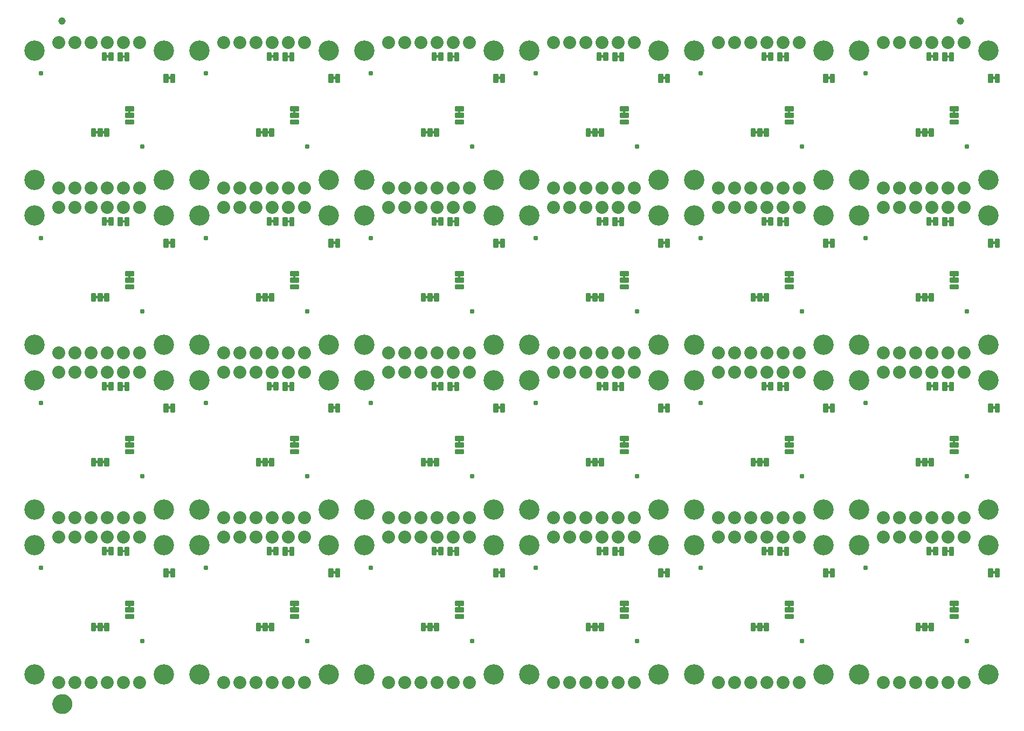
<source format=gbs>
G04 EAGLE Gerber RS-274X export*
G75*
%MOMM*%
%FSLAX34Y34*%
%LPD*%
%INSoldermask Bottom*%
%IPPOS*%
%AMOC8*
5,1,8,0,0,1.08239X$1,22.5*%
G01*
%ADD10C,0.251966*%
%ADD11C,3.200400*%
%ADD12C,2.032000*%
%ADD13C,0.787400*%
%ADD14C,1.152400*%
%ADD15C,1.270000*%
%ADD16C,1.652400*%

G36*
X1211962Y906792D02*
X1211962Y906792D01*
X1212028Y906794D01*
X1212072Y906812D01*
X1212118Y906820D01*
X1212175Y906854D01*
X1212236Y906879D01*
X1212271Y906910D01*
X1212312Y906935D01*
X1212353Y906986D01*
X1212402Y907030D01*
X1212423Y907072D01*
X1212453Y907109D01*
X1212474Y907171D01*
X1212504Y907230D01*
X1212512Y907284D01*
X1212525Y907321D01*
X1212524Y907361D01*
X1212532Y907415D01*
X1212532Y911225D01*
X1212520Y911290D01*
X1212518Y911356D01*
X1212500Y911399D01*
X1212492Y911446D01*
X1212459Y911503D01*
X1212434Y911563D01*
X1212402Y911598D01*
X1212378Y911639D01*
X1212327Y911681D01*
X1212282Y911729D01*
X1212240Y911751D01*
X1212204Y911780D01*
X1212142Y911801D01*
X1212083Y911832D01*
X1212028Y911840D01*
X1211991Y911852D01*
X1211952Y911851D01*
X1211898Y911859D01*
X1209358Y911859D01*
X1209293Y911848D01*
X1209227Y911846D01*
X1209183Y911828D01*
X1209137Y911820D01*
X1209080Y911786D01*
X1209019Y911761D01*
X1208984Y911730D01*
X1208943Y911705D01*
X1208902Y911654D01*
X1208853Y911610D01*
X1208832Y911568D01*
X1208802Y911531D01*
X1208781Y911469D01*
X1208751Y911410D01*
X1208743Y911356D01*
X1208730Y911319D01*
X1208730Y911315D01*
X1208730Y911314D01*
X1208731Y911279D01*
X1208723Y911225D01*
X1208723Y907415D01*
X1208735Y907350D01*
X1208737Y907284D01*
X1208755Y907241D01*
X1208763Y907194D01*
X1208796Y907137D01*
X1208821Y907077D01*
X1208853Y907042D01*
X1208877Y907001D01*
X1208928Y906960D01*
X1208973Y906911D01*
X1209015Y906889D01*
X1209051Y906860D01*
X1209114Y906839D01*
X1209172Y906808D01*
X1209227Y906800D01*
X1209264Y906788D01*
X1209303Y906789D01*
X1209358Y906781D01*
X1211898Y906781D01*
X1211962Y906792D01*
G37*
G36*
X434722Y906792D02*
X434722Y906792D01*
X434788Y906794D01*
X434832Y906812D01*
X434878Y906820D01*
X434935Y906854D01*
X434996Y906879D01*
X435031Y906910D01*
X435072Y906935D01*
X435113Y906986D01*
X435162Y907030D01*
X435183Y907072D01*
X435213Y907109D01*
X435234Y907171D01*
X435264Y907230D01*
X435272Y907284D01*
X435285Y907321D01*
X435284Y907361D01*
X435292Y907415D01*
X435292Y911225D01*
X435280Y911290D01*
X435278Y911356D01*
X435260Y911399D01*
X435252Y911446D01*
X435219Y911503D01*
X435194Y911563D01*
X435162Y911598D01*
X435138Y911639D01*
X435087Y911681D01*
X435042Y911729D01*
X435000Y911751D01*
X434964Y911780D01*
X434902Y911801D01*
X434843Y911832D01*
X434788Y911840D01*
X434751Y911852D01*
X434712Y911851D01*
X434658Y911859D01*
X432118Y911859D01*
X432053Y911848D01*
X431987Y911846D01*
X431943Y911828D01*
X431897Y911820D01*
X431840Y911786D01*
X431779Y911761D01*
X431744Y911730D01*
X431703Y911705D01*
X431662Y911654D01*
X431613Y911610D01*
X431592Y911568D01*
X431562Y911531D01*
X431541Y911469D01*
X431511Y911410D01*
X431503Y911356D01*
X431490Y911319D01*
X431490Y911315D01*
X431490Y911314D01*
X431491Y911279D01*
X431483Y911225D01*
X431483Y907415D01*
X431495Y907350D01*
X431497Y907284D01*
X431515Y907241D01*
X431523Y907194D01*
X431556Y907137D01*
X431581Y907077D01*
X431613Y907042D01*
X431637Y907001D01*
X431688Y906960D01*
X431733Y906911D01*
X431775Y906889D01*
X431811Y906860D01*
X431874Y906839D01*
X431932Y906808D01*
X431987Y906800D01*
X432024Y906788D01*
X432063Y906789D01*
X432118Y906781D01*
X434658Y906781D01*
X434722Y906792D01*
G37*
G36*
X693802Y906792D02*
X693802Y906792D01*
X693868Y906794D01*
X693912Y906812D01*
X693958Y906820D01*
X694015Y906854D01*
X694076Y906879D01*
X694111Y906910D01*
X694152Y906935D01*
X694193Y906986D01*
X694242Y907030D01*
X694263Y907072D01*
X694293Y907109D01*
X694314Y907171D01*
X694344Y907230D01*
X694352Y907284D01*
X694365Y907321D01*
X694364Y907361D01*
X694372Y907415D01*
X694372Y911225D01*
X694360Y911290D01*
X694358Y911356D01*
X694340Y911399D01*
X694332Y911446D01*
X694299Y911503D01*
X694274Y911563D01*
X694242Y911598D01*
X694218Y911639D01*
X694167Y911681D01*
X694122Y911729D01*
X694080Y911751D01*
X694044Y911780D01*
X693982Y911801D01*
X693923Y911832D01*
X693868Y911840D01*
X693831Y911852D01*
X693792Y911851D01*
X693738Y911859D01*
X691198Y911859D01*
X691133Y911848D01*
X691067Y911846D01*
X691023Y911828D01*
X690977Y911820D01*
X690920Y911786D01*
X690859Y911761D01*
X690824Y911730D01*
X690783Y911705D01*
X690742Y911654D01*
X690693Y911610D01*
X690672Y911568D01*
X690642Y911531D01*
X690621Y911469D01*
X690591Y911410D01*
X690583Y911356D01*
X690570Y911319D01*
X690570Y911315D01*
X690570Y911314D01*
X690571Y911279D01*
X690563Y911225D01*
X690563Y907415D01*
X690575Y907350D01*
X690577Y907284D01*
X690595Y907241D01*
X690603Y907194D01*
X690636Y907137D01*
X690661Y907077D01*
X690693Y907042D01*
X690717Y907001D01*
X690768Y906960D01*
X690813Y906911D01*
X690855Y906889D01*
X690891Y906860D01*
X690954Y906839D01*
X691012Y906808D01*
X691067Y906800D01*
X691104Y906788D01*
X691143Y906789D01*
X691198Y906781D01*
X693738Y906781D01*
X693802Y906792D01*
G37*
G36*
X175642Y906792D02*
X175642Y906792D01*
X175708Y906794D01*
X175752Y906812D01*
X175798Y906820D01*
X175855Y906854D01*
X175916Y906879D01*
X175951Y906910D01*
X175992Y906935D01*
X176033Y906986D01*
X176082Y907030D01*
X176103Y907072D01*
X176133Y907109D01*
X176154Y907171D01*
X176184Y907230D01*
X176192Y907284D01*
X176205Y907321D01*
X176204Y907361D01*
X176212Y907415D01*
X176212Y911225D01*
X176200Y911290D01*
X176198Y911356D01*
X176180Y911399D01*
X176172Y911446D01*
X176139Y911503D01*
X176114Y911563D01*
X176082Y911598D01*
X176058Y911639D01*
X176007Y911681D01*
X175962Y911729D01*
X175920Y911751D01*
X175884Y911780D01*
X175822Y911801D01*
X175763Y911832D01*
X175708Y911840D01*
X175671Y911852D01*
X175632Y911851D01*
X175578Y911859D01*
X173038Y911859D01*
X172973Y911848D01*
X172907Y911846D01*
X172863Y911828D01*
X172817Y911820D01*
X172760Y911786D01*
X172699Y911761D01*
X172664Y911730D01*
X172623Y911705D01*
X172582Y911654D01*
X172533Y911610D01*
X172512Y911568D01*
X172482Y911531D01*
X172461Y911469D01*
X172431Y911410D01*
X172423Y911356D01*
X172410Y911319D01*
X172410Y911315D01*
X172410Y911314D01*
X172411Y911279D01*
X172403Y911225D01*
X172403Y907415D01*
X172415Y907350D01*
X172417Y907284D01*
X172435Y907241D01*
X172443Y907194D01*
X172476Y907137D01*
X172501Y907077D01*
X172533Y907042D01*
X172557Y907001D01*
X172608Y906960D01*
X172653Y906911D01*
X172695Y906889D01*
X172731Y906860D01*
X172794Y906839D01*
X172852Y906808D01*
X172907Y906800D01*
X172944Y906788D01*
X172983Y906789D01*
X173038Y906781D01*
X175578Y906781D01*
X175642Y906792D01*
G37*
G36*
X1471042Y906792D02*
X1471042Y906792D01*
X1471108Y906794D01*
X1471152Y906812D01*
X1471198Y906820D01*
X1471255Y906854D01*
X1471316Y906879D01*
X1471351Y906910D01*
X1471392Y906935D01*
X1471433Y906986D01*
X1471482Y907030D01*
X1471503Y907072D01*
X1471533Y907109D01*
X1471554Y907171D01*
X1471584Y907230D01*
X1471592Y907284D01*
X1471605Y907321D01*
X1471604Y907361D01*
X1471612Y907415D01*
X1471612Y911225D01*
X1471600Y911290D01*
X1471598Y911356D01*
X1471580Y911399D01*
X1471572Y911446D01*
X1471539Y911503D01*
X1471514Y911563D01*
X1471482Y911598D01*
X1471458Y911639D01*
X1471407Y911681D01*
X1471362Y911729D01*
X1471320Y911751D01*
X1471284Y911780D01*
X1471222Y911801D01*
X1471163Y911832D01*
X1471108Y911840D01*
X1471071Y911852D01*
X1471032Y911851D01*
X1470978Y911859D01*
X1468438Y911859D01*
X1468373Y911848D01*
X1468307Y911846D01*
X1468263Y911828D01*
X1468217Y911820D01*
X1468160Y911786D01*
X1468099Y911761D01*
X1468064Y911730D01*
X1468023Y911705D01*
X1467982Y911654D01*
X1467933Y911610D01*
X1467912Y911568D01*
X1467882Y911531D01*
X1467861Y911469D01*
X1467831Y911410D01*
X1467823Y911356D01*
X1467810Y911319D01*
X1467810Y911315D01*
X1467810Y911314D01*
X1467811Y911279D01*
X1467803Y911225D01*
X1467803Y907415D01*
X1467815Y907350D01*
X1467817Y907284D01*
X1467835Y907241D01*
X1467843Y907194D01*
X1467876Y907137D01*
X1467901Y907077D01*
X1467933Y907042D01*
X1467957Y907001D01*
X1468008Y906960D01*
X1468053Y906911D01*
X1468095Y906889D01*
X1468131Y906860D01*
X1468194Y906839D01*
X1468252Y906808D01*
X1468307Y906800D01*
X1468344Y906788D01*
X1468383Y906789D01*
X1468438Y906781D01*
X1470978Y906781D01*
X1471042Y906792D01*
G37*
G36*
X952882Y906792D02*
X952882Y906792D01*
X952948Y906794D01*
X952992Y906812D01*
X953038Y906820D01*
X953095Y906854D01*
X953156Y906879D01*
X953191Y906910D01*
X953232Y906935D01*
X953273Y906986D01*
X953322Y907030D01*
X953343Y907072D01*
X953373Y907109D01*
X953394Y907171D01*
X953424Y907230D01*
X953432Y907284D01*
X953445Y907321D01*
X953444Y907361D01*
X953452Y907415D01*
X953452Y911225D01*
X953440Y911290D01*
X953438Y911356D01*
X953420Y911399D01*
X953412Y911446D01*
X953379Y911503D01*
X953354Y911563D01*
X953322Y911598D01*
X953298Y911639D01*
X953247Y911681D01*
X953202Y911729D01*
X953160Y911751D01*
X953124Y911780D01*
X953062Y911801D01*
X953003Y911832D01*
X952948Y911840D01*
X952911Y911852D01*
X952872Y911851D01*
X952818Y911859D01*
X950278Y911859D01*
X950213Y911848D01*
X950147Y911846D01*
X950103Y911828D01*
X950057Y911820D01*
X950000Y911786D01*
X949939Y911761D01*
X949904Y911730D01*
X949863Y911705D01*
X949822Y911654D01*
X949773Y911610D01*
X949752Y911568D01*
X949722Y911531D01*
X949701Y911469D01*
X949671Y911410D01*
X949663Y911356D01*
X949650Y911319D01*
X949650Y911315D01*
X949650Y911314D01*
X949651Y911279D01*
X949643Y911225D01*
X949643Y907415D01*
X949655Y907350D01*
X949657Y907284D01*
X949675Y907241D01*
X949683Y907194D01*
X949716Y907137D01*
X949741Y907077D01*
X949773Y907042D01*
X949797Y907001D01*
X949848Y906960D01*
X949893Y906911D01*
X949935Y906889D01*
X949971Y906860D01*
X950034Y906839D01*
X950092Y906808D01*
X950147Y906800D01*
X950184Y906788D01*
X950223Y906789D01*
X950278Y906781D01*
X952818Y906781D01*
X952882Y906792D01*
G37*
G36*
X1211962Y129552D02*
X1211962Y129552D01*
X1212028Y129554D01*
X1212072Y129572D01*
X1212118Y129580D01*
X1212175Y129614D01*
X1212236Y129639D01*
X1212271Y129670D01*
X1212312Y129695D01*
X1212353Y129746D01*
X1212402Y129790D01*
X1212423Y129832D01*
X1212453Y129869D01*
X1212474Y129931D01*
X1212504Y129990D01*
X1212512Y130044D01*
X1212525Y130081D01*
X1212524Y130121D01*
X1212532Y130175D01*
X1212532Y133985D01*
X1212520Y134050D01*
X1212518Y134116D01*
X1212500Y134159D01*
X1212492Y134206D01*
X1212459Y134263D01*
X1212434Y134323D01*
X1212402Y134358D01*
X1212378Y134399D01*
X1212327Y134441D01*
X1212282Y134489D01*
X1212240Y134511D01*
X1212204Y134540D01*
X1212142Y134561D01*
X1212083Y134592D01*
X1212028Y134600D01*
X1211991Y134612D01*
X1211952Y134611D01*
X1211898Y134619D01*
X1209358Y134619D01*
X1209293Y134608D01*
X1209227Y134606D01*
X1209183Y134588D01*
X1209137Y134580D01*
X1209080Y134546D01*
X1209019Y134521D01*
X1208984Y134490D01*
X1208943Y134465D01*
X1208902Y134414D01*
X1208853Y134370D01*
X1208832Y134328D01*
X1208802Y134291D01*
X1208781Y134229D01*
X1208751Y134170D01*
X1208743Y134116D01*
X1208730Y134079D01*
X1208730Y134075D01*
X1208730Y134074D01*
X1208731Y134039D01*
X1208723Y133985D01*
X1208723Y130175D01*
X1208735Y130110D01*
X1208737Y130044D01*
X1208755Y130001D01*
X1208763Y129954D01*
X1208796Y129897D01*
X1208821Y129837D01*
X1208853Y129802D01*
X1208877Y129761D01*
X1208928Y129720D01*
X1208973Y129671D01*
X1209015Y129649D01*
X1209051Y129620D01*
X1209114Y129599D01*
X1209172Y129568D01*
X1209227Y129560D01*
X1209264Y129548D01*
X1209303Y129549D01*
X1209358Y129541D01*
X1211898Y129541D01*
X1211962Y129552D01*
G37*
G36*
X434722Y129552D02*
X434722Y129552D01*
X434788Y129554D01*
X434832Y129572D01*
X434878Y129580D01*
X434935Y129614D01*
X434996Y129639D01*
X435031Y129670D01*
X435072Y129695D01*
X435113Y129746D01*
X435162Y129790D01*
X435183Y129832D01*
X435213Y129869D01*
X435234Y129931D01*
X435264Y129990D01*
X435272Y130044D01*
X435285Y130081D01*
X435284Y130121D01*
X435292Y130175D01*
X435292Y133985D01*
X435280Y134050D01*
X435278Y134116D01*
X435260Y134159D01*
X435252Y134206D01*
X435219Y134263D01*
X435194Y134323D01*
X435162Y134358D01*
X435138Y134399D01*
X435087Y134441D01*
X435042Y134489D01*
X435000Y134511D01*
X434964Y134540D01*
X434902Y134561D01*
X434843Y134592D01*
X434788Y134600D01*
X434751Y134612D01*
X434712Y134611D01*
X434658Y134619D01*
X432118Y134619D01*
X432053Y134608D01*
X431987Y134606D01*
X431943Y134588D01*
X431897Y134580D01*
X431840Y134546D01*
X431779Y134521D01*
X431744Y134490D01*
X431703Y134465D01*
X431662Y134414D01*
X431613Y134370D01*
X431592Y134328D01*
X431562Y134291D01*
X431541Y134229D01*
X431511Y134170D01*
X431503Y134116D01*
X431490Y134079D01*
X431490Y134075D01*
X431490Y134074D01*
X431491Y134039D01*
X431483Y133985D01*
X431483Y130175D01*
X431495Y130110D01*
X431497Y130044D01*
X431515Y130001D01*
X431523Y129954D01*
X431556Y129897D01*
X431581Y129837D01*
X431613Y129802D01*
X431637Y129761D01*
X431688Y129720D01*
X431733Y129671D01*
X431775Y129649D01*
X431811Y129620D01*
X431874Y129599D01*
X431932Y129568D01*
X431987Y129560D01*
X432024Y129548D01*
X432063Y129549D01*
X432118Y129541D01*
X434658Y129541D01*
X434722Y129552D01*
G37*
G36*
X693802Y129552D02*
X693802Y129552D01*
X693868Y129554D01*
X693912Y129572D01*
X693958Y129580D01*
X694015Y129614D01*
X694076Y129639D01*
X694111Y129670D01*
X694152Y129695D01*
X694193Y129746D01*
X694242Y129790D01*
X694263Y129832D01*
X694293Y129869D01*
X694314Y129931D01*
X694344Y129990D01*
X694352Y130044D01*
X694365Y130081D01*
X694364Y130121D01*
X694372Y130175D01*
X694372Y133985D01*
X694360Y134050D01*
X694358Y134116D01*
X694340Y134159D01*
X694332Y134206D01*
X694299Y134263D01*
X694274Y134323D01*
X694242Y134358D01*
X694218Y134399D01*
X694167Y134441D01*
X694122Y134489D01*
X694080Y134511D01*
X694044Y134540D01*
X693982Y134561D01*
X693923Y134592D01*
X693868Y134600D01*
X693831Y134612D01*
X693792Y134611D01*
X693738Y134619D01*
X691198Y134619D01*
X691133Y134608D01*
X691067Y134606D01*
X691023Y134588D01*
X690977Y134580D01*
X690920Y134546D01*
X690859Y134521D01*
X690824Y134490D01*
X690783Y134465D01*
X690742Y134414D01*
X690693Y134370D01*
X690672Y134328D01*
X690642Y134291D01*
X690621Y134229D01*
X690591Y134170D01*
X690583Y134116D01*
X690570Y134079D01*
X690570Y134075D01*
X690570Y134074D01*
X690571Y134039D01*
X690563Y133985D01*
X690563Y130175D01*
X690575Y130110D01*
X690577Y130044D01*
X690595Y130001D01*
X690603Y129954D01*
X690636Y129897D01*
X690661Y129837D01*
X690693Y129802D01*
X690717Y129761D01*
X690768Y129720D01*
X690813Y129671D01*
X690855Y129649D01*
X690891Y129620D01*
X690954Y129599D01*
X691012Y129568D01*
X691067Y129560D01*
X691104Y129548D01*
X691143Y129549D01*
X691198Y129541D01*
X693738Y129541D01*
X693802Y129552D01*
G37*
G36*
X1471042Y129552D02*
X1471042Y129552D01*
X1471108Y129554D01*
X1471152Y129572D01*
X1471198Y129580D01*
X1471255Y129614D01*
X1471316Y129639D01*
X1471351Y129670D01*
X1471392Y129695D01*
X1471433Y129746D01*
X1471482Y129790D01*
X1471503Y129832D01*
X1471533Y129869D01*
X1471554Y129931D01*
X1471584Y129990D01*
X1471592Y130044D01*
X1471605Y130081D01*
X1471604Y130121D01*
X1471612Y130175D01*
X1471612Y133985D01*
X1471600Y134050D01*
X1471598Y134116D01*
X1471580Y134159D01*
X1471572Y134206D01*
X1471539Y134263D01*
X1471514Y134323D01*
X1471482Y134358D01*
X1471458Y134399D01*
X1471407Y134441D01*
X1471362Y134489D01*
X1471320Y134511D01*
X1471284Y134540D01*
X1471222Y134561D01*
X1471163Y134592D01*
X1471108Y134600D01*
X1471071Y134612D01*
X1471032Y134611D01*
X1470978Y134619D01*
X1468438Y134619D01*
X1468373Y134608D01*
X1468307Y134606D01*
X1468263Y134588D01*
X1468217Y134580D01*
X1468160Y134546D01*
X1468099Y134521D01*
X1468064Y134490D01*
X1468023Y134465D01*
X1467982Y134414D01*
X1467933Y134370D01*
X1467912Y134328D01*
X1467882Y134291D01*
X1467861Y134229D01*
X1467831Y134170D01*
X1467823Y134116D01*
X1467810Y134079D01*
X1467810Y134075D01*
X1467810Y134074D01*
X1467811Y134039D01*
X1467803Y133985D01*
X1467803Y130175D01*
X1467815Y130110D01*
X1467817Y130044D01*
X1467835Y130001D01*
X1467843Y129954D01*
X1467876Y129897D01*
X1467901Y129837D01*
X1467933Y129802D01*
X1467957Y129761D01*
X1468008Y129720D01*
X1468053Y129671D01*
X1468095Y129649D01*
X1468131Y129620D01*
X1468194Y129599D01*
X1468252Y129568D01*
X1468307Y129560D01*
X1468344Y129548D01*
X1468383Y129549D01*
X1468438Y129541D01*
X1470978Y129541D01*
X1471042Y129552D01*
G37*
G36*
X952882Y129552D02*
X952882Y129552D01*
X952948Y129554D01*
X952992Y129572D01*
X953038Y129580D01*
X953095Y129614D01*
X953156Y129639D01*
X953191Y129670D01*
X953232Y129695D01*
X953273Y129746D01*
X953322Y129790D01*
X953343Y129832D01*
X953373Y129869D01*
X953394Y129931D01*
X953424Y129990D01*
X953432Y130044D01*
X953445Y130081D01*
X953444Y130121D01*
X953452Y130175D01*
X953452Y133985D01*
X953440Y134050D01*
X953438Y134116D01*
X953420Y134159D01*
X953412Y134206D01*
X953379Y134263D01*
X953354Y134323D01*
X953322Y134358D01*
X953298Y134399D01*
X953247Y134441D01*
X953202Y134489D01*
X953160Y134511D01*
X953124Y134540D01*
X953062Y134561D01*
X953003Y134592D01*
X952948Y134600D01*
X952911Y134612D01*
X952872Y134611D01*
X952818Y134619D01*
X950278Y134619D01*
X950213Y134608D01*
X950147Y134606D01*
X950103Y134588D01*
X950057Y134580D01*
X950000Y134546D01*
X949939Y134521D01*
X949904Y134490D01*
X949863Y134465D01*
X949822Y134414D01*
X949773Y134370D01*
X949752Y134328D01*
X949722Y134291D01*
X949701Y134229D01*
X949671Y134170D01*
X949663Y134116D01*
X949650Y134079D01*
X949650Y134075D01*
X949650Y134074D01*
X949651Y134039D01*
X949643Y133985D01*
X949643Y130175D01*
X949655Y130110D01*
X949657Y130044D01*
X949675Y130001D01*
X949683Y129954D01*
X949716Y129897D01*
X949741Y129837D01*
X949773Y129802D01*
X949797Y129761D01*
X949848Y129720D01*
X949893Y129671D01*
X949935Y129649D01*
X949971Y129620D01*
X950034Y129599D01*
X950092Y129568D01*
X950147Y129560D01*
X950184Y129548D01*
X950223Y129549D01*
X950278Y129541D01*
X952818Y129541D01*
X952882Y129552D01*
G37*
G36*
X175642Y129552D02*
X175642Y129552D01*
X175708Y129554D01*
X175752Y129572D01*
X175798Y129580D01*
X175855Y129614D01*
X175916Y129639D01*
X175951Y129670D01*
X175992Y129695D01*
X176033Y129746D01*
X176082Y129790D01*
X176103Y129832D01*
X176133Y129869D01*
X176154Y129931D01*
X176184Y129990D01*
X176192Y130044D01*
X176205Y130081D01*
X176204Y130121D01*
X176212Y130175D01*
X176212Y133985D01*
X176200Y134050D01*
X176198Y134116D01*
X176180Y134159D01*
X176172Y134206D01*
X176139Y134263D01*
X176114Y134323D01*
X176082Y134358D01*
X176058Y134399D01*
X176007Y134441D01*
X175962Y134489D01*
X175920Y134511D01*
X175884Y134540D01*
X175822Y134561D01*
X175763Y134592D01*
X175708Y134600D01*
X175671Y134612D01*
X175632Y134611D01*
X175578Y134619D01*
X173038Y134619D01*
X172973Y134608D01*
X172907Y134606D01*
X172863Y134588D01*
X172817Y134580D01*
X172760Y134546D01*
X172699Y134521D01*
X172664Y134490D01*
X172623Y134465D01*
X172582Y134414D01*
X172533Y134370D01*
X172512Y134328D01*
X172482Y134291D01*
X172461Y134229D01*
X172431Y134170D01*
X172423Y134116D01*
X172410Y134079D01*
X172410Y134075D01*
X172410Y134074D01*
X172411Y134039D01*
X172403Y133985D01*
X172403Y130175D01*
X172415Y130110D01*
X172417Y130044D01*
X172435Y130001D01*
X172443Y129954D01*
X172476Y129897D01*
X172501Y129837D01*
X172533Y129802D01*
X172557Y129761D01*
X172608Y129720D01*
X172653Y129671D01*
X172695Y129649D01*
X172731Y129620D01*
X172794Y129599D01*
X172852Y129568D01*
X172907Y129560D01*
X172944Y129548D01*
X172983Y129549D01*
X173038Y129541D01*
X175578Y129541D01*
X175642Y129552D01*
G37*
G36*
X952882Y647712D02*
X952882Y647712D01*
X952948Y647714D01*
X952992Y647732D01*
X953038Y647740D01*
X953095Y647774D01*
X953156Y647799D01*
X953191Y647830D01*
X953232Y647855D01*
X953273Y647906D01*
X953322Y647950D01*
X953343Y647992D01*
X953373Y648029D01*
X953394Y648091D01*
X953424Y648150D01*
X953432Y648204D01*
X953445Y648241D01*
X953444Y648281D01*
X953452Y648335D01*
X953452Y652145D01*
X953440Y652210D01*
X953438Y652276D01*
X953420Y652319D01*
X953412Y652366D01*
X953379Y652423D01*
X953354Y652483D01*
X953322Y652518D01*
X953298Y652559D01*
X953247Y652601D01*
X953202Y652649D01*
X953160Y652671D01*
X953124Y652700D01*
X953062Y652721D01*
X953003Y652752D01*
X952948Y652760D01*
X952911Y652772D01*
X952872Y652771D01*
X952818Y652779D01*
X950278Y652779D01*
X950213Y652768D01*
X950147Y652766D01*
X950103Y652748D01*
X950057Y652740D01*
X950000Y652706D01*
X949939Y652681D01*
X949904Y652650D01*
X949863Y652625D01*
X949822Y652574D01*
X949773Y652530D01*
X949752Y652488D01*
X949722Y652451D01*
X949701Y652389D01*
X949671Y652330D01*
X949663Y652276D01*
X949650Y652239D01*
X949650Y652235D01*
X949650Y652234D01*
X949651Y652199D01*
X949643Y652145D01*
X949643Y648335D01*
X949655Y648270D01*
X949657Y648204D01*
X949675Y648161D01*
X949683Y648114D01*
X949716Y648057D01*
X949741Y647997D01*
X949773Y647962D01*
X949797Y647921D01*
X949848Y647880D01*
X949893Y647831D01*
X949935Y647809D01*
X949971Y647780D01*
X950034Y647759D01*
X950092Y647728D01*
X950147Y647720D01*
X950184Y647708D01*
X950223Y647709D01*
X950278Y647701D01*
X952818Y647701D01*
X952882Y647712D01*
G37*
G36*
X1211962Y647712D02*
X1211962Y647712D01*
X1212028Y647714D01*
X1212072Y647732D01*
X1212118Y647740D01*
X1212175Y647774D01*
X1212236Y647799D01*
X1212271Y647830D01*
X1212312Y647855D01*
X1212353Y647906D01*
X1212402Y647950D01*
X1212423Y647992D01*
X1212453Y648029D01*
X1212474Y648091D01*
X1212504Y648150D01*
X1212512Y648204D01*
X1212525Y648241D01*
X1212524Y648281D01*
X1212532Y648335D01*
X1212532Y652145D01*
X1212520Y652210D01*
X1212518Y652276D01*
X1212500Y652319D01*
X1212492Y652366D01*
X1212459Y652423D01*
X1212434Y652483D01*
X1212402Y652518D01*
X1212378Y652559D01*
X1212327Y652601D01*
X1212282Y652649D01*
X1212240Y652671D01*
X1212204Y652700D01*
X1212142Y652721D01*
X1212083Y652752D01*
X1212028Y652760D01*
X1211991Y652772D01*
X1211952Y652771D01*
X1211898Y652779D01*
X1209358Y652779D01*
X1209293Y652768D01*
X1209227Y652766D01*
X1209183Y652748D01*
X1209137Y652740D01*
X1209080Y652706D01*
X1209019Y652681D01*
X1208984Y652650D01*
X1208943Y652625D01*
X1208902Y652574D01*
X1208853Y652530D01*
X1208832Y652488D01*
X1208802Y652451D01*
X1208781Y652389D01*
X1208751Y652330D01*
X1208743Y652276D01*
X1208730Y652239D01*
X1208730Y652235D01*
X1208730Y652234D01*
X1208731Y652199D01*
X1208723Y652145D01*
X1208723Y648335D01*
X1208735Y648270D01*
X1208737Y648204D01*
X1208755Y648161D01*
X1208763Y648114D01*
X1208796Y648057D01*
X1208821Y647997D01*
X1208853Y647962D01*
X1208877Y647921D01*
X1208928Y647880D01*
X1208973Y647831D01*
X1209015Y647809D01*
X1209051Y647780D01*
X1209114Y647759D01*
X1209172Y647728D01*
X1209227Y647720D01*
X1209264Y647708D01*
X1209303Y647709D01*
X1209358Y647701D01*
X1211898Y647701D01*
X1211962Y647712D01*
G37*
G36*
X175642Y647712D02*
X175642Y647712D01*
X175708Y647714D01*
X175752Y647732D01*
X175798Y647740D01*
X175855Y647774D01*
X175916Y647799D01*
X175951Y647830D01*
X175992Y647855D01*
X176033Y647906D01*
X176082Y647950D01*
X176103Y647992D01*
X176133Y648029D01*
X176154Y648091D01*
X176184Y648150D01*
X176192Y648204D01*
X176205Y648241D01*
X176204Y648281D01*
X176212Y648335D01*
X176212Y652145D01*
X176200Y652210D01*
X176198Y652276D01*
X176180Y652319D01*
X176172Y652366D01*
X176139Y652423D01*
X176114Y652483D01*
X176082Y652518D01*
X176058Y652559D01*
X176007Y652601D01*
X175962Y652649D01*
X175920Y652671D01*
X175884Y652700D01*
X175822Y652721D01*
X175763Y652752D01*
X175708Y652760D01*
X175671Y652772D01*
X175632Y652771D01*
X175578Y652779D01*
X173038Y652779D01*
X172973Y652768D01*
X172907Y652766D01*
X172863Y652748D01*
X172817Y652740D01*
X172760Y652706D01*
X172699Y652681D01*
X172664Y652650D01*
X172623Y652625D01*
X172582Y652574D01*
X172533Y652530D01*
X172512Y652488D01*
X172482Y652451D01*
X172461Y652389D01*
X172431Y652330D01*
X172423Y652276D01*
X172410Y652239D01*
X172410Y652235D01*
X172410Y652234D01*
X172411Y652199D01*
X172403Y652145D01*
X172403Y648335D01*
X172415Y648270D01*
X172417Y648204D01*
X172435Y648161D01*
X172443Y648114D01*
X172476Y648057D01*
X172501Y647997D01*
X172533Y647962D01*
X172557Y647921D01*
X172608Y647880D01*
X172653Y647831D01*
X172695Y647809D01*
X172731Y647780D01*
X172794Y647759D01*
X172852Y647728D01*
X172907Y647720D01*
X172944Y647708D01*
X172983Y647709D01*
X173038Y647701D01*
X175578Y647701D01*
X175642Y647712D01*
G37*
G36*
X434722Y647712D02*
X434722Y647712D01*
X434788Y647714D01*
X434832Y647732D01*
X434878Y647740D01*
X434935Y647774D01*
X434996Y647799D01*
X435031Y647830D01*
X435072Y647855D01*
X435113Y647906D01*
X435162Y647950D01*
X435183Y647992D01*
X435213Y648029D01*
X435234Y648091D01*
X435264Y648150D01*
X435272Y648204D01*
X435285Y648241D01*
X435284Y648281D01*
X435292Y648335D01*
X435292Y652145D01*
X435280Y652210D01*
X435278Y652276D01*
X435260Y652319D01*
X435252Y652366D01*
X435219Y652423D01*
X435194Y652483D01*
X435162Y652518D01*
X435138Y652559D01*
X435087Y652601D01*
X435042Y652649D01*
X435000Y652671D01*
X434964Y652700D01*
X434902Y652721D01*
X434843Y652752D01*
X434788Y652760D01*
X434751Y652772D01*
X434712Y652771D01*
X434658Y652779D01*
X432118Y652779D01*
X432053Y652768D01*
X431987Y652766D01*
X431943Y652748D01*
X431897Y652740D01*
X431840Y652706D01*
X431779Y652681D01*
X431744Y652650D01*
X431703Y652625D01*
X431662Y652574D01*
X431613Y652530D01*
X431592Y652488D01*
X431562Y652451D01*
X431541Y652389D01*
X431511Y652330D01*
X431503Y652276D01*
X431490Y652239D01*
X431490Y652235D01*
X431490Y652234D01*
X431491Y652199D01*
X431483Y652145D01*
X431483Y648335D01*
X431495Y648270D01*
X431497Y648204D01*
X431515Y648161D01*
X431523Y648114D01*
X431556Y648057D01*
X431581Y647997D01*
X431613Y647962D01*
X431637Y647921D01*
X431688Y647880D01*
X431733Y647831D01*
X431775Y647809D01*
X431811Y647780D01*
X431874Y647759D01*
X431932Y647728D01*
X431987Y647720D01*
X432024Y647708D01*
X432063Y647709D01*
X432118Y647701D01*
X434658Y647701D01*
X434722Y647712D01*
G37*
G36*
X1471042Y647712D02*
X1471042Y647712D01*
X1471108Y647714D01*
X1471152Y647732D01*
X1471198Y647740D01*
X1471255Y647774D01*
X1471316Y647799D01*
X1471351Y647830D01*
X1471392Y647855D01*
X1471433Y647906D01*
X1471482Y647950D01*
X1471503Y647992D01*
X1471533Y648029D01*
X1471554Y648091D01*
X1471584Y648150D01*
X1471592Y648204D01*
X1471605Y648241D01*
X1471604Y648281D01*
X1471612Y648335D01*
X1471612Y652145D01*
X1471600Y652210D01*
X1471598Y652276D01*
X1471580Y652319D01*
X1471572Y652366D01*
X1471539Y652423D01*
X1471514Y652483D01*
X1471482Y652518D01*
X1471458Y652559D01*
X1471407Y652601D01*
X1471362Y652649D01*
X1471320Y652671D01*
X1471284Y652700D01*
X1471222Y652721D01*
X1471163Y652752D01*
X1471108Y652760D01*
X1471071Y652772D01*
X1471032Y652771D01*
X1470978Y652779D01*
X1468438Y652779D01*
X1468373Y652768D01*
X1468307Y652766D01*
X1468263Y652748D01*
X1468217Y652740D01*
X1468160Y652706D01*
X1468099Y652681D01*
X1468064Y652650D01*
X1468023Y652625D01*
X1467982Y652574D01*
X1467933Y652530D01*
X1467912Y652488D01*
X1467882Y652451D01*
X1467861Y652389D01*
X1467831Y652330D01*
X1467823Y652276D01*
X1467810Y652239D01*
X1467810Y652235D01*
X1467810Y652234D01*
X1467811Y652199D01*
X1467803Y652145D01*
X1467803Y648335D01*
X1467815Y648270D01*
X1467817Y648204D01*
X1467835Y648161D01*
X1467843Y648114D01*
X1467876Y648057D01*
X1467901Y647997D01*
X1467933Y647962D01*
X1467957Y647921D01*
X1468008Y647880D01*
X1468053Y647831D01*
X1468095Y647809D01*
X1468131Y647780D01*
X1468194Y647759D01*
X1468252Y647728D01*
X1468307Y647720D01*
X1468344Y647708D01*
X1468383Y647709D01*
X1468438Y647701D01*
X1470978Y647701D01*
X1471042Y647712D01*
G37*
G36*
X693802Y647712D02*
X693802Y647712D01*
X693868Y647714D01*
X693912Y647732D01*
X693958Y647740D01*
X694015Y647774D01*
X694076Y647799D01*
X694111Y647830D01*
X694152Y647855D01*
X694193Y647906D01*
X694242Y647950D01*
X694263Y647992D01*
X694293Y648029D01*
X694314Y648091D01*
X694344Y648150D01*
X694352Y648204D01*
X694365Y648241D01*
X694364Y648281D01*
X694372Y648335D01*
X694372Y652145D01*
X694360Y652210D01*
X694358Y652276D01*
X694340Y652319D01*
X694332Y652366D01*
X694299Y652423D01*
X694274Y652483D01*
X694242Y652518D01*
X694218Y652559D01*
X694167Y652601D01*
X694122Y652649D01*
X694080Y652671D01*
X694044Y652700D01*
X693982Y652721D01*
X693923Y652752D01*
X693868Y652760D01*
X693831Y652772D01*
X693792Y652771D01*
X693738Y652779D01*
X691198Y652779D01*
X691133Y652768D01*
X691067Y652766D01*
X691023Y652748D01*
X690977Y652740D01*
X690920Y652706D01*
X690859Y652681D01*
X690824Y652650D01*
X690783Y652625D01*
X690742Y652574D01*
X690693Y652530D01*
X690672Y652488D01*
X690642Y652451D01*
X690621Y652389D01*
X690591Y652330D01*
X690583Y652276D01*
X690570Y652239D01*
X690570Y652235D01*
X690570Y652234D01*
X690571Y652199D01*
X690563Y652145D01*
X690563Y648335D01*
X690575Y648270D01*
X690577Y648204D01*
X690595Y648161D01*
X690603Y648114D01*
X690636Y648057D01*
X690661Y647997D01*
X690693Y647962D01*
X690717Y647921D01*
X690768Y647880D01*
X690813Y647831D01*
X690855Y647809D01*
X690891Y647780D01*
X690954Y647759D01*
X691012Y647728D01*
X691067Y647720D01*
X691104Y647708D01*
X691143Y647709D01*
X691198Y647701D01*
X693738Y647701D01*
X693802Y647712D01*
G37*
G36*
X175642Y388632D02*
X175642Y388632D01*
X175708Y388634D01*
X175752Y388652D01*
X175798Y388660D01*
X175855Y388694D01*
X175916Y388719D01*
X175951Y388750D01*
X175992Y388775D01*
X176033Y388826D01*
X176082Y388870D01*
X176103Y388912D01*
X176133Y388949D01*
X176154Y389011D01*
X176184Y389070D01*
X176192Y389124D01*
X176205Y389161D01*
X176204Y389201D01*
X176212Y389255D01*
X176212Y393065D01*
X176200Y393130D01*
X176198Y393196D01*
X176180Y393239D01*
X176172Y393286D01*
X176139Y393343D01*
X176114Y393403D01*
X176082Y393438D01*
X176058Y393479D01*
X176007Y393521D01*
X175962Y393569D01*
X175920Y393591D01*
X175884Y393620D01*
X175822Y393641D01*
X175763Y393672D01*
X175708Y393680D01*
X175671Y393692D01*
X175632Y393691D01*
X175578Y393699D01*
X173038Y393699D01*
X172973Y393688D01*
X172907Y393686D01*
X172863Y393668D01*
X172817Y393660D01*
X172760Y393626D01*
X172699Y393601D01*
X172664Y393570D01*
X172623Y393545D01*
X172582Y393494D01*
X172533Y393450D01*
X172512Y393408D01*
X172482Y393371D01*
X172461Y393309D01*
X172431Y393250D01*
X172423Y393196D01*
X172410Y393159D01*
X172410Y393155D01*
X172410Y393154D01*
X172411Y393119D01*
X172403Y393065D01*
X172403Y389255D01*
X172415Y389190D01*
X172417Y389124D01*
X172435Y389081D01*
X172443Y389034D01*
X172476Y388977D01*
X172501Y388917D01*
X172533Y388882D01*
X172557Y388841D01*
X172608Y388800D01*
X172653Y388751D01*
X172695Y388729D01*
X172731Y388700D01*
X172794Y388679D01*
X172852Y388648D01*
X172907Y388640D01*
X172944Y388628D01*
X172983Y388629D01*
X173038Y388621D01*
X175578Y388621D01*
X175642Y388632D01*
G37*
G36*
X434722Y388632D02*
X434722Y388632D01*
X434788Y388634D01*
X434832Y388652D01*
X434878Y388660D01*
X434935Y388694D01*
X434996Y388719D01*
X435031Y388750D01*
X435072Y388775D01*
X435113Y388826D01*
X435162Y388870D01*
X435183Y388912D01*
X435213Y388949D01*
X435234Y389011D01*
X435264Y389070D01*
X435272Y389124D01*
X435285Y389161D01*
X435284Y389201D01*
X435292Y389255D01*
X435292Y393065D01*
X435280Y393130D01*
X435278Y393196D01*
X435260Y393239D01*
X435252Y393286D01*
X435219Y393343D01*
X435194Y393403D01*
X435162Y393438D01*
X435138Y393479D01*
X435087Y393521D01*
X435042Y393569D01*
X435000Y393591D01*
X434964Y393620D01*
X434902Y393641D01*
X434843Y393672D01*
X434788Y393680D01*
X434751Y393692D01*
X434712Y393691D01*
X434658Y393699D01*
X432118Y393699D01*
X432053Y393688D01*
X431987Y393686D01*
X431943Y393668D01*
X431897Y393660D01*
X431840Y393626D01*
X431779Y393601D01*
X431744Y393570D01*
X431703Y393545D01*
X431662Y393494D01*
X431613Y393450D01*
X431592Y393408D01*
X431562Y393371D01*
X431541Y393309D01*
X431511Y393250D01*
X431503Y393196D01*
X431490Y393159D01*
X431490Y393155D01*
X431490Y393154D01*
X431491Y393119D01*
X431483Y393065D01*
X431483Y389255D01*
X431495Y389190D01*
X431497Y389124D01*
X431515Y389081D01*
X431523Y389034D01*
X431556Y388977D01*
X431581Y388917D01*
X431613Y388882D01*
X431637Y388841D01*
X431688Y388800D01*
X431733Y388751D01*
X431775Y388729D01*
X431811Y388700D01*
X431874Y388679D01*
X431932Y388648D01*
X431987Y388640D01*
X432024Y388628D01*
X432063Y388629D01*
X432118Y388621D01*
X434658Y388621D01*
X434722Y388632D01*
G37*
G36*
X1471042Y388632D02*
X1471042Y388632D01*
X1471108Y388634D01*
X1471152Y388652D01*
X1471198Y388660D01*
X1471255Y388694D01*
X1471316Y388719D01*
X1471351Y388750D01*
X1471392Y388775D01*
X1471433Y388826D01*
X1471482Y388870D01*
X1471503Y388912D01*
X1471533Y388949D01*
X1471554Y389011D01*
X1471584Y389070D01*
X1471592Y389124D01*
X1471605Y389161D01*
X1471604Y389201D01*
X1471612Y389255D01*
X1471612Y393065D01*
X1471600Y393130D01*
X1471598Y393196D01*
X1471580Y393239D01*
X1471572Y393286D01*
X1471539Y393343D01*
X1471514Y393403D01*
X1471482Y393438D01*
X1471458Y393479D01*
X1471407Y393521D01*
X1471362Y393569D01*
X1471320Y393591D01*
X1471284Y393620D01*
X1471222Y393641D01*
X1471163Y393672D01*
X1471108Y393680D01*
X1471071Y393692D01*
X1471032Y393691D01*
X1470978Y393699D01*
X1468438Y393699D01*
X1468373Y393688D01*
X1468307Y393686D01*
X1468263Y393668D01*
X1468217Y393660D01*
X1468160Y393626D01*
X1468099Y393601D01*
X1468064Y393570D01*
X1468023Y393545D01*
X1467982Y393494D01*
X1467933Y393450D01*
X1467912Y393408D01*
X1467882Y393371D01*
X1467861Y393309D01*
X1467831Y393250D01*
X1467823Y393196D01*
X1467810Y393159D01*
X1467810Y393155D01*
X1467810Y393154D01*
X1467811Y393119D01*
X1467803Y393065D01*
X1467803Y389255D01*
X1467815Y389190D01*
X1467817Y389124D01*
X1467835Y389081D01*
X1467843Y389034D01*
X1467876Y388977D01*
X1467901Y388917D01*
X1467933Y388882D01*
X1467957Y388841D01*
X1468008Y388800D01*
X1468053Y388751D01*
X1468095Y388729D01*
X1468131Y388700D01*
X1468194Y388679D01*
X1468252Y388648D01*
X1468307Y388640D01*
X1468344Y388628D01*
X1468383Y388629D01*
X1468438Y388621D01*
X1470978Y388621D01*
X1471042Y388632D01*
G37*
G36*
X1211962Y388632D02*
X1211962Y388632D01*
X1212028Y388634D01*
X1212072Y388652D01*
X1212118Y388660D01*
X1212175Y388694D01*
X1212236Y388719D01*
X1212271Y388750D01*
X1212312Y388775D01*
X1212353Y388826D01*
X1212402Y388870D01*
X1212423Y388912D01*
X1212453Y388949D01*
X1212474Y389011D01*
X1212504Y389070D01*
X1212512Y389124D01*
X1212525Y389161D01*
X1212524Y389201D01*
X1212532Y389255D01*
X1212532Y393065D01*
X1212520Y393130D01*
X1212518Y393196D01*
X1212500Y393239D01*
X1212492Y393286D01*
X1212459Y393343D01*
X1212434Y393403D01*
X1212402Y393438D01*
X1212378Y393479D01*
X1212327Y393521D01*
X1212282Y393569D01*
X1212240Y393591D01*
X1212204Y393620D01*
X1212142Y393641D01*
X1212083Y393672D01*
X1212028Y393680D01*
X1211991Y393692D01*
X1211952Y393691D01*
X1211898Y393699D01*
X1209358Y393699D01*
X1209293Y393688D01*
X1209227Y393686D01*
X1209183Y393668D01*
X1209137Y393660D01*
X1209080Y393626D01*
X1209019Y393601D01*
X1208984Y393570D01*
X1208943Y393545D01*
X1208902Y393494D01*
X1208853Y393450D01*
X1208832Y393408D01*
X1208802Y393371D01*
X1208781Y393309D01*
X1208751Y393250D01*
X1208743Y393196D01*
X1208730Y393159D01*
X1208730Y393155D01*
X1208730Y393154D01*
X1208731Y393119D01*
X1208723Y393065D01*
X1208723Y389255D01*
X1208735Y389190D01*
X1208737Y389124D01*
X1208755Y389081D01*
X1208763Y389034D01*
X1208796Y388977D01*
X1208821Y388917D01*
X1208853Y388882D01*
X1208877Y388841D01*
X1208928Y388800D01*
X1208973Y388751D01*
X1209015Y388729D01*
X1209051Y388700D01*
X1209114Y388679D01*
X1209172Y388648D01*
X1209227Y388640D01*
X1209264Y388628D01*
X1209303Y388629D01*
X1209358Y388621D01*
X1211898Y388621D01*
X1211962Y388632D01*
G37*
G36*
X693802Y388632D02*
X693802Y388632D01*
X693868Y388634D01*
X693912Y388652D01*
X693958Y388660D01*
X694015Y388694D01*
X694076Y388719D01*
X694111Y388750D01*
X694152Y388775D01*
X694193Y388826D01*
X694242Y388870D01*
X694263Y388912D01*
X694293Y388949D01*
X694314Y389011D01*
X694344Y389070D01*
X694352Y389124D01*
X694365Y389161D01*
X694364Y389201D01*
X694372Y389255D01*
X694372Y393065D01*
X694360Y393130D01*
X694358Y393196D01*
X694340Y393239D01*
X694332Y393286D01*
X694299Y393343D01*
X694274Y393403D01*
X694242Y393438D01*
X694218Y393479D01*
X694167Y393521D01*
X694122Y393569D01*
X694080Y393591D01*
X694044Y393620D01*
X693982Y393641D01*
X693923Y393672D01*
X693868Y393680D01*
X693831Y393692D01*
X693792Y393691D01*
X693738Y393699D01*
X691198Y393699D01*
X691133Y393688D01*
X691067Y393686D01*
X691023Y393668D01*
X690977Y393660D01*
X690920Y393626D01*
X690859Y393601D01*
X690824Y393570D01*
X690783Y393545D01*
X690742Y393494D01*
X690693Y393450D01*
X690672Y393408D01*
X690642Y393371D01*
X690621Y393309D01*
X690591Y393250D01*
X690583Y393196D01*
X690570Y393159D01*
X690570Y393155D01*
X690570Y393154D01*
X690571Y393119D01*
X690563Y393065D01*
X690563Y389255D01*
X690575Y389190D01*
X690577Y389124D01*
X690595Y389081D01*
X690603Y389034D01*
X690636Y388977D01*
X690661Y388917D01*
X690693Y388882D01*
X690717Y388841D01*
X690768Y388800D01*
X690813Y388751D01*
X690855Y388729D01*
X690891Y388700D01*
X690954Y388679D01*
X691012Y388648D01*
X691067Y388640D01*
X691104Y388628D01*
X691143Y388629D01*
X691198Y388621D01*
X693738Y388621D01*
X693802Y388632D01*
G37*
G36*
X952882Y388632D02*
X952882Y388632D01*
X952948Y388634D01*
X952992Y388652D01*
X953038Y388660D01*
X953095Y388694D01*
X953156Y388719D01*
X953191Y388750D01*
X953232Y388775D01*
X953273Y388826D01*
X953322Y388870D01*
X953343Y388912D01*
X953373Y388949D01*
X953394Y389011D01*
X953424Y389070D01*
X953432Y389124D01*
X953445Y389161D01*
X953444Y389201D01*
X953452Y389255D01*
X953452Y393065D01*
X953440Y393130D01*
X953438Y393196D01*
X953420Y393239D01*
X953412Y393286D01*
X953379Y393343D01*
X953354Y393403D01*
X953322Y393438D01*
X953298Y393479D01*
X953247Y393521D01*
X953202Y393569D01*
X953160Y393591D01*
X953124Y393620D01*
X953062Y393641D01*
X953003Y393672D01*
X952948Y393680D01*
X952911Y393692D01*
X952872Y393691D01*
X952818Y393699D01*
X950278Y393699D01*
X950213Y393688D01*
X950147Y393686D01*
X950103Y393668D01*
X950057Y393660D01*
X950000Y393626D01*
X949939Y393601D01*
X949904Y393570D01*
X949863Y393545D01*
X949822Y393494D01*
X949773Y393450D01*
X949752Y393408D01*
X949722Y393371D01*
X949701Y393309D01*
X949671Y393250D01*
X949663Y393196D01*
X949650Y393159D01*
X949650Y393155D01*
X949650Y393154D01*
X949651Y393119D01*
X949643Y393065D01*
X949643Y389255D01*
X949655Y389190D01*
X949657Y389124D01*
X949675Y389081D01*
X949683Y389034D01*
X949716Y388977D01*
X949741Y388917D01*
X949773Y388882D01*
X949797Y388841D01*
X949848Y388800D01*
X949893Y388751D01*
X949935Y388729D01*
X949971Y388700D01*
X950034Y388679D01*
X950092Y388648D01*
X950147Y388640D01*
X950184Y388628D01*
X950223Y388629D01*
X950278Y388621D01*
X952818Y388621D01*
X952882Y388632D01*
G37*
G36*
X1203136Y994549D02*
X1203136Y994549D01*
X1203202Y994551D01*
X1203245Y994569D01*
X1203292Y994577D01*
X1203349Y994611D01*
X1203409Y994636D01*
X1203444Y994667D01*
X1203485Y994692D01*
X1203527Y994743D01*
X1203575Y994787D01*
X1203597Y994829D01*
X1203626Y994866D01*
X1203647Y994928D01*
X1203678Y994987D01*
X1203686Y995041D01*
X1203698Y995078D01*
X1203697Y995118D01*
X1203705Y995172D01*
X1203705Y997712D01*
X1203694Y997777D01*
X1203692Y997843D01*
X1203674Y997886D01*
X1203666Y997933D01*
X1203632Y997990D01*
X1203607Y998050D01*
X1203576Y998085D01*
X1203551Y998126D01*
X1203500Y998168D01*
X1203456Y998216D01*
X1203414Y998238D01*
X1203377Y998267D01*
X1203315Y998288D01*
X1203256Y998319D01*
X1203202Y998327D01*
X1203165Y998339D01*
X1203125Y998338D01*
X1203071Y998346D01*
X1199261Y998346D01*
X1199196Y998335D01*
X1199130Y998333D01*
X1199087Y998315D01*
X1199040Y998307D01*
X1198983Y998273D01*
X1198923Y998248D01*
X1198888Y998217D01*
X1198847Y998192D01*
X1198806Y998141D01*
X1198757Y998097D01*
X1198735Y998055D01*
X1198706Y998018D01*
X1198685Y997956D01*
X1198654Y997897D01*
X1198646Y997843D01*
X1198634Y997806D01*
X1198634Y997803D01*
X1198635Y997766D01*
X1198627Y997712D01*
X1198627Y995172D01*
X1198638Y995107D01*
X1198640Y995041D01*
X1198658Y994998D01*
X1198666Y994951D01*
X1198700Y994894D01*
X1198725Y994834D01*
X1198756Y994799D01*
X1198781Y994758D01*
X1198832Y994717D01*
X1198876Y994668D01*
X1198918Y994646D01*
X1198955Y994617D01*
X1199017Y994596D01*
X1199076Y994565D01*
X1199130Y994557D01*
X1199167Y994545D01*
X1199207Y994546D01*
X1199261Y994538D01*
X1203071Y994538D01*
X1203136Y994549D01*
G37*
G36*
X1462216Y994549D02*
X1462216Y994549D01*
X1462282Y994551D01*
X1462325Y994569D01*
X1462372Y994577D01*
X1462429Y994611D01*
X1462489Y994636D01*
X1462524Y994667D01*
X1462565Y994692D01*
X1462607Y994743D01*
X1462655Y994787D01*
X1462677Y994829D01*
X1462706Y994866D01*
X1462727Y994928D01*
X1462758Y994987D01*
X1462766Y995041D01*
X1462778Y995078D01*
X1462777Y995118D01*
X1462785Y995172D01*
X1462785Y997712D01*
X1462774Y997777D01*
X1462772Y997843D01*
X1462754Y997886D01*
X1462746Y997933D01*
X1462712Y997990D01*
X1462687Y998050D01*
X1462656Y998085D01*
X1462631Y998126D01*
X1462580Y998168D01*
X1462536Y998216D01*
X1462494Y998238D01*
X1462457Y998267D01*
X1462395Y998288D01*
X1462336Y998319D01*
X1462282Y998327D01*
X1462245Y998339D01*
X1462205Y998338D01*
X1462151Y998346D01*
X1458341Y998346D01*
X1458276Y998335D01*
X1458210Y998333D01*
X1458167Y998315D01*
X1458120Y998307D01*
X1458063Y998273D01*
X1458003Y998248D01*
X1457968Y998217D01*
X1457927Y998192D01*
X1457886Y998141D01*
X1457837Y998097D01*
X1457815Y998055D01*
X1457786Y998018D01*
X1457765Y997956D01*
X1457734Y997897D01*
X1457726Y997843D01*
X1457714Y997806D01*
X1457714Y997803D01*
X1457715Y997766D01*
X1457707Y997712D01*
X1457707Y995172D01*
X1457718Y995107D01*
X1457720Y995041D01*
X1457738Y994998D01*
X1457746Y994951D01*
X1457780Y994894D01*
X1457805Y994834D01*
X1457836Y994799D01*
X1457861Y994758D01*
X1457912Y994717D01*
X1457956Y994668D01*
X1457998Y994646D01*
X1458035Y994617D01*
X1458097Y994596D01*
X1458156Y994565D01*
X1458210Y994557D01*
X1458247Y994545D01*
X1458287Y994546D01*
X1458341Y994538D01*
X1462151Y994538D01*
X1462216Y994549D01*
G37*
G36*
X166816Y994549D02*
X166816Y994549D01*
X166882Y994551D01*
X166925Y994569D01*
X166972Y994577D01*
X167029Y994611D01*
X167089Y994636D01*
X167124Y994667D01*
X167165Y994692D01*
X167207Y994743D01*
X167255Y994787D01*
X167277Y994829D01*
X167306Y994866D01*
X167327Y994928D01*
X167358Y994987D01*
X167366Y995041D01*
X167378Y995078D01*
X167377Y995118D01*
X167385Y995172D01*
X167385Y997712D01*
X167374Y997777D01*
X167372Y997843D01*
X167354Y997886D01*
X167346Y997933D01*
X167312Y997990D01*
X167287Y998050D01*
X167256Y998085D01*
X167231Y998126D01*
X167180Y998168D01*
X167136Y998216D01*
X167094Y998238D01*
X167057Y998267D01*
X166995Y998288D01*
X166936Y998319D01*
X166882Y998327D01*
X166845Y998339D01*
X166805Y998338D01*
X166751Y998346D01*
X162941Y998346D01*
X162876Y998335D01*
X162810Y998333D01*
X162767Y998315D01*
X162720Y998307D01*
X162663Y998273D01*
X162603Y998248D01*
X162568Y998217D01*
X162527Y998192D01*
X162486Y998141D01*
X162437Y998097D01*
X162415Y998055D01*
X162386Y998018D01*
X162365Y997956D01*
X162334Y997897D01*
X162326Y997843D01*
X162314Y997806D01*
X162314Y997803D01*
X162315Y997766D01*
X162307Y997712D01*
X162307Y995172D01*
X162318Y995107D01*
X162320Y995041D01*
X162338Y994998D01*
X162346Y994951D01*
X162380Y994894D01*
X162405Y994834D01*
X162436Y994799D01*
X162461Y994758D01*
X162512Y994717D01*
X162556Y994668D01*
X162598Y994646D01*
X162635Y994617D01*
X162697Y994596D01*
X162756Y994565D01*
X162810Y994557D01*
X162847Y994545D01*
X162887Y994546D01*
X162941Y994538D01*
X166751Y994538D01*
X166816Y994549D01*
G37*
G36*
X425896Y994549D02*
X425896Y994549D01*
X425962Y994551D01*
X426005Y994569D01*
X426052Y994577D01*
X426109Y994611D01*
X426169Y994636D01*
X426204Y994667D01*
X426245Y994692D01*
X426287Y994743D01*
X426335Y994787D01*
X426357Y994829D01*
X426386Y994866D01*
X426407Y994928D01*
X426438Y994987D01*
X426446Y995041D01*
X426458Y995078D01*
X426457Y995118D01*
X426465Y995172D01*
X426465Y997712D01*
X426454Y997777D01*
X426452Y997843D01*
X426434Y997886D01*
X426426Y997933D01*
X426392Y997990D01*
X426367Y998050D01*
X426336Y998085D01*
X426311Y998126D01*
X426260Y998168D01*
X426216Y998216D01*
X426174Y998238D01*
X426137Y998267D01*
X426075Y998288D01*
X426016Y998319D01*
X425962Y998327D01*
X425925Y998339D01*
X425885Y998338D01*
X425831Y998346D01*
X422021Y998346D01*
X421956Y998335D01*
X421890Y998333D01*
X421847Y998315D01*
X421800Y998307D01*
X421743Y998273D01*
X421683Y998248D01*
X421648Y998217D01*
X421607Y998192D01*
X421566Y998141D01*
X421517Y998097D01*
X421495Y998055D01*
X421466Y998018D01*
X421445Y997956D01*
X421414Y997897D01*
X421406Y997843D01*
X421394Y997806D01*
X421394Y997803D01*
X421395Y997766D01*
X421387Y997712D01*
X421387Y995172D01*
X421398Y995107D01*
X421400Y995041D01*
X421418Y994998D01*
X421426Y994951D01*
X421460Y994894D01*
X421485Y994834D01*
X421516Y994799D01*
X421541Y994758D01*
X421592Y994717D01*
X421636Y994668D01*
X421678Y994646D01*
X421715Y994617D01*
X421777Y994596D01*
X421836Y994565D01*
X421890Y994557D01*
X421927Y994545D01*
X421967Y994546D01*
X422021Y994538D01*
X425831Y994538D01*
X425896Y994549D01*
G37*
G36*
X944056Y994549D02*
X944056Y994549D01*
X944122Y994551D01*
X944165Y994569D01*
X944212Y994577D01*
X944269Y994611D01*
X944329Y994636D01*
X944364Y994667D01*
X944405Y994692D01*
X944447Y994743D01*
X944495Y994787D01*
X944517Y994829D01*
X944546Y994866D01*
X944567Y994928D01*
X944598Y994987D01*
X944606Y995041D01*
X944618Y995078D01*
X944617Y995118D01*
X944625Y995172D01*
X944625Y997712D01*
X944614Y997777D01*
X944612Y997843D01*
X944594Y997886D01*
X944586Y997933D01*
X944552Y997990D01*
X944527Y998050D01*
X944496Y998085D01*
X944471Y998126D01*
X944420Y998168D01*
X944376Y998216D01*
X944334Y998238D01*
X944297Y998267D01*
X944235Y998288D01*
X944176Y998319D01*
X944122Y998327D01*
X944085Y998339D01*
X944045Y998338D01*
X943991Y998346D01*
X940181Y998346D01*
X940116Y998335D01*
X940050Y998333D01*
X940007Y998315D01*
X939960Y998307D01*
X939903Y998273D01*
X939843Y998248D01*
X939808Y998217D01*
X939767Y998192D01*
X939726Y998141D01*
X939677Y998097D01*
X939655Y998055D01*
X939626Y998018D01*
X939605Y997956D01*
X939574Y997897D01*
X939566Y997843D01*
X939554Y997806D01*
X939554Y997803D01*
X939555Y997766D01*
X939547Y997712D01*
X939547Y995172D01*
X939558Y995107D01*
X939560Y995041D01*
X939578Y994998D01*
X939586Y994951D01*
X939620Y994894D01*
X939645Y994834D01*
X939676Y994799D01*
X939701Y994758D01*
X939752Y994717D01*
X939796Y994668D01*
X939838Y994646D01*
X939875Y994617D01*
X939937Y994596D01*
X939996Y994565D01*
X940050Y994557D01*
X940087Y994545D01*
X940127Y994546D01*
X940181Y994538D01*
X943991Y994538D01*
X944056Y994549D01*
G37*
G36*
X684976Y994549D02*
X684976Y994549D01*
X685042Y994551D01*
X685085Y994569D01*
X685132Y994577D01*
X685189Y994611D01*
X685249Y994636D01*
X685284Y994667D01*
X685325Y994692D01*
X685367Y994743D01*
X685415Y994787D01*
X685437Y994829D01*
X685466Y994866D01*
X685487Y994928D01*
X685518Y994987D01*
X685526Y995041D01*
X685538Y995078D01*
X685537Y995118D01*
X685545Y995172D01*
X685545Y997712D01*
X685534Y997777D01*
X685532Y997843D01*
X685514Y997886D01*
X685506Y997933D01*
X685472Y997990D01*
X685447Y998050D01*
X685416Y998085D01*
X685391Y998126D01*
X685340Y998168D01*
X685296Y998216D01*
X685254Y998238D01*
X685217Y998267D01*
X685155Y998288D01*
X685096Y998319D01*
X685042Y998327D01*
X685005Y998339D01*
X684965Y998338D01*
X684911Y998346D01*
X681101Y998346D01*
X681036Y998335D01*
X680970Y998333D01*
X680927Y998315D01*
X680880Y998307D01*
X680823Y998273D01*
X680763Y998248D01*
X680728Y998217D01*
X680687Y998192D01*
X680646Y998141D01*
X680597Y998097D01*
X680575Y998055D01*
X680546Y998018D01*
X680525Y997956D01*
X680494Y997897D01*
X680486Y997843D01*
X680474Y997806D01*
X680474Y997803D01*
X680475Y997766D01*
X680467Y997712D01*
X680467Y995172D01*
X680478Y995107D01*
X680480Y995041D01*
X680498Y994998D01*
X680506Y994951D01*
X680540Y994894D01*
X680565Y994834D01*
X680596Y994799D01*
X680621Y994758D01*
X680672Y994717D01*
X680716Y994668D01*
X680758Y994646D01*
X680795Y994617D01*
X680857Y994596D01*
X680916Y994565D01*
X680970Y994557D01*
X681007Y994545D01*
X681047Y994546D01*
X681101Y994538D01*
X684911Y994538D01*
X684976Y994549D01*
G37*
G36*
X400750Y217563D02*
X400750Y217563D01*
X400816Y217565D01*
X400859Y217583D01*
X400906Y217591D01*
X400963Y217625D01*
X401023Y217650D01*
X401058Y217681D01*
X401099Y217706D01*
X401141Y217757D01*
X401189Y217801D01*
X401211Y217843D01*
X401240Y217880D01*
X401261Y217942D01*
X401292Y218001D01*
X401300Y218055D01*
X401312Y218092D01*
X401311Y218132D01*
X401319Y218186D01*
X401319Y220726D01*
X401308Y220791D01*
X401306Y220857D01*
X401288Y220900D01*
X401280Y220947D01*
X401246Y221004D01*
X401221Y221064D01*
X401190Y221099D01*
X401165Y221140D01*
X401114Y221182D01*
X401070Y221230D01*
X401028Y221252D01*
X400991Y221281D01*
X400929Y221302D01*
X400870Y221333D01*
X400816Y221341D01*
X400779Y221353D01*
X400739Y221352D01*
X400685Y221360D01*
X396875Y221360D01*
X396810Y221349D01*
X396744Y221347D01*
X396701Y221329D01*
X396654Y221321D01*
X396597Y221287D01*
X396537Y221262D01*
X396502Y221231D01*
X396461Y221206D01*
X396420Y221155D01*
X396371Y221111D01*
X396349Y221069D01*
X396320Y221032D01*
X396299Y220970D01*
X396268Y220911D01*
X396260Y220857D01*
X396248Y220820D01*
X396248Y220817D01*
X396249Y220780D01*
X396241Y220726D01*
X396241Y218186D01*
X396252Y218121D01*
X396254Y218055D01*
X396272Y218012D01*
X396280Y217965D01*
X396314Y217908D01*
X396339Y217848D01*
X396370Y217813D01*
X396395Y217772D01*
X396446Y217731D01*
X396490Y217682D01*
X396532Y217660D01*
X396569Y217631D01*
X396631Y217610D01*
X396690Y217579D01*
X396744Y217571D01*
X396781Y217559D01*
X396821Y217560D01*
X396875Y217552D01*
X400685Y217552D01*
X400750Y217563D01*
G37*
G36*
X918910Y217563D02*
X918910Y217563D01*
X918976Y217565D01*
X919019Y217583D01*
X919066Y217591D01*
X919123Y217625D01*
X919183Y217650D01*
X919218Y217681D01*
X919259Y217706D01*
X919301Y217757D01*
X919349Y217801D01*
X919371Y217843D01*
X919400Y217880D01*
X919421Y217942D01*
X919452Y218001D01*
X919460Y218055D01*
X919472Y218092D01*
X919471Y218132D01*
X919479Y218186D01*
X919479Y220726D01*
X919468Y220791D01*
X919466Y220857D01*
X919448Y220900D01*
X919440Y220947D01*
X919406Y221004D01*
X919381Y221064D01*
X919350Y221099D01*
X919325Y221140D01*
X919274Y221182D01*
X919230Y221230D01*
X919188Y221252D01*
X919151Y221281D01*
X919089Y221302D01*
X919030Y221333D01*
X918976Y221341D01*
X918939Y221353D01*
X918899Y221352D01*
X918845Y221360D01*
X915035Y221360D01*
X914970Y221349D01*
X914904Y221347D01*
X914861Y221329D01*
X914814Y221321D01*
X914757Y221287D01*
X914697Y221262D01*
X914662Y221231D01*
X914621Y221206D01*
X914580Y221155D01*
X914531Y221111D01*
X914509Y221069D01*
X914480Y221032D01*
X914459Y220970D01*
X914428Y220911D01*
X914420Y220857D01*
X914408Y220820D01*
X914408Y220817D01*
X914409Y220780D01*
X914401Y220726D01*
X914401Y218186D01*
X914412Y218121D01*
X914414Y218055D01*
X914432Y218012D01*
X914440Y217965D01*
X914474Y217908D01*
X914499Y217848D01*
X914530Y217813D01*
X914555Y217772D01*
X914606Y217731D01*
X914650Y217682D01*
X914692Y217660D01*
X914729Y217631D01*
X914791Y217610D01*
X914850Y217579D01*
X914904Y217571D01*
X914941Y217559D01*
X914981Y217560D01*
X915035Y217552D01*
X918845Y217552D01*
X918910Y217563D01*
G37*
G36*
X659830Y217563D02*
X659830Y217563D01*
X659896Y217565D01*
X659939Y217583D01*
X659986Y217591D01*
X660043Y217625D01*
X660103Y217650D01*
X660138Y217681D01*
X660179Y217706D01*
X660221Y217757D01*
X660269Y217801D01*
X660291Y217843D01*
X660320Y217880D01*
X660341Y217942D01*
X660372Y218001D01*
X660380Y218055D01*
X660392Y218092D01*
X660391Y218132D01*
X660399Y218186D01*
X660399Y220726D01*
X660388Y220791D01*
X660386Y220857D01*
X660368Y220900D01*
X660360Y220947D01*
X660326Y221004D01*
X660301Y221064D01*
X660270Y221099D01*
X660245Y221140D01*
X660194Y221182D01*
X660150Y221230D01*
X660108Y221252D01*
X660071Y221281D01*
X660009Y221302D01*
X659950Y221333D01*
X659896Y221341D01*
X659859Y221353D01*
X659819Y221352D01*
X659765Y221360D01*
X655955Y221360D01*
X655890Y221349D01*
X655824Y221347D01*
X655781Y221329D01*
X655734Y221321D01*
X655677Y221287D01*
X655617Y221262D01*
X655582Y221231D01*
X655541Y221206D01*
X655500Y221155D01*
X655451Y221111D01*
X655429Y221069D01*
X655400Y221032D01*
X655379Y220970D01*
X655348Y220911D01*
X655340Y220857D01*
X655328Y220820D01*
X655328Y220817D01*
X655329Y220780D01*
X655321Y220726D01*
X655321Y218186D01*
X655332Y218121D01*
X655334Y218055D01*
X655352Y218012D01*
X655360Y217965D01*
X655394Y217908D01*
X655419Y217848D01*
X655450Y217813D01*
X655475Y217772D01*
X655526Y217731D01*
X655570Y217682D01*
X655612Y217660D01*
X655649Y217631D01*
X655711Y217610D01*
X655770Y217579D01*
X655824Y217571D01*
X655861Y217559D01*
X655901Y217560D01*
X655955Y217552D01*
X659765Y217552D01*
X659830Y217563D01*
G37*
G36*
X141670Y217563D02*
X141670Y217563D01*
X141736Y217565D01*
X141779Y217583D01*
X141826Y217591D01*
X141883Y217625D01*
X141943Y217650D01*
X141978Y217681D01*
X142019Y217706D01*
X142061Y217757D01*
X142109Y217801D01*
X142131Y217843D01*
X142160Y217880D01*
X142181Y217942D01*
X142212Y218001D01*
X142220Y218055D01*
X142232Y218092D01*
X142231Y218132D01*
X142239Y218186D01*
X142239Y220726D01*
X142228Y220791D01*
X142226Y220857D01*
X142208Y220900D01*
X142200Y220947D01*
X142166Y221004D01*
X142141Y221064D01*
X142110Y221099D01*
X142085Y221140D01*
X142034Y221182D01*
X141990Y221230D01*
X141948Y221252D01*
X141911Y221281D01*
X141849Y221302D01*
X141790Y221333D01*
X141736Y221341D01*
X141699Y221353D01*
X141659Y221352D01*
X141605Y221360D01*
X137795Y221360D01*
X137730Y221349D01*
X137664Y221347D01*
X137621Y221329D01*
X137574Y221321D01*
X137517Y221287D01*
X137457Y221262D01*
X137422Y221231D01*
X137381Y221206D01*
X137340Y221155D01*
X137291Y221111D01*
X137269Y221069D01*
X137240Y221032D01*
X137219Y220970D01*
X137188Y220911D01*
X137180Y220857D01*
X137168Y220820D01*
X137168Y220817D01*
X137169Y220780D01*
X137161Y220726D01*
X137161Y218186D01*
X137172Y218121D01*
X137174Y218055D01*
X137192Y218012D01*
X137200Y217965D01*
X137234Y217908D01*
X137259Y217848D01*
X137290Y217813D01*
X137315Y217772D01*
X137366Y217731D01*
X137410Y217682D01*
X137452Y217660D01*
X137489Y217631D01*
X137551Y217610D01*
X137610Y217579D01*
X137664Y217571D01*
X137701Y217559D01*
X137741Y217560D01*
X137795Y217552D01*
X141605Y217552D01*
X141670Y217563D01*
G37*
G36*
X1437070Y217563D02*
X1437070Y217563D01*
X1437136Y217565D01*
X1437179Y217583D01*
X1437226Y217591D01*
X1437283Y217625D01*
X1437343Y217650D01*
X1437378Y217681D01*
X1437419Y217706D01*
X1437461Y217757D01*
X1437509Y217801D01*
X1437531Y217843D01*
X1437560Y217880D01*
X1437581Y217942D01*
X1437612Y218001D01*
X1437620Y218055D01*
X1437632Y218092D01*
X1437631Y218132D01*
X1437639Y218186D01*
X1437639Y220726D01*
X1437628Y220791D01*
X1437626Y220857D01*
X1437608Y220900D01*
X1437600Y220947D01*
X1437566Y221004D01*
X1437541Y221064D01*
X1437510Y221099D01*
X1437485Y221140D01*
X1437434Y221182D01*
X1437390Y221230D01*
X1437348Y221252D01*
X1437311Y221281D01*
X1437249Y221302D01*
X1437190Y221333D01*
X1437136Y221341D01*
X1437099Y221353D01*
X1437059Y221352D01*
X1437005Y221360D01*
X1433195Y221360D01*
X1433130Y221349D01*
X1433064Y221347D01*
X1433021Y221329D01*
X1432974Y221321D01*
X1432917Y221287D01*
X1432857Y221262D01*
X1432822Y221231D01*
X1432781Y221206D01*
X1432740Y221155D01*
X1432691Y221111D01*
X1432669Y221069D01*
X1432640Y221032D01*
X1432619Y220970D01*
X1432588Y220911D01*
X1432580Y220857D01*
X1432568Y220820D01*
X1432568Y220817D01*
X1432569Y220780D01*
X1432561Y220726D01*
X1432561Y218186D01*
X1432572Y218121D01*
X1432574Y218055D01*
X1432592Y218012D01*
X1432600Y217965D01*
X1432634Y217908D01*
X1432659Y217848D01*
X1432690Y217813D01*
X1432715Y217772D01*
X1432766Y217731D01*
X1432810Y217682D01*
X1432852Y217660D01*
X1432889Y217631D01*
X1432951Y217610D01*
X1433010Y217579D01*
X1433064Y217571D01*
X1433101Y217559D01*
X1433141Y217560D01*
X1433195Y217552D01*
X1437005Y217552D01*
X1437070Y217563D01*
G37*
G36*
X1177990Y217563D02*
X1177990Y217563D01*
X1178056Y217565D01*
X1178099Y217583D01*
X1178146Y217591D01*
X1178203Y217625D01*
X1178263Y217650D01*
X1178298Y217681D01*
X1178339Y217706D01*
X1178381Y217757D01*
X1178429Y217801D01*
X1178451Y217843D01*
X1178480Y217880D01*
X1178501Y217942D01*
X1178532Y218001D01*
X1178540Y218055D01*
X1178552Y218092D01*
X1178551Y218132D01*
X1178559Y218186D01*
X1178559Y220726D01*
X1178548Y220791D01*
X1178546Y220857D01*
X1178528Y220900D01*
X1178520Y220947D01*
X1178486Y221004D01*
X1178461Y221064D01*
X1178430Y221099D01*
X1178405Y221140D01*
X1178354Y221182D01*
X1178310Y221230D01*
X1178268Y221252D01*
X1178231Y221281D01*
X1178169Y221302D01*
X1178110Y221333D01*
X1178056Y221341D01*
X1178019Y221353D01*
X1177979Y221352D01*
X1177925Y221360D01*
X1174115Y221360D01*
X1174050Y221349D01*
X1173984Y221347D01*
X1173941Y221329D01*
X1173894Y221321D01*
X1173837Y221287D01*
X1173777Y221262D01*
X1173742Y221231D01*
X1173701Y221206D01*
X1173660Y221155D01*
X1173611Y221111D01*
X1173589Y221069D01*
X1173560Y221032D01*
X1173539Y220970D01*
X1173508Y220911D01*
X1173500Y220857D01*
X1173488Y220820D01*
X1173488Y220817D01*
X1173489Y220780D01*
X1173481Y220726D01*
X1173481Y218186D01*
X1173492Y218121D01*
X1173494Y218055D01*
X1173512Y218012D01*
X1173520Y217965D01*
X1173554Y217908D01*
X1173579Y217848D01*
X1173610Y217813D01*
X1173635Y217772D01*
X1173686Y217731D01*
X1173730Y217682D01*
X1173772Y217660D01*
X1173809Y217631D01*
X1173871Y217610D01*
X1173930Y217579D01*
X1173984Y217571D01*
X1174021Y217559D01*
X1174061Y217560D01*
X1174115Y217552D01*
X1177925Y217552D01*
X1177990Y217563D01*
G37*
G36*
X653226Y875487D02*
X653226Y875487D01*
X653292Y875489D01*
X653335Y875507D01*
X653382Y875515D01*
X653439Y875548D01*
X653499Y875573D01*
X653534Y875605D01*
X653575Y875629D01*
X653617Y875680D01*
X653665Y875725D01*
X653687Y875767D01*
X653716Y875803D01*
X653737Y875866D01*
X653768Y875924D01*
X653776Y875979D01*
X653788Y876016D01*
X653787Y876055D01*
X653795Y876110D01*
X653795Y878650D01*
X653784Y878714D01*
X653782Y878780D01*
X653764Y878824D01*
X653756Y878870D01*
X653722Y878927D01*
X653697Y878988D01*
X653666Y879023D01*
X653641Y879064D01*
X653590Y879105D01*
X653546Y879154D01*
X653504Y879175D01*
X653467Y879205D01*
X653405Y879226D01*
X653346Y879256D01*
X653292Y879264D01*
X653255Y879277D01*
X653215Y879276D01*
X653161Y879284D01*
X649351Y879284D01*
X649286Y879272D01*
X649220Y879270D01*
X649177Y879252D01*
X649130Y879244D01*
X649073Y879211D01*
X649013Y879186D01*
X648978Y879154D01*
X648937Y879130D01*
X648896Y879079D01*
X648847Y879034D01*
X648825Y878992D01*
X648796Y878956D01*
X648775Y878894D01*
X648744Y878835D01*
X648736Y878780D01*
X648724Y878743D01*
X648724Y878740D01*
X648725Y878703D01*
X648717Y878650D01*
X648717Y876110D01*
X648728Y876045D01*
X648730Y875979D01*
X648748Y875935D01*
X648756Y875889D01*
X648790Y875832D01*
X648815Y875771D01*
X648846Y875736D01*
X648871Y875695D01*
X648922Y875654D01*
X648966Y875605D01*
X649008Y875584D01*
X649045Y875554D01*
X649107Y875533D01*
X649166Y875503D01*
X649220Y875495D01*
X649257Y875482D01*
X649297Y875483D01*
X649351Y875475D01*
X653161Y875475D01*
X653226Y875487D01*
G37*
G36*
X1430466Y875487D02*
X1430466Y875487D01*
X1430532Y875489D01*
X1430575Y875507D01*
X1430622Y875515D01*
X1430679Y875548D01*
X1430739Y875573D01*
X1430774Y875605D01*
X1430815Y875629D01*
X1430857Y875680D01*
X1430905Y875725D01*
X1430927Y875767D01*
X1430956Y875803D01*
X1430977Y875866D01*
X1431008Y875924D01*
X1431016Y875979D01*
X1431028Y876016D01*
X1431027Y876055D01*
X1431035Y876110D01*
X1431035Y878650D01*
X1431024Y878714D01*
X1431022Y878780D01*
X1431004Y878824D01*
X1430996Y878870D01*
X1430962Y878927D01*
X1430937Y878988D01*
X1430906Y879023D01*
X1430881Y879064D01*
X1430830Y879105D01*
X1430786Y879154D01*
X1430744Y879175D01*
X1430707Y879205D01*
X1430645Y879226D01*
X1430586Y879256D01*
X1430532Y879264D01*
X1430495Y879277D01*
X1430455Y879276D01*
X1430401Y879284D01*
X1426591Y879284D01*
X1426526Y879272D01*
X1426460Y879270D01*
X1426417Y879252D01*
X1426370Y879244D01*
X1426313Y879211D01*
X1426253Y879186D01*
X1426218Y879154D01*
X1426177Y879130D01*
X1426136Y879079D01*
X1426087Y879034D01*
X1426065Y878992D01*
X1426036Y878956D01*
X1426015Y878894D01*
X1425984Y878835D01*
X1425976Y878780D01*
X1425964Y878743D01*
X1425964Y878740D01*
X1425965Y878703D01*
X1425957Y878650D01*
X1425957Y876110D01*
X1425968Y876045D01*
X1425970Y875979D01*
X1425988Y875935D01*
X1425996Y875889D01*
X1426030Y875832D01*
X1426055Y875771D01*
X1426086Y875736D01*
X1426111Y875695D01*
X1426162Y875654D01*
X1426206Y875605D01*
X1426248Y875584D01*
X1426285Y875554D01*
X1426347Y875533D01*
X1426406Y875503D01*
X1426460Y875495D01*
X1426497Y875482D01*
X1426537Y875483D01*
X1426591Y875475D01*
X1430401Y875475D01*
X1430466Y875487D01*
G37*
G36*
X1161226Y875487D02*
X1161226Y875487D01*
X1161292Y875489D01*
X1161335Y875507D01*
X1161382Y875515D01*
X1161439Y875548D01*
X1161499Y875573D01*
X1161534Y875605D01*
X1161575Y875629D01*
X1161617Y875680D01*
X1161665Y875725D01*
X1161687Y875767D01*
X1161716Y875803D01*
X1161737Y875866D01*
X1161768Y875924D01*
X1161776Y875979D01*
X1161788Y876016D01*
X1161787Y876055D01*
X1161795Y876110D01*
X1161795Y878650D01*
X1161784Y878714D01*
X1161782Y878780D01*
X1161764Y878824D01*
X1161756Y878870D01*
X1161722Y878927D01*
X1161697Y878988D01*
X1161666Y879023D01*
X1161641Y879064D01*
X1161590Y879105D01*
X1161546Y879154D01*
X1161504Y879175D01*
X1161467Y879205D01*
X1161405Y879226D01*
X1161346Y879256D01*
X1161292Y879264D01*
X1161255Y879277D01*
X1161215Y879276D01*
X1161161Y879284D01*
X1157351Y879284D01*
X1157286Y879272D01*
X1157220Y879270D01*
X1157177Y879252D01*
X1157130Y879244D01*
X1157073Y879211D01*
X1157013Y879186D01*
X1156978Y879154D01*
X1156937Y879130D01*
X1156896Y879079D01*
X1156847Y879034D01*
X1156825Y878992D01*
X1156796Y878956D01*
X1156775Y878894D01*
X1156744Y878835D01*
X1156736Y878780D01*
X1156724Y878743D01*
X1156724Y878740D01*
X1156725Y878703D01*
X1156717Y878650D01*
X1156717Y876110D01*
X1156728Y876045D01*
X1156730Y875979D01*
X1156748Y875935D01*
X1156756Y875889D01*
X1156790Y875832D01*
X1156815Y875771D01*
X1156846Y875736D01*
X1156871Y875695D01*
X1156922Y875654D01*
X1156966Y875605D01*
X1157008Y875584D01*
X1157045Y875554D01*
X1157107Y875533D01*
X1157166Y875503D01*
X1157220Y875495D01*
X1157257Y875482D01*
X1157297Y875483D01*
X1157351Y875475D01*
X1161161Y875475D01*
X1161226Y875487D01*
G37*
G36*
X643066Y875487D02*
X643066Y875487D01*
X643132Y875489D01*
X643175Y875507D01*
X643222Y875515D01*
X643279Y875548D01*
X643339Y875573D01*
X643374Y875605D01*
X643415Y875629D01*
X643457Y875680D01*
X643505Y875725D01*
X643527Y875767D01*
X643556Y875803D01*
X643577Y875866D01*
X643608Y875924D01*
X643616Y875979D01*
X643628Y876016D01*
X643627Y876055D01*
X643635Y876110D01*
X643635Y878650D01*
X643624Y878714D01*
X643622Y878780D01*
X643604Y878824D01*
X643596Y878870D01*
X643562Y878927D01*
X643537Y878988D01*
X643506Y879023D01*
X643481Y879064D01*
X643430Y879105D01*
X643386Y879154D01*
X643344Y879175D01*
X643307Y879205D01*
X643245Y879226D01*
X643186Y879256D01*
X643132Y879264D01*
X643095Y879277D01*
X643055Y879276D01*
X643001Y879284D01*
X639191Y879284D01*
X639126Y879272D01*
X639060Y879270D01*
X639017Y879252D01*
X638970Y879244D01*
X638913Y879211D01*
X638853Y879186D01*
X638818Y879154D01*
X638777Y879130D01*
X638736Y879079D01*
X638687Y879034D01*
X638665Y878992D01*
X638636Y878956D01*
X638615Y878894D01*
X638584Y878835D01*
X638576Y878780D01*
X638564Y878743D01*
X638564Y878740D01*
X638565Y878703D01*
X638557Y878650D01*
X638557Y876110D01*
X638568Y876045D01*
X638570Y875979D01*
X638588Y875935D01*
X638596Y875889D01*
X638630Y875832D01*
X638655Y875771D01*
X638686Y875736D01*
X638711Y875695D01*
X638762Y875654D01*
X638806Y875605D01*
X638848Y875584D01*
X638885Y875554D01*
X638947Y875533D01*
X639006Y875503D01*
X639060Y875495D01*
X639097Y875482D01*
X639137Y875483D01*
X639191Y875475D01*
X643001Y875475D01*
X643066Y875487D01*
G37*
G36*
X383986Y875487D02*
X383986Y875487D01*
X384052Y875489D01*
X384095Y875507D01*
X384142Y875515D01*
X384199Y875548D01*
X384259Y875573D01*
X384294Y875605D01*
X384335Y875629D01*
X384377Y875680D01*
X384425Y875725D01*
X384447Y875767D01*
X384476Y875803D01*
X384497Y875866D01*
X384528Y875924D01*
X384536Y875979D01*
X384548Y876016D01*
X384547Y876055D01*
X384555Y876110D01*
X384555Y878650D01*
X384544Y878714D01*
X384542Y878780D01*
X384524Y878824D01*
X384516Y878870D01*
X384482Y878927D01*
X384457Y878988D01*
X384426Y879023D01*
X384401Y879064D01*
X384350Y879105D01*
X384306Y879154D01*
X384264Y879175D01*
X384227Y879205D01*
X384165Y879226D01*
X384106Y879256D01*
X384052Y879264D01*
X384015Y879277D01*
X383975Y879276D01*
X383921Y879284D01*
X380111Y879284D01*
X380046Y879272D01*
X379980Y879270D01*
X379937Y879252D01*
X379890Y879244D01*
X379833Y879211D01*
X379773Y879186D01*
X379738Y879154D01*
X379697Y879130D01*
X379656Y879079D01*
X379607Y879034D01*
X379585Y878992D01*
X379556Y878956D01*
X379535Y878894D01*
X379504Y878835D01*
X379496Y878780D01*
X379484Y878743D01*
X379484Y878740D01*
X379485Y878703D01*
X379477Y878650D01*
X379477Y876110D01*
X379488Y876045D01*
X379490Y875979D01*
X379508Y875935D01*
X379516Y875889D01*
X379550Y875832D01*
X379575Y875771D01*
X379606Y875736D01*
X379631Y875695D01*
X379682Y875654D01*
X379726Y875605D01*
X379768Y875584D01*
X379805Y875554D01*
X379867Y875533D01*
X379926Y875503D01*
X379980Y875495D01*
X380017Y875482D01*
X380057Y875483D01*
X380111Y875475D01*
X383921Y875475D01*
X383986Y875487D01*
G37*
G36*
X124906Y875487D02*
X124906Y875487D01*
X124972Y875489D01*
X125015Y875507D01*
X125062Y875515D01*
X125119Y875548D01*
X125179Y875573D01*
X125214Y875605D01*
X125255Y875629D01*
X125297Y875680D01*
X125345Y875725D01*
X125367Y875767D01*
X125396Y875803D01*
X125417Y875866D01*
X125448Y875924D01*
X125456Y875979D01*
X125468Y876016D01*
X125467Y876055D01*
X125475Y876110D01*
X125475Y878650D01*
X125464Y878714D01*
X125462Y878780D01*
X125444Y878824D01*
X125436Y878870D01*
X125402Y878927D01*
X125377Y878988D01*
X125346Y879023D01*
X125321Y879064D01*
X125270Y879105D01*
X125226Y879154D01*
X125184Y879175D01*
X125147Y879205D01*
X125085Y879226D01*
X125026Y879256D01*
X124972Y879264D01*
X124935Y879277D01*
X124895Y879276D01*
X124841Y879284D01*
X121031Y879284D01*
X120966Y879272D01*
X120900Y879270D01*
X120857Y879252D01*
X120810Y879244D01*
X120753Y879211D01*
X120693Y879186D01*
X120658Y879154D01*
X120617Y879130D01*
X120576Y879079D01*
X120527Y879034D01*
X120505Y878992D01*
X120476Y878956D01*
X120455Y878894D01*
X120424Y878835D01*
X120416Y878780D01*
X120404Y878743D01*
X120404Y878740D01*
X120405Y878703D01*
X120397Y878650D01*
X120397Y876110D01*
X120408Y876045D01*
X120410Y875979D01*
X120428Y875935D01*
X120436Y875889D01*
X120470Y875832D01*
X120495Y875771D01*
X120526Y875736D01*
X120551Y875695D01*
X120602Y875654D01*
X120646Y875605D01*
X120688Y875584D01*
X120725Y875554D01*
X120787Y875533D01*
X120846Y875503D01*
X120900Y875495D01*
X120937Y875482D01*
X120977Y875483D01*
X121031Y875475D01*
X124841Y875475D01*
X124906Y875487D01*
G37*
G36*
X918910Y735723D02*
X918910Y735723D01*
X918976Y735725D01*
X919019Y735743D01*
X919066Y735751D01*
X919123Y735785D01*
X919183Y735810D01*
X919218Y735841D01*
X919259Y735866D01*
X919301Y735917D01*
X919349Y735961D01*
X919371Y736003D01*
X919400Y736040D01*
X919421Y736102D01*
X919452Y736161D01*
X919460Y736215D01*
X919472Y736252D01*
X919471Y736292D01*
X919479Y736346D01*
X919479Y738886D01*
X919468Y738951D01*
X919466Y739017D01*
X919448Y739060D01*
X919440Y739107D01*
X919406Y739164D01*
X919381Y739224D01*
X919350Y739259D01*
X919325Y739300D01*
X919274Y739342D01*
X919230Y739390D01*
X919188Y739412D01*
X919151Y739441D01*
X919089Y739462D01*
X919030Y739493D01*
X918976Y739501D01*
X918939Y739513D01*
X918899Y739512D01*
X918845Y739520D01*
X915035Y739520D01*
X914970Y739509D01*
X914904Y739507D01*
X914861Y739489D01*
X914814Y739481D01*
X914757Y739447D01*
X914697Y739422D01*
X914662Y739391D01*
X914621Y739366D01*
X914580Y739315D01*
X914531Y739271D01*
X914509Y739229D01*
X914480Y739192D01*
X914459Y739130D01*
X914428Y739071D01*
X914420Y739017D01*
X914408Y738980D01*
X914408Y738977D01*
X914409Y738940D01*
X914401Y738886D01*
X914401Y736346D01*
X914412Y736281D01*
X914414Y736215D01*
X914432Y736172D01*
X914440Y736125D01*
X914474Y736068D01*
X914499Y736008D01*
X914530Y735973D01*
X914555Y735932D01*
X914606Y735891D01*
X914650Y735842D01*
X914692Y735820D01*
X914729Y735791D01*
X914791Y735770D01*
X914850Y735739D01*
X914904Y735731D01*
X914941Y735719D01*
X914981Y735720D01*
X915035Y735712D01*
X918845Y735712D01*
X918910Y735723D01*
G37*
G36*
X659830Y735723D02*
X659830Y735723D01*
X659896Y735725D01*
X659939Y735743D01*
X659986Y735751D01*
X660043Y735785D01*
X660103Y735810D01*
X660138Y735841D01*
X660179Y735866D01*
X660221Y735917D01*
X660269Y735961D01*
X660291Y736003D01*
X660320Y736040D01*
X660341Y736102D01*
X660372Y736161D01*
X660380Y736215D01*
X660392Y736252D01*
X660391Y736292D01*
X660399Y736346D01*
X660399Y738886D01*
X660388Y738951D01*
X660386Y739017D01*
X660368Y739060D01*
X660360Y739107D01*
X660326Y739164D01*
X660301Y739224D01*
X660270Y739259D01*
X660245Y739300D01*
X660194Y739342D01*
X660150Y739390D01*
X660108Y739412D01*
X660071Y739441D01*
X660009Y739462D01*
X659950Y739493D01*
X659896Y739501D01*
X659859Y739513D01*
X659819Y739512D01*
X659765Y739520D01*
X655955Y739520D01*
X655890Y739509D01*
X655824Y739507D01*
X655781Y739489D01*
X655734Y739481D01*
X655677Y739447D01*
X655617Y739422D01*
X655582Y739391D01*
X655541Y739366D01*
X655500Y739315D01*
X655451Y739271D01*
X655429Y739229D01*
X655400Y739192D01*
X655379Y739130D01*
X655348Y739071D01*
X655340Y739017D01*
X655328Y738980D01*
X655328Y738977D01*
X655329Y738940D01*
X655321Y738886D01*
X655321Y736346D01*
X655332Y736281D01*
X655334Y736215D01*
X655352Y736172D01*
X655360Y736125D01*
X655394Y736068D01*
X655419Y736008D01*
X655450Y735973D01*
X655475Y735932D01*
X655526Y735891D01*
X655570Y735842D01*
X655612Y735820D01*
X655649Y735791D01*
X655711Y735770D01*
X655770Y735739D01*
X655824Y735731D01*
X655861Y735719D01*
X655901Y735720D01*
X655955Y735712D01*
X659765Y735712D01*
X659830Y735723D01*
G37*
G36*
X400750Y735723D02*
X400750Y735723D01*
X400816Y735725D01*
X400859Y735743D01*
X400906Y735751D01*
X400963Y735785D01*
X401023Y735810D01*
X401058Y735841D01*
X401099Y735866D01*
X401141Y735917D01*
X401189Y735961D01*
X401211Y736003D01*
X401240Y736040D01*
X401261Y736102D01*
X401292Y736161D01*
X401300Y736215D01*
X401312Y736252D01*
X401311Y736292D01*
X401319Y736346D01*
X401319Y738886D01*
X401308Y738951D01*
X401306Y739017D01*
X401288Y739060D01*
X401280Y739107D01*
X401246Y739164D01*
X401221Y739224D01*
X401190Y739259D01*
X401165Y739300D01*
X401114Y739342D01*
X401070Y739390D01*
X401028Y739412D01*
X400991Y739441D01*
X400929Y739462D01*
X400870Y739493D01*
X400816Y739501D01*
X400779Y739513D01*
X400739Y739512D01*
X400685Y739520D01*
X396875Y739520D01*
X396810Y739509D01*
X396744Y739507D01*
X396701Y739489D01*
X396654Y739481D01*
X396597Y739447D01*
X396537Y739422D01*
X396502Y739391D01*
X396461Y739366D01*
X396420Y739315D01*
X396371Y739271D01*
X396349Y739229D01*
X396320Y739192D01*
X396299Y739130D01*
X396268Y739071D01*
X396260Y739017D01*
X396248Y738980D01*
X396248Y738977D01*
X396249Y738940D01*
X396241Y738886D01*
X396241Y736346D01*
X396252Y736281D01*
X396254Y736215D01*
X396272Y736172D01*
X396280Y736125D01*
X396314Y736068D01*
X396339Y736008D01*
X396370Y735973D01*
X396395Y735932D01*
X396446Y735891D01*
X396490Y735842D01*
X396532Y735820D01*
X396569Y735791D01*
X396631Y735770D01*
X396690Y735739D01*
X396744Y735731D01*
X396781Y735719D01*
X396821Y735720D01*
X396875Y735712D01*
X400685Y735712D01*
X400750Y735723D01*
G37*
G36*
X1437070Y735723D02*
X1437070Y735723D01*
X1437136Y735725D01*
X1437179Y735743D01*
X1437226Y735751D01*
X1437283Y735785D01*
X1437343Y735810D01*
X1437378Y735841D01*
X1437419Y735866D01*
X1437461Y735917D01*
X1437509Y735961D01*
X1437531Y736003D01*
X1437560Y736040D01*
X1437581Y736102D01*
X1437612Y736161D01*
X1437620Y736215D01*
X1437632Y736252D01*
X1437631Y736292D01*
X1437639Y736346D01*
X1437639Y738886D01*
X1437628Y738951D01*
X1437626Y739017D01*
X1437608Y739060D01*
X1437600Y739107D01*
X1437566Y739164D01*
X1437541Y739224D01*
X1437510Y739259D01*
X1437485Y739300D01*
X1437434Y739342D01*
X1437390Y739390D01*
X1437348Y739412D01*
X1437311Y739441D01*
X1437249Y739462D01*
X1437190Y739493D01*
X1437136Y739501D01*
X1437099Y739513D01*
X1437059Y739512D01*
X1437005Y739520D01*
X1433195Y739520D01*
X1433130Y739509D01*
X1433064Y739507D01*
X1433021Y739489D01*
X1432974Y739481D01*
X1432917Y739447D01*
X1432857Y739422D01*
X1432822Y739391D01*
X1432781Y739366D01*
X1432740Y739315D01*
X1432691Y739271D01*
X1432669Y739229D01*
X1432640Y739192D01*
X1432619Y739130D01*
X1432588Y739071D01*
X1432580Y739017D01*
X1432568Y738980D01*
X1432568Y738977D01*
X1432569Y738940D01*
X1432561Y738886D01*
X1432561Y736346D01*
X1432572Y736281D01*
X1432574Y736215D01*
X1432592Y736172D01*
X1432600Y736125D01*
X1432634Y736068D01*
X1432659Y736008D01*
X1432690Y735973D01*
X1432715Y735932D01*
X1432766Y735891D01*
X1432810Y735842D01*
X1432852Y735820D01*
X1432889Y735791D01*
X1432951Y735770D01*
X1433010Y735739D01*
X1433064Y735731D01*
X1433101Y735719D01*
X1433141Y735720D01*
X1433195Y735712D01*
X1437005Y735712D01*
X1437070Y735723D01*
G37*
G36*
X141670Y735723D02*
X141670Y735723D01*
X141736Y735725D01*
X141779Y735743D01*
X141826Y735751D01*
X141883Y735785D01*
X141943Y735810D01*
X141978Y735841D01*
X142019Y735866D01*
X142061Y735917D01*
X142109Y735961D01*
X142131Y736003D01*
X142160Y736040D01*
X142181Y736102D01*
X142212Y736161D01*
X142220Y736215D01*
X142232Y736252D01*
X142231Y736292D01*
X142239Y736346D01*
X142239Y738886D01*
X142228Y738951D01*
X142226Y739017D01*
X142208Y739060D01*
X142200Y739107D01*
X142166Y739164D01*
X142141Y739224D01*
X142110Y739259D01*
X142085Y739300D01*
X142034Y739342D01*
X141990Y739390D01*
X141948Y739412D01*
X141911Y739441D01*
X141849Y739462D01*
X141790Y739493D01*
X141736Y739501D01*
X141699Y739513D01*
X141659Y739512D01*
X141605Y739520D01*
X137795Y739520D01*
X137730Y739509D01*
X137664Y739507D01*
X137621Y739489D01*
X137574Y739481D01*
X137517Y739447D01*
X137457Y739422D01*
X137422Y739391D01*
X137381Y739366D01*
X137340Y739315D01*
X137291Y739271D01*
X137269Y739229D01*
X137240Y739192D01*
X137219Y739130D01*
X137188Y739071D01*
X137180Y739017D01*
X137168Y738980D01*
X137168Y738977D01*
X137169Y738940D01*
X137161Y738886D01*
X137161Y736346D01*
X137172Y736281D01*
X137174Y736215D01*
X137192Y736172D01*
X137200Y736125D01*
X137234Y736068D01*
X137259Y736008D01*
X137290Y735973D01*
X137315Y735932D01*
X137366Y735891D01*
X137410Y735842D01*
X137452Y735820D01*
X137489Y735791D01*
X137551Y735770D01*
X137610Y735739D01*
X137664Y735731D01*
X137701Y735719D01*
X137741Y735720D01*
X137795Y735712D01*
X141605Y735712D01*
X141670Y735723D01*
G37*
G36*
X1177990Y735723D02*
X1177990Y735723D01*
X1178056Y735725D01*
X1178099Y735743D01*
X1178146Y735751D01*
X1178203Y735785D01*
X1178263Y735810D01*
X1178298Y735841D01*
X1178339Y735866D01*
X1178381Y735917D01*
X1178429Y735961D01*
X1178451Y736003D01*
X1178480Y736040D01*
X1178501Y736102D01*
X1178532Y736161D01*
X1178540Y736215D01*
X1178552Y736252D01*
X1178551Y736292D01*
X1178559Y736346D01*
X1178559Y738886D01*
X1178548Y738951D01*
X1178546Y739017D01*
X1178528Y739060D01*
X1178520Y739107D01*
X1178486Y739164D01*
X1178461Y739224D01*
X1178430Y739259D01*
X1178405Y739300D01*
X1178354Y739342D01*
X1178310Y739390D01*
X1178268Y739412D01*
X1178231Y739441D01*
X1178169Y739462D01*
X1178110Y739493D01*
X1178056Y739501D01*
X1178019Y739513D01*
X1177979Y739512D01*
X1177925Y739520D01*
X1174115Y739520D01*
X1174050Y739509D01*
X1173984Y739507D01*
X1173941Y739489D01*
X1173894Y739481D01*
X1173837Y739447D01*
X1173777Y739422D01*
X1173742Y739391D01*
X1173701Y739366D01*
X1173660Y739315D01*
X1173611Y739271D01*
X1173589Y739229D01*
X1173560Y739192D01*
X1173539Y739130D01*
X1173508Y739071D01*
X1173500Y739017D01*
X1173488Y738980D01*
X1173488Y738977D01*
X1173489Y738940D01*
X1173481Y738886D01*
X1173481Y736346D01*
X1173492Y736281D01*
X1173494Y736215D01*
X1173512Y736172D01*
X1173520Y736125D01*
X1173554Y736068D01*
X1173579Y736008D01*
X1173610Y735973D01*
X1173635Y735932D01*
X1173686Y735891D01*
X1173730Y735842D01*
X1173772Y735820D01*
X1173809Y735791D01*
X1173871Y735770D01*
X1173930Y735739D01*
X1173984Y735731D01*
X1174021Y735719D01*
X1174061Y735720D01*
X1174115Y735712D01*
X1177925Y735712D01*
X1177990Y735723D01*
G37*
G36*
X1203136Y735469D02*
X1203136Y735469D01*
X1203202Y735471D01*
X1203245Y735489D01*
X1203292Y735497D01*
X1203349Y735531D01*
X1203409Y735556D01*
X1203444Y735587D01*
X1203485Y735612D01*
X1203527Y735663D01*
X1203575Y735707D01*
X1203597Y735749D01*
X1203626Y735786D01*
X1203647Y735848D01*
X1203678Y735907D01*
X1203686Y735961D01*
X1203698Y735998D01*
X1203697Y736038D01*
X1203705Y736092D01*
X1203705Y738632D01*
X1203694Y738697D01*
X1203692Y738763D01*
X1203674Y738806D01*
X1203666Y738853D01*
X1203632Y738910D01*
X1203607Y738970D01*
X1203576Y739005D01*
X1203551Y739046D01*
X1203500Y739088D01*
X1203456Y739136D01*
X1203414Y739158D01*
X1203377Y739187D01*
X1203315Y739208D01*
X1203256Y739239D01*
X1203202Y739247D01*
X1203165Y739259D01*
X1203125Y739258D01*
X1203071Y739266D01*
X1199261Y739266D01*
X1199196Y739255D01*
X1199130Y739253D01*
X1199087Y739235D01*
X1199040Y739227D01*
X1198983Y739193D01*
X1198923Y739168D01*
X1198888Y739137D01*
X1198847Y739112D01*
X1198806Y739061D01*
X1198757Y739017D01*
X1198735Y738975D01*
X1198706Y738938D01*
X1198685Y738876D01*
X1198654Y738817D01*
X1198646Y738763D01*
X1198634Y738726D01*
X1198634Y738723D01*
X1198635Y738686D01*
X1198627Y738632D01*
X1198627Y736092D01*
X1198638Y736027D01*
X1198640Y735961D01*
X1198658Y735918D01*
X1198666Y735871D01*
X1198700Y735814D01*
X1198725Y735754D01*
X1198756Y735719D01*
X1198781Y735678D01*
X1198832Y735637D01*
X1198876Y735588D01*
X1198918Y735566D01*
X1198955Y735537D01*
X1199017Y735516D01*
X1199076Y735485D01*
X1199130Y735477D01*
X1199167Y735465D01*
X1199207Y735466D01*
X1199261Y735458D01*
X1203071Y735458D01*
X1203136Y735469D01*
G37*
G36*
X1462216Y735469D02*
X1462216Y735469D01*
X1462282Y735471D01*
X1462325Y735489D01*
X1462372Y735497D01*
X1462429Y735531D01*
X1462489Y735556D01*
X1462524Y735587D01*
X1462565Y735612D01*
X1462607Y735663D01*
X1462655Y735707D01*
X1462677Y735749D01*
X1462706Y735786D01*
X1462727Y735848D01*
X1462758Y735907D01*
X1462766Y735961D01*
X1462778Y735998D01*
X1462777Y736038D01*
X1462785Y736092D01*
X1462785Y738632D01*
X1462774Y738697D01*
X1462772Y738763D01*
X1462754Y738806D01*
X1462746Y738853D01*
X1462712Y738910D01*
X1462687Y738970D01*
X1462656Y739005D01*
X1462631Y739046D01*
X1462580Y739088D01*
X1462536Y739136D01*
X1462494Y739158D01*
X1462457Y739187D01*
X1462395Y739208D01*
X1462336Y739239D01*
X1462282Y739247D01*
X1462245Y739259D01*
X1462205Y739258D01*
X1462151Y739266D01*
X1458341Y739266D01*
X1458276Y739255D01*
X1458210Y739253D01*
X1458167Y739235D01*
X1458120Y739227D01*
X1458063Y739193D01*
X1458003Y739168D01*
X1457968Y739137D01*
X1457927Y739112D01*
X1457886Y739061D01*
X1457837Y739017D01*
X1457815Y738975D01*
X1457786Y738938D01*
X1457765Y738876D01*
X1457734Y738817D01*
X1457726Y738763D01*
X1457714Y738726D01*
X1457714Y738723D01*
X1457715Y738686D01*
X1457707Y738632D01*
X1457707Y736092D01*
X1457718Y736027D01*
X1457720Y735961D01*
X1457738Y735918D01*
X1457746Y735871D01*
X1457780Y735814D01*
X1457805Y735754D01*
X1457836Y735719D01*
X1457861Y735678D01*
X1457912Y735637D01*
X1457956Y735588D01*
X1457998Y735566D01*
X1458035Y735537D01*
X1458097Y735516D01*
X1458156Y735485D01*
X1458210Y735477D01*
X1458247Y735465D01*
X1458287Y735466D01*
X1458341Y735458D01*
X1462151Y735458D01*
X1462216Y735469D01*
G37*
G36*
X684976Y735469D02*
X684976Y735469D01*
X685042Y735471D01*
X685085Y735489D01*
X685132Y735497D01*
X685189Y735531D01*
X685249Y735556D01*
X685284Y735587D01*
X685325Y735612D01*
X685367Y735663D01*
X685415Y735707D01*
X685437Y735749D01*
X685466Y735786D01*
X685487Y735848D01*
X685518Y735907D01*
X685526Y735961D01*
X685538Y735998D01*
X685537Y736038D01*
X685545Y736092D01*
X685545Y738632D01*
X685534Y738697D01*
X685532Y738763D01*
X685514Y738806D01*
X685506Y738853D01*
X685472Y738910D01*
X685447Y738970D01*
X685416Y739005D01*
X685391Y739046D01*
X685340Y739088D01*
X685296Y739136D01*
X685254Y739158D01*
X685217Y739187D01*
X685155Y739208D01*
X685096Y739239D01*
X685042Y739247D01*
X685005Y739259D01*
X684965Y739258D01*
X684911Y739266D01*
X681101Y739266D01*
X681036Y739255D01*
X680970Y739253D01*
X680927Y739235D01*
X680880Y739227D01*
X680823Y739193D01*
X680763Y739168D01*
X680728Y739137D01*
X680687Y739112D01*
X680646Y739061D01*
X680597Y739017D01*
X680575Y738975D01*
X680546Y738938D01*
X680525Y738876D01*
X680494Y738817D01*
X680486Y738763D01*
X680474Y738726D01*
X680474Y738723D01*
X680475Y738686D01*
X680467Y738632D01*
X680467Y736092D01*
X680478Y736027D01*
X680480Y735961D01*
X680498Y735918D01*
X680506Y735871D01*
X680540Y735814D01*
X680565Y735754D01*
X680596Y735719D01*
X680621Y735678D01*
X680672Y735637D01*
X680716Y735588D01*
X680758Y735566D01*
X680795Y735537D01*
X680857Y735516D01*
X680916Y735485D01*
X680970Y735477D01*
X681007Y735465D01*
X681047Y735466D01*
X681101Y735458D01*
X684911Y735458D01*
X684976Y735469D01*
G37*
G36*
X425896Y735469D02*
X425896Y735469D01*
X425962Y735471D01*
X426005Y735489D01*
X426052Y735497D01*
X426109Y735531D01*
X426169Y735556D01*
X426204Y735587D01*
X426245Y735612D01*
X426287Y735663D01*
X426335Y735707D01*
X426357Y735749D01*
X426386Y735786D01*
X426407Y735848D01*
X426438Y735907D01*
X426446Y735961D01*
X426458Y735998D01*
X426457Y736038D01*
X426465Y736092D01*
X426465Y738632D01*
X426454Y738697D01*
X426452Y738763D01*
X426434Y738806D01*
X426426Y738853D01*
X426392Y738910D01*
X426367Y738970D01*
X426336Y739005D01*
X426311Y739046D01*
X426260Y739088D01*
X426216Y739136D01*
X426174Y739158D01*
X426137Y739187D01*
X426075Y739208D01*
X426016Y739239D01*
X425962Y739247D01*
X425925Y739259D01*
X425885Y739258D01*
X425831Y739266D01*
X422021Y739266D01*
X421956Y739255D01*
X421890Y739253D01*
X421847Y739235D01*
X421800Y739227D01*
X421743Y739193D01*
X421683Y739168D01*
X421648Y739137D01*
X421607Y739112D01*
X421566Y739061D01*
X421517Y739017D01*
X421495Y738975D01*
X421466Y738938D01*
X421445Y738876D01*
X421414Y738817D01*
X421406Y738763D01*
X421394Y738726D01*
X421394Y738723D01*
X421395Y738686D01*
X421387Y738632D01*
X421387Y736092D01*
X421398Y736027D01*
X421400Y735961D01*
X421418Y735918D01*
X421426Y735871D01*
X421460Y735814D01*
X421485Y735754D01*
X421516Y735719D01*
X421541Y735678D01*
X421592Y735637D01*
X421636Y735588D01*
X421678Y735566D01*
X421715Y735537D01*
X421777Y735516D01*
X421836Y735485D01*
X421890Y735477D01*
X421927Y735465D01*
X421967Y735466D01*
X422021Y735458D01*
X425831Y735458D01*
X425896Y735469D01*
G37*
G36*
X166816Y735469D02*
X166816Y735469D01*
X166882Y735471D01*
X166925Y735489D01*
X166972Y735497D01*
X167029Y735531D01*
X167089Y735556D01*
X167124Y735587D01*
X167165Y735612D01*
X167207Y735663D01*
X167255Y735707D01*
X167277Y735749D01*
X167306Y735786D01*
X167327Y735848D01*
X167358Y735907D01*
X167366Y735961D01*
X167378Y735998D01*
X167377Y736038D01*
X167385Y736092D01*
X167385Y738632D01*
X167374Y738697D01*
X167372Y738763D01*
X167354Y738806D01*
X167346Y738853D01*
X167312Y738910D01*
X167287Y738970D01*
X167256Y739005D01*
X167231Y739046D01*
X167180Y739088D01*
X167136Y739136D01*
X167094Y739158D01*
X167057Y739187D01*
X166995Y739208D01*
X166936Y739239D01*
X166882Y739247D01*
X166845Y739259D01*
X166805Y739258D01*
X166751Y739266D01*
X162941Y739266D01*
X162876Y739255D01*
X162810Y739253D01*
X162767Y739235D01*
X162720Y739227D01*
X162663Y739193D01*
X162603Y739168D01*
X162568Y739137D01*
X162527Y739112D01*
X162486Y739061D01*
X162437Y739017D01*
X162415Y738975D01*
X162386Y738938D01*
X162365Y738876D01*
X162334Y738817D01*
X162326Y738763D01*
X162314Y738726D01*
X162314Y738723D01*
X162315Y738686D01*
X162307Y738632D01*
X162307Y736092D01*
X162318Y736027D01*
X162320Y735961D01*
X162338Y735918D01*
X162346Y735871D01*
X162380Y735814D01*
X162405Y735754D01*
X162436Y735719D01*
X162461Y735678D01*
X162512Y735637D01*
X162556Y735588D01*
X162598Y735566D01*
X162635Y735537D01*
X162697Y735516D01*
X162756Y735485D01*
X162810Y735477D01*
X162847Y735465D01*
X162887Y735466D01*
X162941Y735458D01*
X166751Y735458D01*
X166816Y735469D01*
G37*
G36*
X944056Y735469D02*
X944056Y735469D01*
X944122Y735471D01*
X944165Y735489D01*
X944212Y735497D01*
X944269Y735531D01*
X944329Y735556D01*
X944364Y735587D01*
X944405Y735612D01*
X944447Y735663D01*
X944495Y735707D01*
X944517Y735749D01*
X944546Y735786D01*
X944567Y735848D01*
X944598Y735907D01*
X944606Y735961D01*
X944618Y735998D01*
X944617Y736038D01*
X944625Y736092D01*
X944625Y738632D01*
X944614Y738697D01*
X944612Y738763D01*
X944594Y738806D01*
X944586Y738853D01*
X944552Y738910D01*
X944527Y738970D01*
X944496Y739005D01*
X944471Y739046D01*
X944420Y739088D01*
X944376Y739136D01*
X944334Y739158D01*
X944297Y739187D01*
X944235Y739208D01*
X944176Y739239D01*
X944122Y739247D01*
X944085Y739259D01*
X944045Y739258D01*
X943991Y739266D01*
X940181Y739266D01*
X940116Y739255D01*
X940050Y739253D01*
X940007Y739235D01*
X939960Y739227D01*
X939903Y739193D01*
X939843Y739168D01*
X939808Y739137D01*
X939767Y739112D01*
X939726Y739061D01*
X939677Y739017D01*
X939655Y738975D01*
X939626Y738938D01*
X939605Y738876D01*
X939574Y738817D01*
X939566Y738763D01*
X939554Y738726D01*
X939554Y738723D01*
X939555Y738686D01*
X939547Y738632D01*
X939547Y736092D01*
X939558Y736027D01*
X939560Y735961D01*
X939578Y735918D01*
X939586Y735871D01*
X939620Y735814D01*
X939645Y735754D01*
X939676Y735719D01*
X939701Y735678D01*
X939752Y735637D01*
X939796Y735588D01*
X939838Y735566D01*
X939875Y735537D01*
X939937Y735516D01*
X939996Y735485D01*
X940050Y735477D01*
X940087Y735465D01*
X940127Y735466D01*
X940181Y735458D01*
X943991Y735458D01*
X944056Y735469D01*
G37*
G36*
X756858Y701687D02*
X756858Y701687D01*
X756924Y701689D01*
X756967Y701707D01*
X757014Y701715D01*
X757071Y701749D01*
X757131Y701774D01*
X757166Y701805D01*
X757207Y701830D01*
X757249Y701881D01*
X757297Y701925D01*
X757319Y701967D01*
X757348Y702004D01*
X757369Y702066D01*
X757400Y702125D01*
X757408Y702179D01*
X757420Y702216D01*
X757419Y702256D01*
X757427Y702310D01*
X757427Y704850D01*
X757416Y704915D01*
X757414Y704981D01*
X757396Y705024D01*
X757388Y705071D01*
X757354Y705128D01*
X757329Y705188D01*
X757298Y705223D01*
X757273Y705264D01*
X757222Y705306D01*
X757178Y705354D01*
X757136Y705376D01*
X757099Y705405D01*
X757037Y705426D01*
X756978Y705457D01*
X756924Y705465D01*
X756887Y705477D01*
X756847Y705476D01*
X756793Y705484D01*
X752983Y705484D01*
X752918Y705473D01*
X752852Y705471D01*
X752809Y705453D01*
X752762Y705445D01*
X752705Y705411D01*
X752645Y705386D01*
X752610Y705355D01*
X752569Y705330D01*
X752528Y705279D01*
X752479Y705235D01*
X752457Y705193D01*
X752428Y705156D01*
X752407Y705094D01*
X752376Y705035D01*
X752368Y704981D01*
X752356Y704944D01*
X752356Y704941D01*
X752357Y704904D01*
X752349Y704850D01*
X752349Y702310D01*
X752360Y702245D01*
X752362Y702179D01*
X752380Y702136D01*
X752388Y702089D01*
X752422Y702032D01*
X752447Y701972D01*
X752478Y701937D01*
X752503Y701896D01*
X752554Y701855D01*
X752598Y701806D01*
X752640Y701784D01*
X752677Y701755D01*
X752739Y701734D01*
X752798Y701703D01*
X752852Y701695D01*
X752889Y701683D01*
X752929Y701684D01*
X752983Y701676D01*
X756793Y701676D01*
X756858Y701687D01*
G37*
G36*
X1275018Y701687D02*
X1275018Y701687D01*
X1275084Y701689D01*
X1275127Y701707D01*
X1275174Y701715D01*
X1275231Y701749D01*
X1275291Y701774D01*
X1275326Y701805D01*
X1275367Y701830D01*
X1275409Y701881D01*
X1275457Y701925D01*
X1275479Y701967D01*
X1275508Y702004D01*
X1275529Y702066D01*
X1275560Y702125D01*
X1275568Y702179D01*
X1275580Y702216D01*
X1275579Y702256D01*
X1275587Y702310D01*
X1275587Y704850D01*
X1275576Y704915D01*
X1275574Y704981D01*
X1275556Y705024D01*
X1275548Y705071D01*
X1275514Y705128D01*
X1275489Y705188D01*
X1275458Y705223D01*
X1275433Y705264D01*
X1275382Y705306D01*
X1275338Y705354D01*
X1275296Y705376D01*
X1275259Y705405D01*
X1275197Y705426D01*
X1275138Y705457D01*
X1275084Y705465D01*
X1275047Y705477D01*
X1275007Y705476D01*
X1274953Y705484D01*
X1271143Y705484D01*
X1271078Y705473D01*
X1271012Y705471D01*
X1270969Y705453D01*
X1270922Y705445D01*
X1270865Y705411D01*
X1270805Y705386D01*
X1270770Y705355D01*
X1270729Y705330D01*
X1270688Y705279D01*
X1270639Y705235D01*
X1270617Y705193D01*
X1270588Y705156D01*
X1270567Y705094D01*
X1270536Y705035D01*
X1270528Y704981D01*
X1270516Y704944D01*
X1270516Y704941D01*
X1270517Y704904D01*
X1270509Y704850D01*
X1270509Y702310D01*
X1270520Y702245D01*
X1270522Y702179D01*
X1270540Y702136D01*
X1270548Y702089D01*
X1270582Y702032D01*
X1270607Y701972D01*
X1270638Y701937D01*
X1270663Y701896D01*
X1270714Y701855D01*
X1270758Y701806D01*
X1270800Y701784D01*
X1270837Y701755D01*
X1270899Y701734D01*
X1270958Y701703D01*
X1271012Y701695D01*
X1271049Y701683D01*
X1271089Y701684D01*
X1271143Y701676D01*
X1274953Y701676D01*
X1275018Y701687D01*
G37*
G36*
X497778Y701687D02*
X497778Y701687D01*
X497844Y701689D01*
X497887Y701707D01*
X497934Y701715D01*
X497991Y701749D01*
X498051Y701774D01*
X498086Y701805D01*
X498127Y701830D01*
X498169Y701881D01*
X498217Y701925D01*
X498239Y701967D01*
X498268Y702004D01*
X498289Y702066D01*
X498320Y702125D01*
X498328Y702179D01*
X498340Y702216D01*
X498339Y702256D01*
X498347Y702310D01*
X498347Y704850D01*
X498336Y704915D01*
X498334Y704981D01*
X498316Y705024D01*
X498308Y705071D01*
X498274Y705128D01*
X498249Y705188D01*
X498218Y705223D01*
X498193Y705264D01*
X498142Y705306D01*
X498098Y705354D01*
X498056Y705376D01*
X498019Y705405D01*
X497957Y705426D01*
X497898Y705457D01*
X497844Y705465D01*
X497807Y705477D01*
X497767Y705476D01*
X497713Y705484D01*
X493903Y705484D01*
X493838Y705473D01*
X493772Y705471D01*
X493729Y705453D01*
X493682Y705445D01*
X493625Y705411D01*
X493565Y705386D01*
X493530Y705355D01*
X493489Y705330D01*
X493448Y705279D01*
X493399Y705235D01*
X493377Y705193D01*
X493348Y705156D01*
X493327Y705094D01*
X493296Y705035D01*
X493288Y704981D01*
X493276Y704944D01*
X493276Y704941D01*
X493277Y704904D01*
X493269Y704850D01*
X493269Y702310D01*
X493280Y702245D01*
X493282Y702179D01*
X493300Y702136D01*
X493308Y702089D01*
X493342Y702032D01*
X493367Y701972D01*
X493398Y701937D01*
X493423Y701896D01*
X493474Y701855D01*
X493518Y701806D01*
X493560Y701784D01*
X493597Y701755D01*
X493659Y701734D01*
X493718Y701703D01*
X493772Y701695D01*
X493809Y701683D01*
X493849Y701684D01*
X493903Y701676D01*
X497713Y701676D01*
X497778Y701687D01*
G37*
G36*
X1015938Y701687D02*
X1015938Y701687D01*
X1016004Y701689D01*
X1016047Y701707D01*
X1016094Y701715D01*
X1016151Y701749D01*
X1016211Y701774D01*
X1016246Y701805D01*
X1016287Y701830D01*
X1016329Y701881D01*
X1016377Y701925D01*
X1016399Y701967D01*
X1016428Y702004D01*
X1016449Y702066D01*
X1016480Y702125D01*
X1016488Y702179D01*
X1016500Y702216D01*
X1016499Y702256D01*
X1016507Y702310D01*
X1016507Y704850D01*
X1016496Y704915D01*
X1016494Y704981D01*
X1016476Y705024D01*
X1016468Y705071D01*
X1016434Y705128D01*
X1016409Y705188D01*
X1016378Y705223D01*
X1016353Y705264D01*
X1016302Y705306D01*
X1016258Y705354D01*
X1016216Y705376D01*
X1016179Y705405D01*
X1016117Y705426D01*
X1016058Y705457D01*
X1016004Y705465D01*
X1015967Y705477D01*
X1015927Y705476D01*
X1015873Y705484D01*
X1012063Y705484D01*
X1011998Y705473D01*
X1011932Y705471D01*
X1011889Y705453D01*
X1011842Y705445D01*
X1011785Y705411D01*
X1011725Y705386D01*
X1011690Y705355D01*
X1011649Y705330D01*
X1011608Y705279D01*
X1011559Y705235D01*
X1011537Y705193D01*
X1011508Y705156D01*
X1011487Y705094D01*
X1011456Y705035D01*
X1011448Y704981D01*
X1011436Y704944D01*
X1011436Y704941D01*
X1011437Y704904D01*
X1011429Y704850D01*
X1011429Y702310D01*
X1011440Y702245D01*
X1011442Y702179D01*
X1011460Y702136D01*
X1011468Y702089D01*
X1011502Y702032D01*
X1011527Y701972D01*
X1011558Y701937D01*
X1011583Y701896D01*
X1011634Y701855D01*
X1011678Y701806D01*
X1011720Y701784D01*
X1011757Y701755D01*
X1011819Y701734D01*
X1011878Y701703D01*
X1011932Y701695D01*
X1011969Y701683D01*
X1012009Y701684D01*
X1012063Y701676D01*
X1015873Y701676D01*
X1015938Y701687D01*
G37*
G36*
X1534098Y701687D02*
X1534098Y701687D01*
X1534164Y701689D01*
X1534207Y701707D01*
X1534254Y701715D01*
X1534311Y701749D01*
X1534371Y701774D01*
X1534406Y701805D01*
X1534447Y701830D01*
X1534489Y701881D01*
X1534537Y701925D01*
X1534559Y701967D01*
X1534588Y702004D01*
X1534609Y702066D01*
X1534640Y702125D01*
X1534648Y702179D01*
X1534660Y702216D01*
X1534659Y702256D01*
X1534667Y702310D01*
X1534667Y704850D01*
X1534656Y704915D01*
X1534654Y704981D01*
X1534636Y705024D01*
X1534628Y705071D01*
X1534594Y705128D01*
X1534569Y705188D01*
X1534538Y705223D01*
X1534513Y705264D01*
X1534462Y705306D01*
X1534418Y705354D01*
X1534376Y705376D01*
X1534339Y705405D01*
X1534277Y705426D01*
X1534218Y705457D01*
X1534164Y705465D01*
X1534127Y705477D01*
X1534087Y705476D01*
X1534033Y705484D01*
X1530223Y705484D01*
X1530158Y705473D01*
X1530092Y705471D01*
X1530049Y705453D01*
X1530002Y705445D01*
X1529945Y705411D01*
X1529885Y705386D01*
X1529850Y705355D01*
X1529809Y705330D01*
X1529768Y705279D01*
X1529719Y705235D01*
X1529697Y705193D01*
X1529668Y705156D01*
X1529647Y705094D01*
X1529616Y705035D01*
X1529608Y704981D01*
X1529596Y704944D01*
X1529596Y704941D01*
X1529597Y704904D01*
X1529589Y704850D01*
X1529589Y702310D01*
X1529600Y702245D01*
X1529602Y702179D01*
X1529620Y702136D01*
X1529628Y702089D01*
X1529662Y702032D01*
X1529687Y701972D01*
X1529718Y701937D01*
X1529743Y701896D01*
X1529794Y701855D01*
X1529838Y701806D01*
X1529880Y701784D01*
X1529917Y701755D01*
X1529979Y701734D01*
X1530038Y701703D01*
X1530092Y701695D01*
X1530129Y701683D01*
X1530169Y701684D01*
X1530223Y701676D01*
X1534033Y701676D01*
X1534098Y701687D01*
G37*
G36*
X238698Y701687D02*
X238698Y701687D01*
X238764Y701689D01*
X238807Y701707D01*
X238854Y701715D01*
X238911Y701749D01*
X238971Y701774D01*
X239006Y701805D01*
X239047Y701830D01*
X239089Y701881D01*
X239137Y701925D01*
X239159Y701967D01*
X239188Y702004D01*
X239209Y702066D01*
X239240Y702125D01*
X239248Y702179D01*
X239260Y702216D01*
X239259Y702256D01*
X239267Y702310D01*
X239267Y704850D01*
X239256Y704915D01*
X239254Y704981D01*
X239236Y705024D01*
X239228Y705071D01*
X239194Y705128D01*
X239169Y705188D01*
X239138Y705223D01*
X239113Y705264D01*
X239062Y705306D01*
X239018Y705354D01*
X238976Y705376D01*
X238939Y705405D01*
X238877Y705426D01*
X238818Y705457D01*
X238764Y705465D01*
X238727Y705477D01*
X238687Y705476D01*
X238633Y705484D01*
X234823Y705484D01*
X234758Y705473D01*
X234692Y705471D01*
X234649Y705453D01*
X234602Y705445D01*
X234545Y705411D01*
X234485Y705386D01*
X234450Y705355D01*
X234409Y705330D01*
X234368Y705279D01*
X234319Y705235D01*
X234297Y705193D01*
X234268Y705156D01*
X234247Y705094D01*
X234216Y705035D01*
X234208Y704981D01*
X234196Y704944D01*
X234196Y704941D01*
X234197Y704904D01*
X234189Y704850D01*
X234189Y702310D01*
X234200Y702245D01*
X234202Y702179D01*
X234220Y702136D01*
X234228Y702089D01*
X234262Y702032D01*
X234287Y701972D01*
X234318Y701937D01*
X234343Y701896D01*
X234394Y701855D01*
X234438Y701806D01*
X234480Y701784D01*
X234517Y701755D01*
X234579Y701734D01*
X234638Y701703D01*
X234692Y701695D01*
X234729Y701683D01*
X234769Y701684D01*
X234823Y701676D01*
X238633Y701676D01*
X238698Y701687D01*
G37*
G36*
X643066Y616407D02*
X643066Y616407D01*
X643132Y616409D01*
X643175Y616427D01*
X643222Y616435D01*
X643279Y616468D01*
X643339Y616493D01*
X643374Y616525D01*
X643415Y616549D01*
X643457Y616600D01*
X643505Y616645D01*
X643527Y616687D01*
X643556Y616723D01*
X643577Y616786D01*
X643608Y616844D01*
X643616Y616899D01*
X643628Y616936D01*
X643627Y616975D01*
X643635Y617030D01*
X643635Y619570D01*
X643624Y619634D01*
X643622Y619700D01*
X643604Y619744D01*
X643596Y619790D01*
X643562Y619847D01*
X643537Y619908D01*
X643506Y619943D01*
X643481Y619984D01*
X643430Y620025D01*
X643386Y620074D01*
X643344Y620095D01*
X643307Y620125D01*
X643245Y620146D01*
X643186Y620176D01*
X643132Y620184D01*
X643095Y620197D01*
X643055Y620196D01*
X643001Y620204D01*
X639191Y620204D01*
X639126Y620192D01*
X639060Y620190D01*
X639017Y620172D01*
X638970Y620164D01*
X638913Y620131D01*
X638853Y620106D01*
X638818Y620074D01*
X638777Y620050D01*
X638736Y619999D01*
X638687Y619954D01*
X638665Y619912D01*
X638636Y619876D01*
X638615Y619814D01*
X638584Y619755D01*
X638576Y619700D01*
X638564Y619663D01*
X638564Y619660D01*
X638565Y619623D01*
X638557Y619570D01*
X638557Y617030D01*
X638568Y616965D01*
X638570Y616899D01*
X638588Y616855D01*
X638596Y616809D01*
X638630Y616752D01*
X638655Y616691D01*
X638686Y616656D01*
X638711Y616615D01*
X638762Y616574D01*
X638806Y616525D01*
X638848Y616504D01*
X638885Y616474D01*
X638947Y616453D01*
X639006Y616423D01*
X639060Y616415D01*
X639097Y616402D01*
X639137Y616403D01*
X639191Y616395D01*
X643001Y616395D01*
X643066Y616407D01*
G37*
G36*
X653226Y616407D02*
X653226Y616407D01*
X653292Y616409D01*
X653335Y616427D01*
X653382Y616435D01*
X653439Y616468D01*
X653499Y616493D01*
X653534Y616525D01*
X653575Y616549D01*
X653617Y616600D01*
X653665Y616645D01*
X653687Y616687D01*
X653716Y616723D01*
X653737Y616786D01*
X653768Y616844D01*
X653776Y616899D01*
X653788Y616936D01*
X653787Y616975D01*
X653795Y617030D01*
X653795Y619570D01*
X653784Y619634D01*
X653782Y619700D01*
X653764Y619744D01*
X653756Y619790D01*
X653722Y619847D01*
X653697Y619908D01*
X653666Y619943D01*
X653641Y619984D01*
X653590Y620025D01*
X653546Y620074D01*
X653504Y620095D01*
X653467Y620125D01*
X653405Y620146D01*
X653346Y620176D01*
X653292Y620184D01*
X653255Y620197D01*
X653215Y620196D01*
X653161Y620204D01*
X649351Y620204D01*
X649286Y620192D01*
X649220Y620190D01*
X649177Y620172D01*
X649130Y620164D01*
X649073Y620131D01*
X649013Y620106D01*
X648978Y620074D01*
X648937Y620050D01*
X648896Y619999D01*
X648847Y619954D01*
X648825Y619912D01*
X648796Y619876D01*
X648775Y619814D01*
X648744Y619755D01*
X648736Y619700D01*
X648724Y619663D01*
X648724Y619660D01*
X648725Y619623D01*
X648717Y619570D01*
X648717Y617030D01*
X648728Y616965D01*
X648730Y616899D01*
X648748Y616855D01*
X648756Y616809D01*
X648790Y616752D01*
X648815Y616691D01*
X648846Y616656D01*
X648871Y616615D01*
X648922Y616574D01*
X648966Y616525D01*
X649008Y616504D01*
X649045Y616474D01*
X649107Y616453D01*
X649166Y616423D01*
X649220Y616415D01*
X649257Y616402D01*
X649297Y616403D01*
X649351Y616395D01*
X653161Y616395D01*
X653226Y616407D01*
G37*
G36*
X1171386Y616407D02*
X1171386Y616407D01*
X1171452Y616409D01*
X1171495Y616427D01*
X1171542Y616435D01*
X1171599Y616468D01*
X1171659Y616493D01*
X1171694Y616525D01*
X1171735Y616549D01*
X1171777Y616600D01*
X1171825Y616645D01*
X1171847Y616687D01*
X1171876Y616723D01*
X1171897Y616786D01*
X1171928Y616844D01*
X1171936Y616899D01*
X1171948Y616936D01*
X1171947Y616975D01*
X1171955Y617030D01*
X1171955Y619570D01*
X1171944Y619634D01*
X1171942Y619700D01*
X1171924Y619744D01*
X1171916Y619790D01*
X1171882Y619847D01*
X1171857Y619908D01*
X1171826Y619943D01*
X1171801Y619984D01*
X1171750Y620025D01*
X1171706Y620074D01*
X1171664Y620095D01*
X1171627Y620125D01*
X1171565Y620146D01*
X1171506Y620176D01*
X1171452Y620184D01*
X1171415Y620197D01*
X1171375Y620196D01*
X1171321Y620204D01*
X1167511Y620204D01*
X1167446Y620192D01*
X1167380Y620190D01*
X1167337Y620172D01*
X1167290Y620164D01*
X1167233Y620131D01*
X1167173Y620106D01*
X1167138Y620074D01*
X1167097Y620050D01*
X1167056Y619999D01*
X1167007Y619954D01*
X1166985Y619912D01*
X1166956Y619876D01*
X1166935Y619814D01*
X1166904Y619755D01*
X1166896Y619700D01*
X1166884Y619663D01*
X1166884Y619660D01*
X1166885Y619623D01*
X1166877Y619570D01*
X1166877Y617030D01*
X1166888Y616965D01*
X1166890Y616899D01*
X1166908Y616855D01*
X1166916Y616809D01*
X1166950Y616752D01*
X1166975Y616691D01*
X1167006Y616656D01*
X1167031Y616615D01*
X1167082Y616574D01*
X1167126Y616525D01*
X1167168Y616504D01*
X1167205Y616474D01*
X1167267Y616453D01*
X1167326Y616423D01*
X1167380Y616415D01*
X1167417Y616402D01*
X1167457Y616403D01*
X1167511Y616395D01*
X1171321Y616395D01*
X1171386Y616407D01*
G37*
G36*
X1430466Y616407D02*
X1430466Y616407D01*
X1430532Y616409D01*
X1430575Y616427D01*
X1430622Y616435D01*
X1430679Y616468D01*
X1430739Y616493D01*
X1430774Y616525D01*
X1430815Y616549D01*
X1430857Y616600D01*
X1430905Y616645D01*
X1430927Y616687D01*
X1430956Y616723D01*
X1430977Y616786D01*
X1431008Y616844D01*
X1431016Y616899D01*
X1431028Y616936D01*
X1431027Y616975D01*
X1431035Y617030D01*
X1431035Y619570D01*
X1431024Y619634D01*
X1431022Y619700D01*
X1431004Y619744D01*
X1430996Y619790D01*
X1430962Y619847D01*
X1430937Y619908D01*
X1430906Y619943D01*
X1430881Y619984D01*
X1430830Y620025D01*
X1430786Y620074D01*
X1430744Y620095D01*
X1430707Y620125D01*
X1430645Y620146D01*
X1430586Y620176D01*
X1430532Y620184D01*
X1430495Y620197D01*
X1430455Y620196D01*
X1430401Y620204D01*
X1426591Y620204D01*
X1426526Y620192D01*
X1426460Y620190D01*
X1426417Y620172D01*
X1426370Y620164D01*
X1426313Y620131D01*
X1426253Y620106D01*
X1426218Y620074D01*
X1426177Y620050D01*
X1426136Y619999D01*
X1426087Y619954D01*
X1426065Y619912D01*
X1426036Y619876D01*
X1426015Y619814D01*
X1425984Y619755D01*
X1425976Y619700D01*
X1425964Y619663D01*
X1425964Y619660D01*
X1425965Y619623D01*
X1425957Y619570D01*
X1425957Y617030D01*
X1425968Y616965D01*
X1425970Y616899D01*
X1425988Y616855D01*
X1425996Y616809D01*
X1426030Y616752D01*
X1426055Y616691D01*
X1426086Y616656D01*
X1426111Y616615D01*
X1426162Y616574D01*
X1426206Y616525D01*
X1426248Y616504D01*
X1426285Y616474D01*
X1426347Y616453D01*
X1426406Y616423D01*
X1426460Y616415D01*
X1426497Y616402D01*
X1426537Y616403D01*
X1426591Y616395D01*
X1430401Y616395D01*
X1430466Y616407D01*
G37*
G36*
X394146Y616407D02*
X394146Y616407D01*
X394212Y616409D01*
X394255Y616427D01*
X394302Y616435D01*
X394359Y616468D01*
X394419Y616493D01*
X394454Y616525D01*
X394495Y616549D01*
X394537Y616600D01*
X394585Y616645D01*
X394607Y616687D01*
X394636Y616723D01*
X394657Y616786D01*
X394688Y616844D01*
X394696Y616899D01*
X394708Y616936D01*
X394707Y616975D01*
X394715Y617030D01*
X394715Y619570D01*
X394704Y619634D01*
X394702Y619700D01*
X394684Y619744D01*
X394676Y619790D01*
X394642Y619847D01*
X394617Y619908D01*
X394586Y619943D01*
X394561Y619984D01*
X394510Y620025D01*
X394466Y620074D01*
X394424Y620095D01*
X394387Y620125D01*
X394325Y620146D01*
X394266Y620176D01*
X394212Y620184D01*
X394175Y620197D01*
X394135Y620196D01*
X394081Y620204D01*
X390271Y620204D01*
X390206Y620192D01*
X390140Y620190D01*
X390097Y620172D01*
X390050Y620164D01*
X389993Y620131D01*
X389933Y620106D01*
X389898Y620074D01*
X389857Y620050D01*
X389816Y619999D01*
X389767Y619954D01*
X389745Y619912D01*
X389716Y619876D01*
X389695Y619814D01*
X389664Y619755D01*
X389656Y619700D01*
X389644Y619663D01*
X389644Y619660D01*
X389645Y619623D01*
X389637Y619570D01*
X389637Y617030D01*
X389648Y616965D01*
X389650Y616899D01*
X389668Y616855D01*
X389676Y616809D01*
X389710Y616752D01*
X389735Y616691D01*
X389766Y616656D01*
X389791Y616615D01*
X389842Y616574D01*
X389886Y616525D01*
X389928Y616504D01*
X389965Y616474D01*
X390027Y616453D01*
X390086Y616423D01*
X390140Y616415D01*
X390177Y616402D01*
X390217Y616403D01*
X390271Y616395D01*
X394081Y616395D01*
X394146Y616407D01*
G37*
G36*
X383986Y616407D02*
X383986Y616407D01*
X384052Y616409D01*
X384095Y616427D01*
X384142Y616435D01*
X384199Y616468D01*
X384259Y616493D01*
X384294Y616525D01*
X384335Y616549D01*
X384377Y616600D01*
X384425Y616645D01*
X384447Y616687D01*
X384476Y616723D01*
X384497Y616786D01*
X384528Y616844D01*
X384536Y616899D01*
X384548Y616936D01*
X384547Y616975D01*
X384555Y617030D01*
X384555Y619570D01*
X384544Y619634D01*
X384542Y619700D01*
X384524Y619744D01*
X384516Y619790D01*
X384482Y619847D01*
X384457Y619908D01*
X384426Y619943D01*
X384401Y619984D01*
X384350Y620025D01*
X384306Y620074D01*
X384264Y620095D01*
X384227Y620125D01*
X384165Y620146D01*
X384106Y620176D01*
X384052Y620184D01*
X384015Y620197D01*
X383975Y620196D01*
X383921Y620204D01*
X380111Y620204D01*
X380046Y620192D01*
X379980Y620190D01*
X379937Y620172D01*
X379890Y620164D01*
X379833Y620131D01*
X379773Y620106D01*
X379738Y620074D01*
X379697Y620050D01*
X379656Y619999D01*
X379607Y619954D01*
X379585Y619912D01*
X379556Y619876D01*
X379535Y619814D01*
X379504Y619755D01*
X379496Y619700D01*
X379484Y619663D01*
X379484Y619660D01*
X379485Y619623D01*
X379477Y619570D01*
X379477Y617030D01*
X379488Y616965D01*
X379490Y616899D01*
X379508Y616855D01*
X379516Y616809D01*
X379550Y616752D01*
X379575Y616691D01*
X379606Y616656D01*
X379631Y616615D01*
X379682Y616574D01*
X379726Y616525D01*
X379768Y616504D01*
X379805Y616474D01*
X379867Y616453D01*
X379926Y616423D01*
X379980Y616415D01*
X380017Y616402D01*
X380057Y616403D01*
X380111Y616395D01*
X383921Y616395D01*
X383986Y616407D01*
G37*
G36*
X1420306Y616407D02*
X1420306Y616407D01*
X1420372Y616409D01*
X1420415Y616427D01*
X1420462Y616435D01*
X1420519Y616468D01*
X1420579Y616493D01*
X1420614Y616525D01*
X1420655Y616549D01*
X1420697Y616600D01*
X1420745Y616645D01*
X1420767Y616687D01*
X1420796Y616723D01*
X1420817Y616786D01*
X1420848Y616844D01*
X1420856Y616899D01*
X1420868Y616936D01*
X1420867Y616975D01*
X1420875Y617030D01*
X1420875Y619570D01*
X1420864Y619634D01*
X1420862Y619700D01*
X1420844Y619744D01*
X1420836Y619790D01*
X1420802Y619847D01*
X1420777Y619908D01*
X1420746Y619943D01*
X1420721Y619984D01*
X1420670Y620025D01*
X1420626Y620074D01*
X1420584Y620095D01*
X1420547Y620125D01*
X1420485Y620146D01*
X1420426Y620176D01*
X1420372Y620184D01*
X1420335Y620197D01*
X1420295Y620196D01*
X1420241Y620204D01*
X1416431Y620204D01*
X1416366Y620192D01*
X1416300Y620190D01*
X1416257Y620172D01*
X1416210Y620164D01*
X1416153Y620131D01*
X1416093Y620106D01*
X1416058Y620074D01*
X1416017Y620050D01*
X1415976Y619999D01*
X1415927Y619954D01*
X1415905Y619912D01*
X1415876Y619876D01*
X1415855Y619814D01*
X1415824Y619755D01*
X1415816Y619700D01*
X1415804Y619663D01*
X1415804Y619660D01*
X1415805Y619623D01*
X1415797Y619570D01*
X1415797Y617030D01*
X1415808Y616965D01*
X1415810Y616899D01*
X1415828Y616855D01*
X1415836Y616809D01*
X1415870Y616752D01*
X1415895Y616691D01*
X1415926Y616656D01*
X1415951Y616615D01*
X1416002Y616574D01*
X1416046Y616525D01*
X1416088Y616504D01*
X1416125Y616474D01*
X1416187Y616453D01*
X1416246Y616423D01*
X1416300Y616415D01*
X1416337Y616402D01*
X1416377Y616403D01*
X1416431Y616395D01*
X1420241Y616395D01*
X1420306Y616407D01*
G37*
G36*
X902146Y616407D02*
X902146Y616407D01*
X902212Y616409D01*
X902255Y616427D01*
X902302Y616435D01*
X902359Y616468D01*
X902419Y616493D01*
X902454Y616525D01*
X902495Y616549D01*
X902537Y616600D01*
X902585Y616645D01*
X902607Y616687D01*
X902636Y616723D01*
X902657Y616786D01*
X902688Y616844D01*
X902696Y616899D01*
X902708Y616936D01*
X902707Y616975D01*
X902715Y617030D01*
X902715Y619570D01*
X902704Y619634D01*
X902702Y619700D01*
X902684Y619744D01*
X902676Y619790D01*
X902642Y619847D01*
X902617Y619908D01*
X902586Y619943D01*
X902561Y619984D01*
X902510Y620025D01*
X902466Y620074D01*
X902424Y620095D01*
X902387Y620125D01*
X902325Y620146D01*
X902266Y620176D01*
X902212Y620184D01*
X902175Y620197D01*
X902135Y620196D01*
X902081Y620204D01*
X898271Y620204D01*
X898206Y620192D01*
X898140Y620190D01*
X898097Y620172D01*
X898050Y620164D01*
X897993Y620131D01*
X897933Y620106D01*
X897898Y620074D01*
X897857Y620050D01*
X897816Y619999D01*
X897767Y619954D01*
X897745Y619912D01*
X897716Y619876D01*
X897695Y619814D01*
X897664Y619755D01*
X897656Y619700D01*
X897644Y619663D01*
X897644Y619660D01*
X897645Y619623D01*
X897637Y619570D01*
X897637Y617030D01*
X897648Y616965D01*
X897650Y616899D01*
X897668Y616855D01*
X897676Y616809D01*
X897710Y616752D01*
X897735Y616691D01*
X897766Y616656D01*
X897791Y616615D01*
X897842Y616574D01*
X897886Y616525D01*
X897928Y616504D01*
X897965Y616474D01*
X898027Y616453D01*
X898086Y616423D01*
X898140Y616415D01*
X898177Y616402D01*
X898217Y616403D01*
X898271Y616395D01*
X902081Y616395D01*
X902146Y616407D01*
G37*
G36*
X135066Y616407D02*
X135066Y616407D01*
X135132Y616409D01*
X135175Y616427D01*
X135222Y616435D01*
X135279Y616468D01*
X135339Y616493D01*
X135374Y616525D01*
X135415Y616549D01*
X135457Y616600D01*
X135505Y616645D01*
X135527Y616687D01*
X135556Y616723D01*
X135577Y616786D01*
X135608Y616844D01*
X135616Y616899D01*
X135628Y616936D01*
X135627Y616975D01*
X135635Y617030D01*
X135635Y619570D01*
X135624Y619634D01*
X135622Y619700D01*
X135604Y619744D01*
X135596Y619790D01*
X135562Y619847D01*
X135537Y619908D01*
X135506Y619943D01*
X135481Y619984D01*
X135430Y620025D01*
X135386Y620074D01*
X135344Y620095D01*
X135307Y620125D01*
X135245Y620146D01*
X135186Y620176D01*
X135132Y620184D01*
X135095Y620197D01*
X135055Y620196D01*
X135001Y620204D01*
X131191Y620204D01*
X131126Y620192D01*
X131060Y620190D01*
X131017Y620172D01*
X130970Y620164D01*
X130913Y620131D01*
X130853Y620106D01*
X130818Y620074D01*
X130777Y620050D01*
X130736Y619999D01*
X130687Y619954D01*
X130665Y619912D01*
X130636Y619876D01*
X130615Y619814D01*
X130584Y619755D01*
X130576Y619700D01*
X130564Y619663D01*
X130564Y619660D01*
X130565Y619623D01*
X130557Y619570D01*
X130557Y617030D01*
X130568Y616965D01*
X130570Y616899D01*
X130588Y616855D01*
X130596Y616809D01*
X130630Y616752D01*
X130655Y616691D01*
X130686Y616656D01*
X130711Y616615D01*
X130762Y616574D01*
X130806Y616525D01*
X130848Y616504D01*
X130885Y616474D01*
X130947Y616453D01*
X131006Y616423D01*
X131060Y616415D01*
X131097Y616402D01*
X131137Y616403D01*
X131191Y616395D01*
X135001Y616395D01*
X135066Y616407D01*
G37*
G36*
X912306Y616407D02*
X912306Y616407D01*
X912372Y616409D01*
X912415Y616427D01*
X912462Y616435D01*
X912519Y616468D01*
X912579Y616493D01*
X912614Y616525D01*
X912655Y616549D01*
X912697Y616600D01*
X912745Y616645D01*
X912767Y616687D01*
X912796Y616723D01*
X912817Y616786D01*
X912848Y616844D01*
X912856Y616899D01*
X912868Y616936D01*
X912867Y616975D01*
X912875Y617030D01*
X912875Y619570D01*
X912864Y619634D01*
X912862Y619700D01*
X912844Y619744D01*
X912836Y619790D01*
X912802Y619847D01*
X912777Y619908D01*
X912746Y619943D01*
X912721Y619984D01*
X912670Y620025D01*
X912626Y620074D01*
X912584Y620095D01*
X912547Y620125D01*
X912485Y620146D01*
X912426Y620176D01*
X912372Y620184D01*
X912335Y620197D01*
X912295Y620196D01*
X912241Y620204D01*
X908431Y620204D01*
X908366Y620192D01*
X908300Y620190D01*
X908257Y620172D01*
X908210Y620164D01*
X908153Y620131D01*
X908093Y620106D01*
X908058Y620074D01*
X908017Y620050D01*
X907976Y619999D01*
X907927Y619954D01*
X907905Y619912D01*
X907876Y619876D01*
X907855Y619814D01*
X907824Y619755D01*
X907816Y619700D01*
X907804Y619663D01*
X907804Y619660D01*
X907805Y619623D01*
X907797Y619570D01*
X907797Y617030D01*
X907808Y616965D01*
X907810Y616899D01*
X907828Y616855D01*
X907836Y616809D01*
X907870Y616752D01*
X907895Y616691D01*
X907926Y616656D01*
X907951Y616615D01*
X908002Y616574D01*
X908046Y616525D01*
X908088Y616504D01*
X908125Y616474D01*
X908187Y616453D01*
X908246Y616423D01*
X908300Y616415D01*
X908337Y616402D01*
X908377Y616403D01*
X908431Y616395D01*
X912241Y616395D01*
X912306Y616407D01*
G37*
G36*
X124906Y616407D02*
X124906Y616407D01*
X124972Y616409D01*
X125015Y616427D01*
X125062Y616435D01*
X125119Y616468D01*
X125179Y616493D01*
X125214Y616525D01*
X125255Y616549D01*
X125297Y616600D01*
X125345Y616645D01*
X125367Y616687D01*
X125396Y616723D01*
X125417Y616786D01*
X125448Y616844D01*
X125456Y616899D01*
X125468Y616936D01*
X125467Y616975D01*
X125475Y617030D01*
X125475Y619570D01*
X125464Y619634D01*
X125462Y619700D01*
X125444Y619744D01*
X125436Y619790D01*
X125402Y619847D01*
X125377Y619908D01*
X125346Y619943D01*
X125321Y619984D01*
X125270Y620025D01*
X125226Y620074D01*
X125184Y620095D01*
X125147Y620125D01*
X125085Y620146D01*
X125026Y620176D01*
X124972Y620184D01*
X124935Y620197D01*
X124895Y620196D01*
X124841Y620204D01*
X121031Y620204D01*
X120966Y620192D01*
X120900Y620190D01*
X120857Y620172D01*
X120810Y620164D01*
X120753Y620131D01*
X120693Y620106D01*
X120658Y620074D01*
X120617Y620050D01*
X120576Y619999D01*
X120527Y619954D01*
X120505Y619912D01*
X120476Y619876D01*
X120455Y619814D01*
X120424Y619755D01*
X120416Y619700D01*
X120404Y619663D01*
X120404Y619660D01*
X120405Y619623D01*
X120397Y619570D01*
X120397Y617030D01*
X120408Y616965D01*
X120410Y616899D01*
X120428Y616855D01*
X120436Y616809D01*
X120470Y616752D01*
X120495Y616691D01*
X120526Y616656D01*
X120551Y616615D01*
X120602Y616574D01*
X120646Y616525D01*
X120688Y616504D01*
X120725Y616474D01*
X120787Y616453D01*
X120846Y616423D01*
X120900Y616415D01*
X120937Y616402D01*
X120977Y616403D01*
X121031Y616395D01*
X124841Y616395D01*
X124906Y616407D01*
G37*
G36*
X1161226Y616407D02*
X1161226Y616407D01*
X1161292Y616409D01*
X1161335Y616427D01*
X1161382Y616435D01*
X1161439Y616468D01*
X1161499Y616493D01*
X1161534Y616525D01*
X1161575Y616549D01*
X1161617Y616600D01*
X1161665Y616645D01*
X1161687Y616687D01*
X1161716Y616723D01*
X1161737Y616786D01*
X1161768Y616844D01*
X1161776Y616899D01*
X1161788Y616936D01*
X1161787Y616975D01*
X1161795Y617030D01*
X1161795Y619570D01*
X1161784Y619634D01*
X1161782Y619700D01*
X1161764Y619744D01*
X1161756Y619790D01*
X1161722Y619847D01*
X1161697Y619908D01*
X1161666Y619943D01*
X1161641Y619984D01*
X1161590Y620025D01*
X1161546Y620074D01*
X1161504Y620095D01*
X1161467Y620125D01*
X1161405Y620146D01*
X1161346Y620176D01*
X1161292Y620184D01*
X1161255Y620197D01*
X1161215Y620196D01*
X1161161Y620204D01*
X1157351Y620204D01*
X1157286Y620192D01*
X1157220Y620190D01*
X1157177Y620172D01*
X1157130Y620164D01*
X1157073Y620131D01*
X1157013Y620106D01*
X1156978Y620074D01*
X1156937Y620050D01*
X1156896Y619999D01*
X1156847Y619954D01*
X1156825Y619912D01*
X1156796Y619876D01*
X1156775Y619814D01*
X1156744Y619755D01*
X1156736Y619700D01*
X1156724Y619663D01*
X1156724Y619660D01*
X1156725Y619623D01*
X1156717Y619570D01*
X1156717Y617030D01*
X1156728Y616965D01*
X1156730Y616899D01*
X1156748Y616855D01*
X1156756Y616809D01*
X1156790Y616752D01*
X1156815Y616691D01*
X1156846Y616656D01*
X1156871Y616615D01*
X1156922Y616574D01*
X1156966Y616525D01*
X1157008Y616504D01*
X1157045Y616474D01*
X1157107Y616453D01*
X1157166Y616423D01*
X1157220Y616415D01*
X1157257Y616402D01*
X1157297Y616403D01*
X1157351Y616395D01*
X1161161Y616395D01*
X1161226Y616407D01*
G37*
G36*
X1177990Y994803D02*
X1177990Y994803D01*
X1178056Y994805D01*
X1178099Y994823D01*
X1178146Y994831D01*
X1178203Y994865D01*
X1178263Y994890D01*
X1178298Y994921D01*
X1178339Y994946D01*
X1178381Y994997D01*
X1178429Y995041D01*
X1178451Y995083D01*
X1178480Y995120D01*
X1178501Y995182D01*
X1178532Y995241D01*
X1178540Y995295D01*
X1178552Y995332D01*
X1178551Y995372D01*
X1178559Y995426D01*
X1178559Y997966D01*
X1178548Y998031D01*
X1178546Y998097D01*
X1178528Y998140D01*
X1178520Y998187D01*
X1178486Y998244D01*
X1178461Y998304D01*
X1178430Y998339D01*
X1178405Y998380D01*
X1178354Y998422D01*
X1178310Y998470D01*
X1178268Y998492D01*
X1178231Y998521D01*
X1178169Y998542D01*
X1178110Y998573D01*
X1178056Y998581D01*
X1178019Y998593D01*
X1177979Y998592D01*
X1177925Y998600D01*
X1174115Y998600D01*
X1174050Y998589D01*
X1173984Y998587D01*
X1173941Y998569D01*
X1173894Y998561D01*
X1173837Y998527D01*
X1173777Y998502D01*
X1173742Y998471D01*
X1173701Y998446D01*
X1173660Y998395D01*
X1173611Y998351D01*
X1173589Y998309D01*
X1173560Y998272D01*
X1173539Y998210D01*
X1173508Y998151D01*
X1173500Y998097D01*
X1173488Y998060D01*
X1173488Y998057D01*
X1173489Y998020D01*
X1173481Y997966D01*
X1173481Y995426D01*
X1173492Y995361D01*
X1173494Y995295D01*
X1173512Y995252D01*
X1173520Y995205D01*
X1173554Y995148D01*
X1173579Y995088D01*
X1173610Y995053D01*
X1173635Y995012D01*
X1173686Y994971D01*
X1173730Y994922D01*
X1173772Y994900D01*
X1173809Y994871D01*
X1173871Y994850D01*
X1173930Y994819D01*
X1173984Y994811D01*
X1174021Y994799D01*
X1174061Y994800D01*
X1174115Y994792D01*
X1177925Y994792D01*
X1177990Y994803D01*
G37*
G36*
X918910Y476643D02*
X918910Y476643D01*
X918976Y476645D01*
X919019Y476663D01*
X919066Y476671D01*
X919123Y476705D01*
X919183Y476730D01*
X919218Y476761D01*
X919259Y476786D01*
X919301Y476837D01*
X919349Y476881D01*
X919371Y476923D01*
X919400Y476960D01*
X919421Y477022D01*
X919452Y477081D01*
X919460Y477135D01*
X919472Y477172D01*
X919471Y477212D01*
X919479Y477266D01*
X919479Y479806D01*
X919468Y479871D01*
X919466Y479937D01*
X919448Y479980D01*
X919440Y480027D01*
X919406Y480084D01*
X919381Y480144D01*
X919350Y480179D01*
X919325Y480220D01*
X919274Y480262D01*
X919230Y480310D01*
X919188Y480332D01*
X919151Y480361D01*
X919089Y480382D01*
X919030Y480413D01*
X918976Y480421D01*
X918939Y480433D01*
X918899Y480432D01*
X918845Y480440D01*
X915035Y480440D01*
X914970Y480429D01*
X914904Y480427D01*
X914861Y480409D01*
X914814Y480401D01*
X914757Y480367D01*
X914697Y480342D01*
X914662Y480311D01*
X914621Y480286D01*
X914580Y480235D01*
X914531Y480191D01*
X914509Y480149D01*
X914480Y480112D01*
X914459Y480050D01*
X914428Y479991D01*
X914420Y479937D01*
X914408Y479900D01*
X914408Y479897D01*
X914409Y479860D01*
X914401Y479806D01*
X914401Y477266D01*
X914412Y477201D01*
X914414Y477135D01*
X914432Y477092D01*
X914440Y477045D01*
X914474Y476988D01*
X914499Y476928D01*
X914530Y476893D01*
X914555Y476852D01*
X914606Y476811D01*
X914650Y476762D01*
X914692Y476740D01*
X914729Y476711D01*
X914791Y476690D01*
X914850Y476659D01*
X914904Y476651D01*
X914941Y476639D01*
X914981Y476640D01*
X915035Y476632D01*
X918845Y476632D01*
X918910Y476643D01*
G37*
G36*
X141670Y476643D02*
X141670Y476643D01*
X141736Y476645D01*
X141779Y476663D01*
X141826Y476671D01*
X141883Y476705D01*
X141943Y476730D01*
X141978Y476761D01*
X142019Y476786D01*
X142061Y476837D01*
X142109Y476881D01*
X142131Y476923D01*
X142160Y476960D01*
X142181Y477022D01*
X142212Y477081D01*
X142220Y477135D01*
X142232Y477172D01*
X142231Y477212D01*
X142239Y477266D01*
X142239Y479806D01*
X142228Y479871D01*
X142226Y479937D01*
X142208Y479980D01*
X142200Y480027D01*
X142166Y480084D01*
X142141Y480144D01*
X142110Y480179D01*
X142085Y480220D01*
X142034Y480262D01*
X141990Y480310D01*
X141948Y480332D01*
X141911Y480361D01*
X141849Y480382D01*
X141790Y480413D01*
X141736Y480421D01*
X141699Y480433D01*
X141659Y480432D01*
X141605Y480440D01*
X137795Y480440D01*
X137730Y480429D01*
X137664Y480427D01*
X137621Y480409D01*
X137574Y480401D01*
X137517Y480367D01*
X137457Y480342D01*
X137422Y480311D01*
X137381Y480286D01*
X137340Y480235D01*
X137291Y480191D01*
X137269Y480149D01*
X137240Y480112D01*
X137219Y480050D01*
X137188Y479991D01*
X137180Y479937D01*
X137168Y479900D01*
X137168Y479897D01*
X137169Y479860D01*
X137161Y479806D01*
X137161Y477266D01*
X137172Y477201D01*
X137174Y477135D01*
X137192Y477092D01*
X137200Y477045D01*
X137234Y476988D01*
X137259Y476928D01*
X137290Y476893D01*
X137315Y476852D01*
X137366Y476811D01*
X137410Y476762D01*
X137452Y476740D01*
X137489Y476711D01*
X137551Y476690D01*
X137610Y476659D01*
X137664Y476651D01*
X137701Y476639D01*
X137741Y476640D01*
X137795Y476632D01*
X141605Y476632D01*
X141670Y476643D01*
G37*
G36*
X1177990Y476643D02*
X1177990Y476643D01*
X1178056Y476645D01*
X1178099Y476663D01*
X1178146Y476671D01*
X1178203Y476705D01*
X1178263Y476730D01*
X1178298Y476761D01*
X1178339Y476786D01*
X1178381Y476837D01*
X1178429Y476881D01*
X1178451Y476923D01*
X1178480Y476960D01*
X1178501Y477022D01*
X1178532Y477081D01*
X1178540Y477135D01*
X1178552Y477172D01*
X1178551Y477212D01*
X1178559Y477266D01*
X1178559Y479806D01*
X1178548Y479871D01*
X1178546Y479937D01*
X1178528Y479980D01*
X1178520Y480027D01*
X1178486Y480084D01*
X1178461Y480144D01*
X1178430Y480179D01*
X1178405Y480220D01*
X1178354Y480262D01*
X1178310Y480310D01*
X1178268Y480332D01*
X1178231Y480361D01*
X1178169Y480382D01*
X1178110Y480413D01*
X1178056Y480421D01*
X1178019Y480433D01*
X1177979Y480432D01*
X1177925Y480440D01*
X1174115Y480440D01*
X1174050Y480429D01*
X1173984Y480427D01*
X1173941Y480409D01*
X1173894Y480401D01*
X1173837Y480367D01*
X1173777Y480342D01*
X1173742Y480311D01*
X1173701Y480286D01*
X1173660Y480235D01*
X1173611Y480191D01*
X1173589Y480149D01*
X1173560Y480112D01*
X1173539Y480050D01*
X1173508Y479991D01*
X1173500Y479937D01*
X1173488Y479900D01*
X1173488Y479897D01*
X1173489Y479860D01*
X1173481Y479806D01*
X1173481Y477266D01*
X1173492Y477201D01*
X1173494Y477135D01*
X1173512Y477092D01*
X1173520Y477045D01*
X1173554Y476988D01*
X1173579Y476928D01*
X1173610Y476893D01*
X1173635Y476852D01*
X1173686Y476811D01*
X1173730Y476762D01*
X1173772Y476740D01*
X1173809Y476711D01*
X1173871Y476690D01*
X1173930Y476659D01*
X1173984Y476651D01*
X1174021Y476639D01*
X1174061Y476640D01*
X1174115Y476632D01*
X1177925Y476632D01*
X1177990Y476643D01*
G37*
G36*
X1437070Y476643D02*
X1437070Y476643D01*
X1437136Y476645D01*
X1437179Y476663D01*
X1437226Y476671D01*
X1437283Y476705D01*
X1437343Y476730D01*
X1437378Y476761D01*
X1437419Y476786D01*
X1437461Y476837D01*
X1437509Y476881D01*
X1437531Y476923D01*
X1437560Y476960D01*
X1437581Y477022D01*
X1437612Y477081D01*
X1437620Y477135D01*
X1437632Y477172D01*
X1437631Y477212D01*
X1437639Y477266D01*
X1437639Y479806D01*
X1437628Y479871D01*
X1437626Y479937D01*
X1437608Y479980D01*
X1437600Y480027D01*
X1437566Y480084D01*
X1437541Y480144D01*
X1437510Y480179D01*
X1437485Y480220D01*
X1437434Y480262D01*
X1437390Y480310D01*
X1437348Y480332D01*
X1437311Y480361D01*
X1437249Y480382D01*
X1437190Y480413D01*
X1437136Y480421D01*
X1437099Y480433D01*
X1437059Y480432D01*
X1437005Y480440D01*
X1433195Y480440D01*
X1433130Y480429D01*
X1433064Y480427D01*
X1433021Y480409D01*
X1432974Y480401D01*
X1432917Y480367D01*
X1432857Y480342D01*
X1432822Y480311D01*
X1432781Y480286D01*
X1432740Y480235D01*
X1432691Y480191D01*
X1432669Y480149D01*
X1432640Y480112D01*
X1432619Y480050D01*
X1432588Y479991D01*
X1432580Y479937D01*
X1432568Y479900D01*
X1432568Y479897D01*
X1432569Y479860D01*
X1432561Y479806D01*
X1432561Y477266D01*
X1432572Y477201D01*
X1432574Y477135D01*
X1432592Y477092D01*
X1432600Y477045D01*
X1432634Y476988D01*
X1432659Y476928D01*
X1432690Y476893D01*
X1432715Y476852D01*
X1432766Y476811D01*
X1432810Y476762D01*
X1432852Y476740D01*
X1432889Y476711D01*
X1432951Y476690D01*
X1433010Y476659D01*
X1433064Y476651D01*
X1433101Y476639D01*
X1433141Y476640D01*
X1433195Y476632D01*
X1437005Y476632D01*
X1437070Y476643D01*
G37*
G36*
X659830Y476643D02*
X659830Y476643D01*
X659896Y476645D01*
X659939Y476663D01*
X659986Y476671D01*
X660043Y476705D01*
X660103Y476730D01*
X660138Y476761D01*
X660179Y476786D01*
X660221Y476837D01*
X660269Y476881D01*
X660291Y476923D01*
X660320Y476960D01*
X660341Y477022D01*
X660372Y477081D01*
X660380Y477135D01*
X660392Y477172D01*
X660391Y477212D01*
X660399Y477266D01*
X660399Y479806D01*
X660388Y479871D01*
X660386Y479937D01*
X660368Y479980D01*
X660360Y480027D01*
X660326Y480084D01*
X660301Y480144D01*
X660270Y480179D01*
X660245Y480220D01*
X660194Y480262D01*
X660150Y480310D01*
X660108Y480332D01*
X660071Y480361D01*
X660009Y480382D01*
X659950Y480413D01*
X659896Y480421D01*
X659859Y480433D01*
X659819Y480432D01*
X659765Y480440D01*
X655955Y480440D01*
X655890Y480429D01*
X655824Y480427D01*
X655781Y480409D01*
X655734Y480401D01*
X655677Y480367D01*
X655617Y480342D01*
X655582Y480311D01*
X655541Y480286D01*
X655500Y480235D01*
X655451Y480191D01*
X655429Y480149D01*
X655400Y480112D01*
X655379Y480050D01*
X655348Y479991D01*
X655340Y479937D01*
X655328Y479900D01*
X655328Y479897D01*
X655329Y479860D01*
X655321Y479806D01*
X655321Y477266D01*
X655332Y477201D01*
X655334Y477135D01*
X655352Y477092D01*
X655360Y477045D01*
X655394Y476988D01*
X655419Y476928D01*
X655450Y476893D01*
X655475Y476852D01*
X655526Y476811D01*
X655570Y476762D01*
X655612Y476740D01*
X655649Y476711D01*
X655711Y476690D01*
X655770Y476659D01*
X655824Y476651D01*
X655861Y476639D01*
X655901Y476640D01*
X655955Y476632D01*
X659765Y476632D01*
X659830Y476643D01*
G37*
G36*
X944056Y476389D02*
X944056Y476389D01*
X944122Y476391D01*
X944165Y476409D01*
X944212Y476417D01*
X944269Y476451D01*
X944329Y476476D01*
X944364Y476507D01*
X944405Y476532D01*
X944447Y476583D01*
X944495Y476627D01*
X944517Y476669D01*
X944546Y476706D01*
X944567Y476768D01*
X944598Y476827D01*
X944606Y476881D01*
X944618Y476918D01*
X944617Y476958D01*
X944625Y477012D01*
X944625Y479552D01*
X944614Y479617D01*
X944612Y479683D01*
X944594Y479726D01*
X944586Y479773D01*
X944552Y479830D01*
X944527Y479890D01*
X944496Y479925D01*
X944471Y479966D01*
X944420Y480008D01*
X944376Y480056D01*
X944334Y480078D01*
X944297Y480107D01*
X944235Y480128D01*
X944176Y480159D01*
X944122Y480167D01*
X944085Y480179D01*
X944045Y480178D01*
X943991Y480186D01*
X940181Y480186D01*
X940116Y480175D01*
X940050Y480173D01*
X940007Y480155D01*
X939960Y480147D01*
X939903Y480113D01*
X939843Y480088D01*
X939808Y480057D01*
X939767Y480032D01*
X939726Y479981D01*
X939677Y479937D01*
X939655Y479895D01*
X939626Y479858D01*
X939605Y479796D01*
X939574Y479737D01*
X939566Y479683D01*
X939554Y479646D01*
X939554Y479643D01*
X939555Y479606D01*
X939547Y479552D01*
X939547Y477012D01*
X939558Y476947D01*
X939560Y476881D01*
X939578Y476838D01*
X939586Y476791D01*
X939620Y476734D01*
X939645Y476674D01*
X939676Y476639D01*
X939701Y476598D01*
X939752Y476557D01*
X939796Y476508D01*
X939838Y476486D01*
X939875Y476457D01*
X939937Y476436D01*
X939996Y476405D01*
X940050Y476397D01*
X940087Y476385D01*
X940127Y476386D01*
X940181Y476378D01*
X943991Y476378D01*
X944056Y476389D01*
G37*
G36*
X425896Y476389D02*
X425896Y476389D01*
X425962Y476391D01*
X426005Y476409D01*
X426052Y476417D01*
X426109Y476451D01*
X426169Y476476D01*
X426204Y476507D01*
X426245Y476532D01*
X426287Y476583D01*
X426335Y476627D01*
X426357Y476669D01*
X426386Y476706D01*
X426407Y476768D01*
X426438Y476827D01*
X426446Y476881D01*
X426458Y476918D01*
X426457Y476958D01*
X426465Y477012D01*
X426465Y479552D01*
X426454Y479617D01*
X426452Y479683D01*
X426434Y479726D01*
X426426Y479773D01*
X426392Y479830D01*
X426367Y479890D01*
X426336Y479925D01*
X426311Y479966D01*
X426260Y480008D01*
X426216Y480056D01*
X426174Y480078D01*
X426137Y480107D01*
X426075Y480128D01*
X426016Y480159D01*
X425962Y480167D01*
X425925Y480179D01*
X425885Y480178D01*
X425831Y480186D01*
X422021Y480186D01*
X421956Y480175D01*
X421890Y480173D01*
X421847Y480155D01*
X421800Y480147D01*
X421743Y480113D01*
X421683Y480088D01*
X421648Y480057D01*
X421607Y480032D01*
X421566Y479981D01*
X421517Y479937D01*
X421495Y479895D01*
X421466Y479858D01*
X421445Y479796D01*
X421414Y479737D01*
X421406Y479683D01*
X421394Y479646D01*
X421394Y479643D01*
X421395Y479606D01*
X421387Y479552D01*
X421387Y477012D01*
X421398Y476947D01*
X421400Y476881D01*
X421418Y476838D01*
X421426Y476791D01*
X421460Y476734D01*
X421485Y476674D01*
X421516Y476639D01*
X421541Y476598D01*
X421592Y476557D01*
X421636Y476508D01*
X421678Y476486D01*
X421715Y476457D01*
X421777Y476436D01*
X421836Y476405D01*
X421890Y476397D01*
X421927Y476385D01*
X421967Y476386D01*
X422021Y476378D01*
X425831Y476378D01*
X425896Y476389D01*
G37*
G36*
X1462216Y476389D02*
X1462216Y476389D01*
X1462282Y476391D01*
X1462325Y476409D01*
X1462372Y476417D01*
X1462429Y476451D01*
X1462489Y476476D01*
X1462524Y476507D01*
X1462565Y476532D01*
X1462607Y476583D01*
X1462655Y476627D01*
X1462677Y476669D01*
X1462706Y476706D01*
X1462727Y476768D01*
X1462758Y476827D01*
X1462766Y476881D01*
X1462778Y476918D01*
X1462777Y476958D01*
X1462785Y477012D01*
X1462785Y479552D01*
X1462774Y479617D01*
X1462772Y479683D01*
X1462754Y479726D01*
X1462746Y479773D01*
X1462712Y479830D01*
X1462687Y479890D01*
X1462656Y479925D01*
X1462631Y479966D01*
X1462580Y480008D01*
X1462536Y480056D01*
X1462494Y480078D01*
X1462457Y480107D01*
X1462395Y480128D01*
X1462336Y480159D01*
X1462282Y480167D01*
X1462245Y480179D01*
X1462205Y480178D01*
X1462151Y480186D01*
X1458341Y480186D01*
X1458276Y480175D01*
X1458210Y480173D01*
X1458167Y480155D01*
X1458120Y480147D01*
X1458063Y480113D01*
X1458003Y480088D01*
X1457968Y480057D01*
X1457927Y480032D01*
X1457886Y479981D01*
X1457837Y479937D01*
X1457815Y479895D01*
X1457786Y479858D01*
X1457765Y479796D01*
X1457734Y479737D01*
X1457726Y479683D01*
X1457714Y479646D01*
X1457714Y479643D01*
X1457715Y479606D01*
X1457707Y479552D01*
X1457707Y477012D01*
X1457718Y476947D01*
X1457720Y476881D01*
X1457738Y476838D01*
X1457746Y476791D01*
X1457780Y476734D01*
X1457805Y476674D01*
X1457836Y476639D01*
X1457861Y476598D01*
X1457912Y476557D01*
X1457956Y476508D01*
X1457998Y476486D01*
X1458035Y476457D01*
X1458097Y476436D01*
X1458156Y476405D01*
X1458210Y476397D01*
X1458247Y476385D01*
X1458287Y476386D01*
X1458341Y476378D01*
X1462151Y476378D01*
X1462216Y476389D01*
G37*
G36*
X684976Y476389D02*
X684976Y476389D01*
X685042Y476391D01*
X685085Y476409D01*
X685132Y476417D01*
X685189Y476451D01*
X685249Y476476D01*
X685284Y476507D01*
X685325Y476532D01*
X685367Y476583D01*
X685415Y476627D01*
X685437Y476669D01*
X685466Y476706D01*
X685487Y476768D01*
X685518Y476827D01*
X685526Y476881D01*
X685538Y476918D01*
X685537Y476958D01*
X685545Y477012D01*
X685545Y479552D01*
X685534Y479617D01*
X685532Y479683D01*
X685514Y479726D01*
X685506Y479773D01*
X685472Y479830D01*
X685447Y479890D01*
X685416Y479925D01*
X685391Y479966D01*
X685340Y480008D01*
X685296Y480056D01*
X685254Y480078D01*
X685217Y480107D01*
X685155Y480128D01*
X685096Y480159D01*
X685042Y480167D01*
X685005Y480179D01*
X684965Y480178D01*
X684911Y480186D01*
X681101Y480186D01*
X681036Y480175D01*
X680970Y480173D01*
X680927Y480155D01*
X680880Y480147D01*
X680823Y480113D01*
X680763Y480088D01*
X680728Y480057D01*
X680687Y480032D01*
X680646Y479981D01*
X680597Y479937D01*
X680575Y479895D01*
X680546Y479858D01*
X680525Y479796D01*
X680494Y479737D01*
X680486Y479683D01*
X680474Y479646D01*
X680474Y479643D01*
X680475Y479606D01*
X680467Y479552D01*
X680467Y477012D01*
X680478Y476947D01*
X680480Y476881D01*
X680498Y476838D01*
X680506Y476791D01*
X680540Y476734D01*
X680565Y476674D01*
X680596Y476639D01*
X680621Y476598D01*
X680672Y476557D01*
X680716Y476508D01*
X680758Y476486D01*
X680795Y476457D01*
X680857Y476436D01*
X680916Y476405D01*
X680970Y476397D01*
X681007Y476385D01*
X681047Y476386D01*
X681101Y476378D01*
X684911Y476378D01*
X684976Y476389D01*
G37*
G36*
X166816Y476389D02*
X166816Y476389D01*
X166882Y476391D01*
X166925Y476409D01*
X166972Y476417D01*
X167029Y476451D01*
X167089Y476476D01*
X167124Y476507D01*
X167165Y476532D01*
X167207Y476583D01*
X167255Y476627D01*
X167277Y476669D01*
X167306Y476706D01*
X167327Y476768D01*
X167358Y476827D01*
X167366Y476881D01*
X167378Y476918D01*
X167377Y476958D01*
X167385Y477012D01*
X167385Y479552D01*
X167374Y479617D01*
X167372Y479683D01*
X167354Y479726D01*
X167346Y479773D01*
X167312Y479830D01*
X167287Y479890D01*
X167256Y479925D01*
X167231Y479966D01*
X167180Y480008D01*
X167136Y480056D01*
X167094Y480078D01*
X167057Y480107D01*
X166995Y480128D01*
X166936Y480159D01*
X166882Y480167D01*
X166845Y480179D01*
X166805Y480178D01*
X166751Y480186D01*
X162941Y480186D01*
X162876Y480175D01*
X162810Y480173D01*
X162767Y480155D01*
X162720Y480147D01*
X162663Y480113D01*
X162603Y480088D01*
X162568Y480057D01*
X162527Y480032D01*
X162486Y479981D01*
X162437Y479937D01*
X162415Y479895D01*
X162386Y479858D01*
X162365Y479796D01*
X162334Y479737D01*
X162326Y479683D01*
X162314Y479646D01*
X162314Y479643D01*
X162315Y479606D01*
X162307Y479552D01*
X162307Y477012D01*
X162318Y476947D01*
X162320Y476881D01*
X162338Y476838D01*
X162346Y476791D01*
X162380Y476734D01*
X162405Y476674D01*
X162436Y476639D01*
X162461Y476598D01*
X162512Y476557D01*
X162556Y476508D01*
X162598Y476486D01*
X162635Y476457D01*
X162697Y476436D01*
X162756Y476405D01*
X162810Y476397D01*
X162847Y476385D01*
X162887Y476386D01*
X162941Y476378D01*
X166751Y476378D01*
X166816Y476389D01*
G37*
G36*
X1203136Y476389D02*
X1203136Y476389D01*
X1203202Y476391D01*
X1203245Y476409D01*
X1203292Y476417D01*
X1203349Y476451D01*
X1203409Y476476D01*
X1203444Y476507D01*
X1203485Y476532D01*
X1203527Y476583D01*
X1203575Y476627D01*
X1203597Y476669D01*
X1203626Y476706D01*
X1203647Y476768D01*
X1203678Y476827D01*
X1203686Y476881D01*
X1203698Y476918D01*
X1203697Y476958D01*
X1203705Y477012D01*
X1203705Y479552D01*
X1203694Y479617D01*
X1203692Y479683D01*
X1203674Y479726D01*
X1203666Y479773D01*
X1203632Y479830D01*
X1203607Y479890D01*
X1203576Y479925D01*
X1203551Y479966D01*
X1203500Y480008D01*
X1203456Y480056D01*
X1203414Y480078D01*
X1203377Y480107D01*
X1203315Y480128D01*
X1203256Y480159D01*
X1203202Y480167D01*
X1203165Y480179D01*
X1203125Y480178D01*
X1203071Y480186D01*
X1199261Y480186D01*
X1199196Y480175D01*
X1199130Y480173D01*
X1199087Y480155D01*
X1199040Y480147D01*
X1198983Y480113D01*
X1198923Y480088D01*
X1198888Y480057D01*
X1198847Y480032D01*
X1198806Y479981D01*
X1198757Y479937D01*
X1198735Y479895D01*
X1198706Y479858D01*
X1198685Y479796D01*
X1198654Y479737D01*
X1198646Y479683D01*
X1198634Y479646D01*
X1198634Y479643D01*
X1198635Y479606D01*
X1198627Y479552D01*
X1198627Y477012D01*
X1198638Y476947D01*
X1198640Y476881D01*
X1198658Y476838D01*
X1198666Y476791D01*
X1198700Y476734D01*
X1198725Y476674D01*
X1198756Y476639D01*
X1198781Y476598D01*
X1198832Y476557D01*
X1198876Y476508D01*
X1198918Y476486D01*
X1198955Y476457D01*
X1199017Y476436D01*
X1199076Y476405D01*
X1199130Y476397D01*
X1199167Y476385D01*
X1199207Y476386D01*
X1199261Y476378D01*
X1203071Y476378D01*
X1203136Y476389D01*
G37*
G36*
X1534098Y442607D02*
X1534098Y442607D01*
X1534164Y442609D01*
X1534207Y442627D01*
X1534254Y442635D01*
X1534311Y442669D01*
X1534371Y442694D01*
X1534406Y442725D01*
X1534447Y442750D01*
X1534489Y442801D01*
X1534537Y442845D01*
X1534559Y442887D01*
X1534588Y442924D01*
X1534609Y442986D01*
X1534640Y443045D01*
X1534648Y443099D01*
X1534660Y443136D01*
X1534659Y443176D01*
X1534667Y443230D01*
X1534667Y445770D01*
X1534656Y445835D01*
X1534654Y445901D01*
X1534636Y445944D01*
X1534628Y445991D01*
X1534594Y446048D01*
X1534569Y446108D01*
X1534538Y446143D01*
X1534513Y446184D01*
X1534462Y446226D01*
X1534418Y446274D01*
X1534376Y446296D01*
X1534339Y446325D01*
X1534277Y446346D01*
X1534218Y446377D01*
X1534164Y446385D01*
X1534127Y446397D01*
X1534087Y446396D01*
X1534033Y446404D01*
X1530223Y446404D01*
X1530158Y446393D01*
X1530092Y446391D01*
X1530049Y446373D01*
X1530002Y446365D01*
X1529945Y446331D01*
X1529885Y446306D01*
X1529850Y446275D01*
X1529809Y446250D01*
X1529768Y446199D01*
X1529719Y446155D01*
X1529697Y446113D01*
X1529668Y446076D01*
X1529647Y446014D01*
X1529616Y445955D01*
X1529608Y445901D01*
X1529596Y445864D01*
X1529596Y445861D01*
X1529597Y445824D01*
X1529589Y445770D01*
X1529589Y443230D01*
X1529600Y443165D01*
X1529602Y443099D01*
X1529620Y443056D01*
X1529628Y443009D01*
X1529662Y442952D01*
X1529687Y442892D01*
X1529718Y442857D01*
X1529743Y442816D01*
X1529794Y442775D01*
X1529838Y442726D01*
X1529880Y442704D01*
X1529917Y442675D01*
X1529979Y442654D01*
X1530038Y442623D01*
X1530092Y442615D01*
X1530129Y442603D01*
X1530169Y442604D01*
X1530223Y442596D01*
X1534033Y442596D01*
X1534098Y442607D01*
G37*
G36*
X1275018Y442607D02*
X1275018Y442607D01*
X1275084Y442609D01*
X1275127Y442627D01*
X1275174Y442635D01*
X1275231Y442669D01*
X1275291Y442694D01*
X1275326Y442725D01*
X1275367Y442750D01*
X1275409Y442801D01*
X1275457Y442845D01*
X1275479Y442887D01*
X1275508Y442924D01*
X1275529Y442986D01*
X1275560Y443045D01*
X1275568Y443099D01*
X1275580Y443136D01*
X1275579Y443176D01*
X1275587Y443230D01*
X1275587Y445770D01*
X1275576Y445835D01*
X1275574Y445901D01*
X1275556Y445944D01*
X1275548Y445991D01*
X1275514Y446048D01*
X1275489Y446108D01*
X1275458Y446143D01*
X1275433Y446184D01*
X1275382Y446226D01*
X1275338Y446274D01*
X1275296Y446296D01*
X1275259Y446325D01*
X1275197Y446346D01*
X1275138Y446377D01*
X1275084Y446385D01*
X1275047Y446397D01*
X1275007Y446396D01*
X1274953Y446404D01*
X1271143Y446404D01*
X1271078Y446393D01*
X1271012Y446391D01*
X1270969Y446373D01*
X1270922Y446365D01*
X1270865Y446331D01*
X1270805Y446306D01*
X1270770Y446275D01*
X1270729Y446250D01*
X1270688Y446199D01*
X1270639Y446155D01*
X1270617Y446113D01*
X1270588Y446076D01*
X1270567Y446014D01*
X1270536Y445955D01*
X1270528Y445901D01*
X1270516Y445864D01*
X1270516Y445861D01*
X1270517Y445824D01*
X1270509Y445770D01*
X1270509Y443230D01*
X1270520Y443165D01*
X1270522Y443099D01*
X1270540Y443056D01*
X1270548Y443009D01*
X1270582Y442952D01*
X1270607Y442892D01*
X1270638Y442857D01*
X1270663Y442816D01*
X1270714Y442775D01*
X1270758Y442726D01*
X1270800Y442704D01*
X1270837Y442675D01*
X1270899Y442654D01*
X1270958Y442623D01*
X1271012Y442615D01*
X1271049Y442603D01*
X1271089Y442604D01*
X1271143Y442596D01*
X1274953Y442596D01*
X1275018Y442607D01*
G37*
G36*
X238698Y442607D02*
X238698Y442607D01*
X238764Y442609D01*
X238807Y442627D01*
X238854Y442635D01*
X238911Y442669D01*
X238971Y442694D01*
X239006Y442725D01*
X239047Y442750D01*
X239089Y442801D01*
X239137Y442845D01*
X239159Y442887D01*
X239188Y442924D01*
X239209Y442986D01*
X239240Y443045D01*
X239248Y443099D01*
X239260Y443136D01*
X239259Y443176D01*
X239267Y443230D01*
X239267Y445770D01*
X239256Y445835D01*
X239254Y445901D01*
X239236Y445944D01*
X239228Y445991D01*
X239194Y446048D01*
X239169Y446108D01*
X239138Y446143D01*
X239113Y446184D01*
X239062Y446226D01*
X239018Y446274D01*
X238976Y446296D01*
X238939Y446325D01*
X238877Y446346D01*
X238818Y446377D01*
X238764Y446385D01*
X238727Y446397D01*
X238687Y446396D01*
X238633Y446404D01*
X234823Y446404D01*
X234758Y446393D01*
X234692Y446391D01*
X234649Y446373D01*
X234602Y446365D01*
X234545Y446331D01*
X234485Y446306D01*
X234450Y446275D01*
X234409Y446250D01*
X234368Y446199D01*
X234319Y446155D01*
X234297Y446113D01*
X234268Y446076D01*
X234247Y446014D01*
X234216Y445955D01*
X234208Y445901D01*
X234196Y445864D01*
X234196Y445861D01*
X234197Y445824D01*
X234189Y445770D01*
X234189Y443230D01*
X234200Y443165D01*
X234202Y443099D01*
X234220Y443056D01*
X234228Y443009D01*
X234262Y442952D01*
X234287Y442892D01*
X234318Y442857D01*
X234343Y442816D01*
X234394Y442775D01*
X234438Y442726D01*
X234480Y442704D01*
X234517Y442675D01*
X234579Y442654D01*
X234638Y442623D01*
X234692Y442615D01*
X234729Y442603D01*
X234769Y442604D01*
X234823Y442596D01*
X238633Y442596D01*
X238698Y442607D01*
G37*
G36*
X1015938Y442607D02*
X1015938Y442607D01*
X1016004Y442609D01*
X1016047Y442627D01*
X1016094Y442635D01*
X1016151Y442669D01*
X1016211Y442694D01*
X1016246Y442725D01*
X1016287Y442750D01*
X1016329Y442801D01*
X1016377Y442845D01*
X1016399Y442887D01*
X1016428Y442924D01*
X1016449Y442986D01*
X1016480Y443045D01*
X1016488Y443099D01*
X1016500Y443136D01*
X1016499Y443176D01*
X1016507Y443230D01*
X1016507Y445770D01*
X1016496Y445835D01*
X1016494Y445901D01*
X1016476Y445944D01*
X1016468Y445991D01*
X1016434Y446048D01*
X1016409Y446108D01*
X1016378Y446143D01*
X1016353Y446184D01*
X1016302Y446226D01*
X1016258Y446274D01*
X1016216Y446296D01*
X1016179Y446325D01*
X1016117Y446346D01*
X1016058Y446377D01*
X1016004Y446385D01*
X1015967Y446397D01*
X1015927Y446396D01*
X1015873Y446404D01*
X1012063Y446404D01*
X1011998Y446393D01*
X1011932Y446391D01*
X1011889Y446373D01*
X1011842Y446365D01*
X1011785Y446331D01*
X1011725Y446306D01*
X1011690Y446275D01*
X1011649Y446250D01*
X1011608Y446199D01*
X1011559Y446155D01*
X1011537Y446113D01*
X1011508Y446076D01*
X1011487Y446014D01*
X1011456Y445955D01*
X1011448Y445901D01*
X1011436Y445864D01*
X1011436Y445861D01*
X1011437Y445824D01*
X1011429Y445770D01*
X1011429Y443230D01*
X1011440Y443165D01*
X1011442Y443099D01*
X1011460Y443056D01*
X1011468Y443009D01*
X1011502Y442952D01*
X1011527Y442892D01*
X1011558Y442857D01*
X1011583Y442816D01*
X1011634Y442775D01*
X1011678Y442726D01*
X1011720Y442704D01*
X1011757Y442675D01*
X1011819Y442654D01*
X1011878Y442623D01*
X1011932Y442615D01*
X1011969Y442603D01*
X1012009Y442604D01*
X1012063Y442596D01*
X1015873Y442596D01*
X1015938Y442607D01*
G37*
G36*
X497778Y442607D02*
X497778Y442607D01*
X497844Y442609D01*
X497887Y442627D01*
X497934Y442635D01*
X497991Y442669D01*
X498051Y442694D01*
X498086Y442725D01*
X498127Y442750D01*
X498169Y442801D01*
X498217Y442845D01*
X498239Y442887D01*
X498268Y442924D01*
X498289Y442986D01*
X498320Y443045D01*
X498328Y443099D01*
X498340Y443136D01*
X498339Y443176D01*
X498347Y443230D01*
X498347Y445770D01*
X498336Y445835D01*
X498334Y445901D01*
X498316Y445944D01*
X498308Y445991D01*
X498274Y446048D01*
X498249Y446108D01*
X498218Y446143D01*
X498193Y446184D01*
X498142Y446226D01*
X498098Y446274D01*
X498056Y446296D01*
X498019Y446325D01*
X497957Y446346D01*
X497898Y446377D01*
X497844Y446385D01*
X497807Y446397D01*
X497767Y446396D01*
X497713Y446404D01*
X493903Y446404D01*
X493838Y446393D01*
X493772Y446391D01*
X493729Y446373D01*
X493682Y446365D01*
X493625Y446331D01*
X493565Y446306D01*
X493530Y446275D01*
X493489Y446250D01*
X493448Y446199D01*
X493399Y446155D01*
X493377Y446113D01*
X493348Y446076D01*
X493327Y446014D01*
X493296Y445955D01*
X493288Y445901D01*
X493276Y445864D01*
X493276Y445861D01*
X493277Y445824D01*
X493269Y445770D01*
X493269Y443230D01*
X493280Y443165D01*
X493282Y443099D01*
X493300Y443056D01*
X493308Y443009D01*
X493342Y442952D01*
X493367Y442892D01*
X493398Y442857D01*
X493423Y442816D01*
X493474Y442775D01*
X493518Y442726D01*
X493560Y442704D01*
X493597Y442675D01*
X493659Y442654D01*
X493718Y442623D01*
X493772Y442615D01*
X493809Y442603D01*
X493849Y442604D01*
X493903Y442596D01*
X497713Y442596D01*
X497778Y442607D01*
G37*
G36*
X756858Y442607D02*
X756858Y442607D01*
X756924Y442609D01*
X756967Y442627D01*
X757014Y442635D01*
X757071Y442669D01*
X757131Y442694D01*
X757166Y442725D01*
X757207Y442750D01*
X757249Y442801D01*
X757297Y442845D01*
X757319Y442887D01*
X757348Y442924D01*
X757369Y442986D01*
X757400Y443045D01*
X757408Y443099D01*
X757420Y443136D01*
X757419Y443176D01*
X757427Y443230D01*
X757427Y445770D01*
X757416Y445835D01*
X757414Y445901D01*
X757396Y445944D01*
X757388Y445991D01*
X757354Y446048D01*
X757329Y446108D01*
X757298Y446143D01*
X757273Y446184D01*
X757222Y446226D01*
X757178Y446274D01*
X757136Y446296D01*
X757099Y446325D01*
X757037Y446346D01*
X756978Y446377D01*
X756924Y446385D01*
X756887Y446397D01*
X756847Y446396D01*
X756793Y446404D01*
X752983Y446404D01*
X752918Y446393D01*
X752852Y446391D01*
X752809Y446373D01*
X752762Y446365D01*
X752705Y446331D01*
X752645Y446306D01*
X752610Y446275D01*
X752569Y446250D01*
X752528Y446199D01*
X752479Y446155D01*
X752457Y446113D01*
X752428Y446076D01*
X752407Y446014D01*
X752376Y445955D01*
X752368Y445901D01*
X752356Y445864D01*
X752356Y445861D01*
X752357Y445824D01*
X752349Y445770D01*
X752349Y443230D01*
X752360Y443165D01*
X752362Y443099D01*
X752380Y443056D01*
X752388Y443009D01*
X752422Y442952D01*
X752447Y442892D01*
X752478Y442857D01*
X752503Y442816D01*
X752554Y442775D01*
X752598Y442726D01*
X752640Y442704D01*
X752677Y442675D01*
X752739Y442654D01*
X752798Y442623D01*
X752852Y442615D01*
X752889Y442603D01*
X752929Y442604D01*
X752983Y442596D01*
X756793Y442596D01*
X756858Y442607D01*
G37*
G36*
X400750Y476643D02*
X400750Y476643D01*
X400816Y476645D01*
X400859Y476663D01*
X400906Y476671D01*
X400963Y476705D01*
X401023Y476730D01*
X401058Y476761D01*
X401099Y476786D01*
X401141Y476837D01*
X401189Y476881D01*
X401211Y476923D01*
X401240Y476960D01*
X401261Y477022D01*
X401292Y477081D01*
X401300Y477135D01*
X401312Y477172D01*
X401311Y477212D01*
X401319Y477266D01*
X401319Y479806D01*
X401308Y479871D01*
X401306Y479937D01*
X401288Y479980D01*
X401280Y480027D01*
X401246Y480084D01*
X401221Y480144D01*
X401190Y480179D01*
X401165Y480220D01*
X401114Y480262D01*
X401070Y480310D01*
X401028Y480332D01*
X400991Y480361D01*
X400929Y480382D01*
X400870Y480413D01*
X400816Y480421D01*
X400779Y480433D01*
X400739Y480432D01*
X400685Y480440D01*
X396875Y480440D01*
X396810Y480429D01*
X396744Y480427D01*
X396701Y480409D01*
X396654Y480401D01*
X396597Y480367D01*
X396537Y480342D01*
X396502Y480311D01*
X396461Y480286D01*
X396420Y480235D01*
X396371Y480191D01*
X396349Y480149D01*
X396320Y480112D01*
X396299Y480050D01*
X396268Y479991D01*
X396260Y479937D01*
X396248Y479900D01*
X396248Y479897D01*
X396249Y479860D01*
X396241Y479806D01*
X396241Y477266D01*
X396252Y477201D01*
X396254Y477135D01*
X396272Y477092D01*
X396280Y477045D01*
X396314Y476988D01*
X396339Y476928D01*
X396370Y476893D01*
X396395Y476852D01*
X396446Y476811D01*
X396490Y476762D01*
X396532Y476740D01*
X396569Y476711D01*
X396631Y476690D01*
X396690Y476659D01*
X396744Y476651D01*
X396781Y476639D01*
X396821Y476640D01*
X396875Y476632D01*
X400685Y476632D01*
X400750Y476643D01*
G37*
G36*
X1437070Y994803D02*
X1437070Y994803D01*
X1437136Y994805D01*
X1437179Y994823D01*
X1437226Y994831D01*
X1437283Y994865D01*
X1437343Y994890D01*
X1437378Y994921D01*
X1437419Y994946D01*
X1437461Y994997D01*
X1437509Y995041D01*
X1437531Y995083D01*
X1437560Y995120D01*
X1437581Y995182D01*
X1437612Y995241D01*
X1437620Y995295D01*
X1437632Y995332D01*
X1437631Y995372D01*
X1437639Y995426D01*
X1437639Y997966D01*
X1437628Y998031D01*
X1437626Y998097D01*
X1437608Y998140D01*
X1437600Y998187D01*
X1437566Y998244D01*
X1437541Y998304D01*
X1437510Y998339D01*
X1437485Y998380D01*
X1437434Y998422D01*
X1437390Y998470D01*
X1437348Y998492D01*
X1437311Y998521D01*
X1437249Y998542D01*
X1437190Y998573D01*
X1437136Y998581D01*
X1437099Y998593D01*
X1437059Y998592D01*
X1437005Y998600D01*
X1433195Y998600D01*
X1433130Y998589D01*
X1433064Y998587D01*
X1433021Y998569D01*
X1432974Y998561D01*
X1432917Y998527D01*
X1432857Y998502D01*
X1432822Y998471D01*
X1432781Y998446D01*
X1432740Y998395D01*
X1432691Y998351D01*
X1432669Y998309D01*
X1432640Y998272D01*
X1432619Y998210D01*
X1432588Y998151D01*
X1432580Y998097D01*
X1432568Y998060D01*
X1432568Y998057D01*
X1432569Y998020D01*
X1432561Y997966D01*
X1432561Y995426D01*
X1432572Y995361D01*
X1432574Y995295D01*
X1432592Y995252D01*
X1432600Y995205D01*
X1432634Y995148D01*
X1432659Y995088D01*
X1432690Y995053D01*
X1432715Y995012D01*
X1432766Y994971D01*
X1432810Y994922D01*
X1432852Y994900D01*
X1432889Y994871D01*
X1432951Y994850D01*
X1433010Y994819D01*
X1433064Y994811D01*
X1433101Y994799D01*
X1433141Y994800D01*
X1433195Y994792D01*
X1437005Y994792D01*
X1437070Y994803D01*
G37*
G36*
X659830Y994803D02*
X659830Y994803D01*
X659896Y994805D01*
X659939Y994823D01*
X659986Y994831D01*
X660043Y994865D01*
X660103Y994890D01*
X660138Y994921D01*
X660179Y994946D01*
X660221Y994997D01*
X660269Y995041D01*
X660291Y995083D01*
X660320Y995120D01*
X660341Y995182D01*
X660372Y995241D01*
X660380Y995295D01*
X660392Y995332D01*
X660391Y995372D01*
X660399Y995426D01*
X660399Y997966D01*
X660388Y998031D01*
X660386Y998097D01*
X660368Y998140D01*
X660360Y998187D01*
X660326Y998244D01*
X660301Y998304D01*
X660270Y998339D01*
X660245Y998380D01*
X660194Y998422D01*
X660150Y998470D01*
X660108Y998492D01*
X660071Y998521D01*
X660009Y998542D01*
X659950Y998573D01*
X659896Y998581D01*
X659859Y998593D01*
X659819Y998592D01*
X659765Y998600D01*
X655955Y998600D01*
X655890Y998589D01*
X655824Y998587D01*
X655781Y998569D01*
X655734Y998561D01*
X655677Y998527D01*
X655617Y998502D01*
X655582Y998471D01*
X655541Y998446D01*
X655500Y998395D01*
X655451Y998351D01*
X655429Y998309D01*
X655400Y998272D01*
X655379Y998210D01*
X655348Y998151D01*
X655340Y998097D01*
X655328Y998060D01*
X655328Y998057D01*
X655329Y998020D01*
X655321Y997966D01*
X655321Y995426D01*
X655332Y995361D01*
X655334Y995295D01*
X655352Y995252D01*
X655360Y995205D01*
X655394Y995148D01*
X655419Y995088D01*
X655450Y995053D01*
X655475Y995012D01*
X655526Y994971D01*
X655570Y994922D01*
X655612Y994900D01*
X655649Y994871D01*
X655711Y994850D01*
X655770Y994819D01*
X655824Y994811D01*
X655861Y994799D01*
X655901Y994800D01*
X655955Y994792D01*
X659765Y994792D01*
X659830Y994803D01*
G37*
G36*
X141670Y994803D02*
X141670Y994803D01*
X141736Y994805D01*
X141779Y994823D01*
X141826Y994831D01*
X141883Y994865D01*
X141943Y994890D01*
X141978Y994921D01*
X142019Y994946D01*
X142061Y994997D01*
X142109Y995041D01*
X142131Y995083D01*
X142160Y995120D01*
X142181Y995182D01*
X142212Y995241D01*
X142220Y995295D01*
X142232Y995332D01*
X142231Y995372D01*
X142239Y995426D01*
X142239Y997966D01*
X142228Y998031D01*
X142226Y998097D01*
X142208Y998140D01*
X142200Y998187D01*
X142166Y998244D01*
X142141Y998304D01*
X142110Y998339D01*
X142085Y998380D01*
X142034Y998422D01*
X141990Y998470D01*
X141948Y998492D01*
X141911Y998521D01*
X141849Y998542D01*
X141790Y998573D01*
X141736Y998581D01*
X141699Y998593D01*
X141659Y998592D01*
X141605Y998600D01*
X137795Y998600D01*
X137730Y998589D01*
X137664Y998587D01*
X137621Y998569D01*
X137574Y998561D01*
X137517Y998527D01*
X137457Y998502D01*
X137422Y998471D01*
X137381Y998446D01*
X137340Y998395D01*
X137291Y998351D01*
X137269Y998309D01*
X137240Y998272D01*
X137219Y998210D01*
X137188Y998151D01*
X137180Y998097D01*
X137168Y998060D01*
X137168Y998057D01*
X137169Y998020D01*
X137161Y997966D01*
X137161Y995426D01*
X137172Y995361D01*
X137174Y995295D01*
X137192Y995252D01*
X137200Y995205D01*
X137234Y995148D01*
X137259Y995088D01*
X137290Y995053D01*
X137315Y995012D01*
X137366Y994971D01*
X137410Y994922D01*
X137452Y994900D01*
X137489Y994871D01*
X137551Y994850D01*
X137610Y994819D01*
X137664Y994811D01*
X137701Y994799D01*
X137741Y994800D01*
X137795Y994792D01*
X141605Y994792D01*
X141670Y994803D01*
G37*
G36*
X918910Y994803D02*
X918910Y994803D01*
X918976Y994805D01*
X919019Y994823D01*
X919066Y994831D01*
X919123Y994865D01*
X919183Y994890D01*
X919218Y994921D01*
X919259Y994946D01*
X919301Y994997D01*
X919349Y995041D01*
X919371Y995083D01*
X919400Y995120D01*
X919421Y995182D01*
X919452Y995241D01*
X919460Y995295D01*
X919472Y995332D01*
X919471Y995372D01*
X919479Y995426D01*
X919479Y997966D01*
X919468Y998031D01*
X919466Y998097D01*
X919448Y998140D01*
X919440Y998187D01*
X919406Y998244D01*
X919381Y998304D01*
X919350Y998339D01*
X919325Y998380D01*
X919274Y998422D01*
X919230Y998470D01*
X919188Y998492D01*
X919151Y998521D01*
X919089Y998542D01*
X919030Y998573D01*
X918976Y998581D01*
X918939Y998593D01*
X918899Y998592D01*
X918845Y998600D01*
X915035Y998600D01*
X914970Y998589D01*
X914904Y998587D01*
X914861Y998569D01*
X914814Y998561D01*
X914757Y998527D01*
X914697Y998502D01*
X914662Y998471D01*
X914621Y998446D01*
X914580Y998395D01*
X914531Y998351D01*
X914509Y998309D01*
X914480Y998272D01*
X914459Y998210D01*
X914428Y998151D01*
X914420Y998097D01*
X914408Y998060D01*
X914408Y998057D01*
X914409Y998020D01*
X914401Y997966D01*
X914401Y995426D01*
X914412Y995361D01*
X914414Y995295D01*
X914432Y995252D01*
X914440Y995205D01*
X914474Y995148D01*
X914499Y995088D01*
X914530Y995053D01*
X914555Y995012D01*
X914606Y994971D01*
X914650Y994922D01*
X914692Y994900D01*
X914729Y994871D01*
X914791Y994850D01*
X914850Y994819D01*
X914904Y994811D01*
X914941Y994799D01*
X914981Y994800D01*
X915035Y994792D01*
X918845Y994792D01*
X918910Y994803D01*
G37*
G36*
X400750Y994803D02*
X400750Y994803D01*
X400816Y994805D01*
X400859Y994823D01*
X400906Y994831D01*
X400963Y994865D01*
X401023Y994890D01*
X401058Y994921D01*
X401099Y994946D01*
X401141Y994997D01*
X401189Y995041D01*
X401211Y995083D01*
X401240Y995120D01*
X401261Y995182D01*
X401292Y995241D01*
X401300Y995295D01*
X401312Y995332D01*
X401311Y995372D01*
X401319Y995426D01*
X401319Y997966D01*
X401308Y998031D01*
X401306Y998097D01*
X401288Y998140D01*
X401280Y998187D01*
X401246Y998244D01*
X401221Y998304D01*
X401190Y998339D01*
X401165Y998380D01*
X401114Y998422D01*
X401070Y998470D01*
X401028Y998492D01*
X400991Y998521D01*
X400929Y998542D01*
X400870Y998573D01*
X400816Y998581D01*
X400779Y998593D01*
X400739Y998592D01*
X400685Y998600D01*
X396875Y998600D01*
X396810Y998589D01*
X396744Y998587D01*
X396701Y998569D01*
X396654Y998561D01*
X396597Y998527D01*
X396537Y998502D01*
X396502Y998471D01*
X396461Y998446D01*
X396420Y998395D01*
X396371Y998351D01*
X396349Y998309D01*
X396320Y998272D01*
X396299Y998210D01*
X396268Y998151D01*
X396260Y998097D01*
X396248Y998060D01*
X396248Y998057D01*
X396249Y998020D01*
X396241Y997966D01*
X396241Y995426D01*
X396252Y995361D01*
X396254Y995295D01*
X396272Y995252D01*
X396280Y995205D01*
X396314Y995148D01*
X396339Y995088D01*
X396370Y995053D01*
X396395Y995012D01*
X396446Y994971D01*
X396490Y994922D01*
X396532Y994900D01*
X396569Y994871D01*
X396631Y994850D01*
X396690Y994819D01*
X396744Y994811D01*
X396781Y994799D01*
X396821Y994800D01*
X396875Y994792D01*
X400685Y994792D01*
X400750Y994803D01*
G37*
G36*
X653226Y357327D02*
X653226Y357327D01*
X653292Y357329D01*
X653335Y357347D01*
X653382Y357355D01*
X653439Y357388D01*
X653499Y357413D01*
X653534Y357445D01*
X653575Y357469D01*
X653617Y357520D01*
X653665Y357565D01*
X653687Y357607D01*
X653716Y357643D01*
X653737Y357706D01*
X653768Y357764D01*
X653776Y357819D01*
X653788Y357856D01*
X653787Y357895D01*
X653795Y357950D01*
X653795Y360490D01*
X653784Y360554D01*
X653782Y360620D01*
X653764Y360664D01*
X653756Y360710D01*
X653722Y360767D01*
X653697Y360828D01*
X653666Y360863D01*
X653641Y360904D01*
X653590Y360945D01*
X653546Y360994D01*
X653504Y361015D01*
X653467Y361045D01*
X653405Y361066D01*
X653346Y361096D01*
X653292Y361104D01*
X653255Y361117D01*
X653215Y361116D01*
X653161Y361124D01*
X649351Y361124D01*
X649286Y361112D01*
X649220Y361110D01*
X649177Y361092D01*
X649130Y361084D01*
X649073Y361051D01*
X649013Y361026D01*
X648978Y360994D01*
X648937Y360970D01*
X648896Y360919D01*
X648847Y360874D01*
X648825Y360832D01*
X648796Y360796D01*
X648775Y360734D01*
X648744Y360675D01*
X648736Y360620D01*
X648724Y360583D01*
X648724Y360580D01*
X648725Y360543D01*
X648717Y360490D01*
X648717Y357950D01*
X648728Y357885D01*
X648730Y357819D01*
X648748Y357775D01*
X648756Y357729D01*
X648790Y357672D01*
X648815Y357611D01*
X648846Y357576D01*
X648871Y357535D01*
X648922Y357494D01*
X648966Y357445D01*
X649008Y357424D01*
X649045Y357394D01*
X649107Y357373D01*
X649166Y357343D01*
X649220Y357335D01*
X649257Y357322D01*
X649297Y357323D01*
X649351Y357315D01*
X653161Y357315D01*
X653226Y357327D01*
G37*
G36*
X1420306Y357327D02*
X1420306Y357327D01*
X1420372Y357329D01*
X1420415Y357347D01*
X1420462Y357355D01*
X1420519Y357388D01*
X1420579Y357413D01*
X1420614Y357445D01*
X1420655Y357469D01*
X1420697Y357520D01*
X1420745Y357565D01*
X1420767Y357607D01*
X1420796Y357643D01*
X1420817Y357706D01*
X1420848Y357764D01*
X1420856Y357819D01*
X1420868Y357856D01*
X1420867Y357895D01*
X1420875Y357950D01*
X1420875Y360490D01*
X1420864Y360554D01*
X1420862Y360620D01*
X1420844Y360664D01*
X1420836Y360710D01*
X1420802Y360767D01*
X1420777Y360828D01*
X1420746Y360863D01*
X1420721Y360904D01*
X1420670Y360945D01*
X1420626Y360994D01*
X1420584Y361015D01*
X1420547Y361045D01*
X1420485Y361066D01*
X1420426Y361096D01*
X1420372Y361104D01*
X1420335Y361117D01*
X1420295Y361116D01*
X1420241Y361124D01*
X1416431Y361124D01*
X1416366Y361112D01*
X1416300Y361110D01*
X1416257Y361092D01*
X1416210Y361084D01*
X1416153Y361051D01*
X1416093Y361026D01*
X1416058Y360994D01*
X1416017Y360970D01*
X1415976Y360919D01*
X1415927Y360874D01*
X1415905Y360832D01*
X1415876Y360796D01*
X1415855Y360734D01*
X1415824Y360675D01*
X1415816Y360620D01*
X1415804Y360583D01*
X1415804Y360580D01*
X1415805Y360543D01*
X1415797Y360490D01*
X1415797Y357950D01*
X1415808Y357885D01*
X1415810Y357819D01*
X1415828Y357775D01*
X1415836Y357729D01*
X1415870Y357672D01*
X1415895Y357611D01*
X1415926Y357576D01*
X1415951Y357535D01*
X1416002Y357494D01*
X1416046Y357445D01*
X1416088Y357424D01*
X1416125Y357394D01*
X1416187Y357373D01*
X1416246Y357343D01*
X1416300Y357335D01*
X1416337Y357322D01*
X1416377Y357323D01*
X1416431Y357315D01*
X1420241Y357315D01*
X1420306Y357327D01*
G37*
G36*
X1171386Y357327D02*
X1171386Y357327D01*
X1171452Y357329D01*
X1171495Y357347D01*
X1171542Y357355D01*
X1171599Y357388D01*
X1171659Y357413D01*
X1171694Y357445D01*
X1171735Y357469D01*
X1171777Y357520D01*
X1171825Y357565D01*
X1171847Y357607D01*
X1171876Y357643D01*
X1171897Y357706D01*
X1171928Y357764D01*
X1171936Y357819D01*
X1171948Y357856D01*
X1171947Y357895D01*
X1171955Y357950D01*
X1171955Y360490D01*
X1171944Y360554D01*
X1171942Y360620D01*
X1171924Y360664D01*
X1171916Y360710D01*
X1171882Y360767D01*
X1171857Y360828D01*
X1171826Y360863D01*
X1171801Y360904D01*
X1171750Y360945D01*
X1171706Y360994D01*
X1171664Y361015D01*
X1171627Y361045D01*
X1171565Y361066D01*
X1171506Y361096D01*
X1171452Y361104D01*
X1171415Y361117D01*
X1171375Y361116D01*
X1171321Y361124D01*
X1167511Y361124D01*
X1167446Y361112D01*
X1167380Y361110D01*
X1167337Y361092D01*
X1167290Y361084D01*
X1167233Y361051D01*
X1167173Y361026D01*
X1167138Y360994D01*
X1167097Y360970D01*
X1167056Y360919D01*
X1167007Y360874D01*
X1166985Y360832D01*
X1166956Y360796D01*
X1166935Y360734D01*
X1166904Y360675D01*
X1166896Y360620D01*
X1166884Y360583D01*
X1166884Y360580D01*
X1166885Y360543D01*
X1166877Y360490D01*
X1166877Y357950D01*
X1166888Y357885D01*
X1166890Y357819D01*
X1166908Y357775D01*
X1166916Y357729D01*
X1166950Y357672D01*
X1166975Y357611D01*
X1167006Y357576D01*
X1167031Y357535D01*
X1167082Y357494D01*
X1167126Y357445D01*
X1167168Y357424D01*
X1167205Y357394D01*
X1167267Y357373D01*
X1167326Y357343D01*
X1167380Y357335D01*
X1167417Y357322D01*
X1167457Y357323D01*
X1167511Y357315D01*
X1171321Y357315D01*
X1171386Y357327D01*
G37*
G36*
X383986Y357327D02*
X383986Y357327D01*
X384052Y357329D01*
X384095Y357347D01*
X384142Y357355D01*
X384199Y357388D01*
X384259Y357413D01*
X384294Y357445D01*
X384335Y357469D01*
X384377Y357520D01*
X384425Y357565D01*
X384447Y357607D01*
X384476Y357643D01*
X384497Y357706D01*
X384528Y357764D01*
X384536Y357819D01*
X384548Y357856D01*
X384547Y357895D01*
X384555Y357950D01*
X384555Y360490D01*
X384544Y360554D01*
X384542Y360620D01*
X384524Y360664D01*
X384516Y360710D01*
X384482Y360767D01*
X384457Y360828D01*
X384426Y360863D01*
X384401Y360904D01*
X384350Y360945D01*
X384306Y360994D01*
X384264Y361015D01*
X384227Y361045D01*
X384165Y361066D01*
X384106Y361096D01*
X384052Y361104D01*
X384015Y361117D01*
X383975Y361116D01*
X383921Y361124D01*
X380111Y361124D01*
X380046Y361112D01*
X379980Y361110D01*
X379937Y361092D01*
X379890Y361084D01*
X379833Y361051D01*
X379773Y361026D01*
X379738Y360994D01*
X379697Y360970D01*
X379656Y360919D01*
X379607Y360874D01*
X379585Y360832D01*
X379556Y360796D01*
X379535Y360734D01*
X379504Y360675D01*
X379496Y360620D01*
X379484Y360583D01*
X379484Y360580D01*
X379485Y360543D01*
X379477Y360490D01*
X379477Y357950D01*
X379488Y357885D01*
X379490Y357819D01*
X379508Y357775D01*
X379516Y357729D01*
X379550Y357672D01*
X379575Y357611D01*
X379606Y357576D01*
X379631Y357535D01*
X379682Y357494D01*
X379726Y357445D01*
X379768Y357424D01*
X379805Y357394D01*
X379867Y357373D01*
X379926Y357343D01*
X379980Y357335D01*
X380017Y357322D01*
X380057Y357323D01*
X380111Y357315D01*
X383921Y357315D01*
X383986Y357327D01*
G37*
G36*
X394146Y357327D02*
X394146Y357327D01*
X394212Y357329D01*
X394255Y357347D01*
X394302Y357355D01*
X394359Y357388D01*
X394419Y357413D01*
X394454Y357445D01*
X394495Y357469D01*
X394537Y357520D01*
X394585Y357565D01*
X394607Y357607D01*
X394636Y357643D01*
X394657Y357706D01*
X394688Y357764D01*
X394696Y357819D01*
X394708Y357856D01*
X394707Y357895D01*
X394715Y357950D01*
X394715Y360490D01*
X394704Y360554D01*
X394702Y360620D01*
X394684Y360664D01*
X394676Y360710D01*
X394642Y360767D01*
X394617Y360828D01*
X394586Y360863D01*
X394561Y360904D01*
X394510Y360945D01*
X394466Y360994D01*
X394424Y361015D01*
X394387Y361045D01*
X394325Y361066D01*
X394266Y361096D01*
X394212Y361104D01*
X394175Y361117D01*
X394135Y361116D01*
X394081Y361124D01*
X390271Y361124D01*
X390206Y361112D01*
X390140Y361110D01*
X390097Y361092D01*
X390050Y361084D01*
X389993Y361051D01*
X389933Y361026D01*
X389898Y360994D01*
X389857Y360970D01*
X389816Y360919D01*
X389767Y360874D01*
X389745Y360832D01*
X389716Y360796D01*
X389695Y360734D01*
X389664Y360675D01*
X389656Y360620D01*
X389644Y360583D01*
X389644Y360580D01*
X389645Y360543D01*
X389637Y360490D01*
X389637Y357950D01*
X389648Y357885D01*
X389650Y357819D01*
X389668Y357775D01*
X389676Y357729D01*
X389710Y357672D01*
X389735Y357611D01*
X389766Y357576D01*
X389791Y357535D01*
X389842Y357494D01*
X389886Y357445D01*
X389928Y357424D01*
X389965Y357394D01*
X390027Y357373D01*
X390086Y357343D01*
X390140Y357335D01*
X390177Y357322D01*
X390217Y357323D01*
X390271Y357315D01*
X394081Y357315D01*
X394146Y357327D01*
G37*
G36*
X124906Y357327D02*
X124906Y357327D01*
X124972Y357329D01*
X125015Y357347D01*
X125062Y357355D01*
X125119Y357388D01*
X125179Y357413D01*
X125214Y357445D01*
X125255Y357469D01*
X125297Y357520D01*
X125345Y357565D01*
X125367Y357607D01*
X125396Y357643D01*
X125417Y357706D01*
X125448Y357764D01*
X125456Y357819D01*
X125468Y357856D01*
X125467Y357895D01*
X125475Y357950D01*
X125475Y360490D01*
X125464Y360554D01*
X125462Y360620D01*
X125444Y360664D01*
X125436Y360710D01*
X125402Y360767D01*
X125377Y360828D01*
X125346Y360863D01*
X125321Y360904D01*
X125270Y360945D01*
X125226Y360994D01*
X125184Y361015D01*
X125147Y361045D01*
X125085Y361066D01*
X125026Y361096D01*
X124972Y361104D01*
X124935Y361117D01*
X124895Y361116D01*
X124841Y361124D01*
X121031Y361124D01*
X120966Y361112D01*
X120900Y361110D01*
X120857Y361092D01*
X120810Y361084D01*
X120753Y361051D01*
X120693Y361026D01*
X120658Y360994D01*
X120617Y360970D01*
X120576Y360919D01*
X120527Y360874D01*
X120505Y360832D01*
X120476Y360796D01*
X120455Y360734D01*
X120424Y360675D01*
X120416Y360620D01*
X120404Y360583D01*
X120404Y360580D01*
X120405Y360543D01*
X120397Y360490D01*
X120397Y357950D01*
X120408Y357885D01*
X120410Y357819D01*
X120428Y357775D01*
X120436Y357729D01*
X120470Y357672D01*
X120495Y357611D01*
X120526Y357576D01*
X120551Y357535D01*
X120602Y357494D01*
X120646Y357445D01*
X120688Y357424D01*
X120725Y357394D01*
X120787Y357373D01*
X120846Y357343D01*
X120900Y357335D01*
X120937Y357322D01*
X120977Y357323D01*
X121031Y357315D01*
X124841Y357315D01*
X124906Y357327D01*
G37*
G36*
X135066Y357327D02*
X135066Y357327D01*
X135132Y357329D01*
X135175Y357347D01*
X135222Y357355D01*
X135279Y357388D01*
X135339Y357413D01*
X135374Y357445D01*
X135415Y357469D01*
X135457Y357520D01*
X135505Y357565D01*
X135527Y357607D01*
X135556Y357643D01*
X135577Y357706D01*
X135608Y357764D01*
X135616Y357819D01*
X135628Y357856D01*
X135627Y357895D01*
X135635Y357950D01*
X135635Y360490D01*
X135624Y360554D01*
X135622Y360620D01*
X135604Y360664D01*
X135596Y360710D01*
X135562Y360767D01*
X135537Y360828D01*
X135506Y360863D01*
X135481Y360904D01*
X135430Y360945D01*
X135386Y360994D01*
X135344Y361015D01*
X135307Y361045D01*
X135245Y361066D01*
X135186Y361096D01*
X135132Y361104D01*
X135095Y361117D01*
X135055Y361116D01*
X135001Y361124D01*
X131191Y361124D01*
X131126Y361112D01*
X131060Y361110D01*
X131017Y361092D01*
X130970Y361084D01*
X130913Y361051D01*
X130853Y361026D01*
X130818Y360994D01*
X130777Y360970D01*
X130736Y360919D01*
X130687Y360874D01*
X130665Y360832D01*
X130636Y360796D01*
X130615Y360734D01*
X130584Y360675D01*
X130576Y360620D01*
X130564Y360583D01*
X130564Y360580D01*
X130565Y360543D01*
X130557Y360490D01*
X130557Y357950D01*
X130568Y357885D01*
X130570Y357819D01*
X130588Y357775D01*
X130596Y357729D01*
X130630Y357672D01*
X130655Y357611D01*
X130686Y357576D01*
X130711Y357535D01*
X130762Y357494D01*
X130806Y357445D01*
X130848Y357424D01*
X130885Y357394D01*
X130947Y357373D01*
X131006Y357343D01*
X131060Y357335D01*
X131097Y357322D01*
X131137Y357323D01*
X131191Y357315D01*
X135001Y357315D01*
X135066Y357327D01*
G37*
G36*
X912306Y357327D02*
X912306Y357327D01*
X912372Y357329D01*
X912415Y357347D01*
X912462Y357355D01*
X912519Y357388D01*
X912579Y357413D01*
X912614Y357445D01*
X912655Y357469D01*
X912697Y357520D01*
X912745Y357565D01*
X912767Y357607D01*
X912796Y357643D01*
X912817Y357706D01*
X912848Y357764D01*
X912856Y357819D01*
X912868Y357856D01*
X912867Y357895D01*
X912875Y357950D01*
X912875Y360490D01*
X912864Y360554D01*
X912862Y360620D01*
X912844Y360664D01*
X912836Y360710D01*
X912802Y360767D01*
X912777Y360828D01*
X912746Y360863D01*
X912721Y360904D01*
X912670Y360945D01*
X912626Y360994D01*
X912584Y361015D01*
X912547Y361045D01*
X912485Y361066D01*
X912426Y361096D01*
X912372Y361104D01*
X912335Y361117D01*
X912295Y361116D01*
X912241Y361124D01*
X908431Y361124D01*
X908366Y361112D01*
X908300Y361110D01*
X908257Y361092D01*
X908210Y361084D01*
X908153Y361051D01*
X908093Y361026D01*
X908058Y360994D01*
X908017Y360970D01*
X907976Y360919D01*
X907927Y360874D01*
X907905Y360832D01*
X907876Y360796D01*
X907855Y360734D01*
X907824Y360675D01*
X907816Y360620D01*
X907804Y360583D01*
X907804Y360580D01*
X907805Y360543D01*
X907797Y360490D01*
X907797Y357950D01*
X907808Y357885D01*
X907810Y357819D01*
X907828Y357775D01*
X907836Y357729D01*
X907870Y357672D01*
X907895Y357611D01*
X907926Y357576D01*
X907951Y357535D01*
X908002Y357494D01*
X908046Y357445D01*
X908088Y357424D01*
X908125Y357394D01*
X908187Y357373D01*
X908246Y357343D01*
X908300Y357335D01*
X908337Y357322D01*
X908377Y357323D01*
X908431Y357315D01*
X912241Y357315D01*
X912306Y357327D01*
G37*
G36*
X1161226Y357327D02*
X1161226Y357327D01*
X1161292Y357329D01*
X1161335Y357347D01*
X1161382Y357355D01*
X1161439Y357388D01*
X1161499Y357413D01*
X1161534Y357445D01*
X1161575Y357469D01*
X1161617Y357520D01*
X1161665Y357565D01*
X1161687Y357607D01*
X1161716Y357643D01*
X1161737Y357706D01*
X1161768Y357764D01*
X1161776Y357819D01*
X1161788Y357856D01*
X1161787Y357895D01*
X1161795Y357950D01*
X1161795Y360490D01*
X1161784Y360554D01*
X1161782Y360620D01*
X1161764Y360664D01*
X1161756Y360710D01*
X1161722Y360767D01*
X1161697Y360828D01*
X1161666Y360863D01*
X1161641Y360904D01*
X1161590Y360945D01*
X1161546Y360994D01*
X1161504Y361015D01*
X1161467Y361045D01*
X1161405Y361066D01*
X1161346Y361096D01*
X1161292Y361104D01*
X1161255Y361117D01*
X1161215Y361116D01*
X1161161Y361124D01*
X1157351Y361124D01*
X1157286Y361112D01*
X1157220Y361110D01*
X1157177Y361092D01*
X1157130Y361084D01*
X1157073Y361051D01*
X1157013Y361026D01*
X1156978Y360994D01*
X1156937Y360970D01*
X1156896Y360919D01*
X1156847Y360874D01*
X1156825Y360832D01*
X1156796Y360796D01*
X1156775Y360734D01*
X1156744Y360675D01*
X1156736Y360620D01*
X1156724Y360583D01*
X1156724Y360580D01*
X1156725Y360543D01*
X1156717Y360490D01*
X1156717Y357950D01*
X1156728Y357885D01*
X1156730Y357819D01*
X1156748Y357775D01*
X1156756Y357729D01*
X1156790Y357672D01*
X1156815Y357611D01*
X1156846Y357576D01*
X1156871Y357535D01*
X1156922Y357494D01*
X1156966Y357445D01*
X1157008Y357424D01*
X1157045Y357394D01*
X1157107Y357373D01*
X1157166Y357343D01*
X1157220Y357335D01*
X1157257Y357322D01*
X1157297Y357323D01*
X1157351Y357315D01*
X1161161Y357315D01*
X1161226Y357327D01*
G37*
G36*
X1430466Y357327D02*
X1430466Y357327D01*
X1430532Y357329D01*
X1430575Y357347D01*
X1430622Y357355D01*
X1430679Y357388D01*
X1430739Y357413D01*
X1430774Y357445D01*
X1430815Y357469D01*
X1430857Y357520D01*
X1430905Y357565D01*
X1430927Y357607D01*
X1430956Y357643D01*
X1430977Y357706D01*
X1431008Y357764D01*
X1431016Y357819D01*
X1431028Y357856D01*
X1431027Y357895D01*
X1431035Y357950D01*
X1431035Y360490D01*
X1431024Y360554D01*
X1431022Y360620D01*
X1431004Y360664D01*
X1430996Y360710D01*
X1430962Y360767D01*
X1430937Y360828D01*
X1430906Y360863D01*
X1430881Y360904D01*
X1430830Y360945D01*
X1430786Y360994D01*
X1430744Y361015D01*
X1430707Y361045D01*
X1430645Y361066D01*
X1430586Y361096D01*
X1430532Y361104D01*
X1430495Y361117D01*
X1430455Y361116D01*
X1430401Y361124D01*
X1426591Y361124D01*
X1426526Y361112D01*
X1426460Y361110D01*
X1426417Y361092D01*
X1426370Y361084D01*
X1426313Y361051D01*
X1426253Y361026D01*
X1426218Y360994D01*
X1426177Y360970D01*
X1426136Y360919D01*
X1426087Y360874D01*
X1426065Y360832D01*
X1426036Y360796D01*
X1426015Y360734D01*
X1425984Y360675D01*
X1425976Y360620D01*
X1425964Y360583D01*
X1425964Y360580D01*
X1425965Y360543D01*
X1425957Y360490D01*
X1425957Y357950D01*
X1425968Y357885D01*
X1425970Y357819D01*
X1425988Y357775D01*
X1425996Y357729D01*
X1426030Y357672D01*
X1426055Y357611D01*
X1426086Y357576D01*
X1426111Y357535D01*
X1426162Y357494D01*
X1426206Y357445D01*
X1426248Y357424D01*
X1426285Y357394D01*
X1426347Y357373D01*
X1426406Y357343D01*
X1426460Y357335D01*
X1426497Y357322D01*
X1426537Y357323D01*
X1426591Y357315D01*
X1430401Y357315D01*
X1430466Y357327D01*
G37*
G36*
X902146Y357327D02*
X902146Y357327D01*
X902212Y357329D01*
X902255Y357347D01*
X902302Y357355D01*
X902359Y357388D01*
X902419Y357413D01*
X902454Y357445D01*
X902495Y357469D01*
X902537Y357520D01*
X902585Y357565D01*
X902607Y357607D01*
X902636Y357643D01*
X902657Y357706D01*
X902688Y357764D01*
X902696Y357819D01*
X902708Y357856D01*
X902707Y357895D01*
X902715Y357950D01*
X902715Y360490D01*
X902704Y360554D01*
X902702Y360620D01*
X902684Y360664D01*
X902676Y360710D01*
X902642Y360767D01*
X902617Y360828D01*
X902586Y360863D01*
X902561Y360904D01*
X902510Y360945D01*
X902466Y360994D01*
X902424Y361015D01*
X902387Y361045D01*
X902325Y361066D01*
X902266Y361096D01*
X902212Y361104D01*
X902175Y361117D01*
X902135Y361116D01*
X902081Y361124D01*
X898271Y361124D01*
X898206Y361112D01*
X898140Y361110D01*
X898097Y361092D01*
X898050Y361084D01*
X897993Y361051D01*
X897933Y361026D01*
X897898Y360994D01*
X897857Y360970D01*
X897816Y360919D01*
X897767Y360874D01*
X897745Y360832D01*
X897716Y360796D01*
X897695Y360734D01*
X897664Y360675D01*
X897656Y360620D01*
X897644Y360583D01*
X897644Y360580D01*
X897645Y360543D01*
X897637Y360490D01*
X897637Y357950D01*
X897648Y357885D01*
X897650Y357819D01*
X897668Y357775D01*
X897676Y357729D01*
X897710Y357672D01*
X897735Y357611D01*
X897766Y357576D01*
X897791Y357535D01*
X897842Y357494D01*
X897886Y357445D01*
X897928Y357424D01*
X897965Y357394D01*
X898027Y357373D01*
X898086Y357343D01*
X898140Y357335D01*
X898177Y357322D01*
X898217Y357323D01*
X898271Y357315D01*
X902081Y357315D01*
X902146Y357327D01*
G37*
G36*
X643066Y357327D02*
X643066Y357327D01*
X643132Y357329D01*
X643175Y357347D01*
X643222Y357355D01*
X643279Y357388D01*
X643339Y357413D01*
X643374Y357445D01*
X643415Y357469D01*
X643457Y357520D01*
X643505Y357565D01*
X643527Y357607D01*
X643556Y357643D01*
X643577Y357706D01*
X643608Y357764D01*
X643616Y357819D01*
X643628Y357856D01*
X643627Y357895D01*
X643635Y357950D01*
X643635Y360490D01*
X643624Y360554D01*
X643622Y360620D01*
X643604Y360664D01*
X643596Y360710D01*
X643562Y360767D01*
X643537Y360828D01*
X643506Y360863D01*
X643481Y360904D01*
X643430Y360945D01*
X643386Y360994D01*
X643344Y361015D01*
X643307Y361045D01*
X643245Y361066D01*
X643186Y361096D01*
X643132Y361104D01*
X643095Y361117D01*
X643055Y361116D01*
X643001Y361124D01*
X639191Y361124D01*
X639126Y361112D01*
X639060Y361110D01*
X639017Y361092D01*
X638970Y361084D01*
X638913Y361051D01*
X638853Y361026D01*
X638818Y360994D01*
X638777Y360970D01*
X638736Y360919D01*
X638687Y360874D01*
X638665Y360832D01*
X638636Y360796D01*
X638615Y360734D01*
X638584Y360675D01*
X638576Y360620D01*
X638564Y360583D01*
X638564Y360580D01*
X638565Y360543D01*
X638557Y360490D01*
X638557Y357950D01*
X638568Y357885D01*
X638570Y357819D01*
X638588Y357775D01*
X638596Y357729D01*
X638630Y357672D01*
X638655Y357611D01*
X638686Y357576D01*
X638711Y357535D01*
X638762Y357494D01*
X638806Y357445D01*
X638848Y357424D01*
X638885Y357394D01*
X638947Y357373D01*
X639006Y357343D01*
X639060Y357335D01*
X639097Y357322D01*
X639137Y357323D01*
X639191Y357315D01*
X643001Y357315D01*
X643066Y357327D01*
G37*
G36*
X1275018Y960767D02*
X1275018Y960767D01*
X1275084Y960769D01*
X1275127Y960787D01*
X1275174Y960795D01*
X1275231Y960829D01*
X1275291Y960854D01*
X1275326Y960885D01*
X1275367Y960910D01*
X1275409Y960961D01*
X1275457Y961005D01*
X1275479Y961047D01*
X1275508Y961084D01*
X1275529Y961146D01*
X1275560Y961205D01*
X1275568Y961259D01*
X1275580Y961296D01*
X1275579Y961336D01*
X1275587Y961390D01*
X1275587Y963930D01*
X1275576Y963995D01*
X1275574Y964061D01*
X1275556Y964104D01*
X1275548Y964151D01*
X1275514Y964208D01*
X1275489Y964268D01*
X1275458Y964303D01*
X1275433Y964344D01*
X1275382Y964386D01*
X1275338Y964434D01*
X1275296Y964456D01*
X1275259Y964485D01*
X1275197Y964506D01*
X1275138Y964537D01*
X1275084Y964545D01*
X1275047Y964557D01*
X1275007Y964556D01*
X1274953Y964564D01*
X1271143Y964564D01*
X1271078Y964553D01*
X1271012Y964551D01*
X1270969Y964533D01*
X1270922Y964525D01*
X1270865Y964491D01*
X1270805Y964466D01*
X1270770Y964435D01*
X1270729Y964410D01*
X1270688Y964359D01*
X1270639Y964315D01*
X1270617Y964273D01*
X1270588Y964236D01*
X1270567Y964174D01*
X1270536Y964115D01*
X1270528Y964061D01*
X1270516Y964024D01*
X1270516Y964021D01*
X1270517Y963984D01*
X1270509Y963930D01*
X1270509Y961390D01*
X1270520Y961325D01*
X1270522Y961259D01*
X1270540Y961216D01*
X1270548Y961169D01*
X1270582Y961112D01*
X1270607Y961052D01*
X1270638Y961017D01*
X1270663Y960976D01*
X1270714Y960935D01*
X1270758Y960886D01*
X1270800Y960864D01*
X1270837Y960835D01*
X1270899Y960814D01*
X1270958Y960783D01*
X1271012Y960775D01*
X1271049Y960763D01*
X1271089Y960764D01*
X1271143Y960756D01*
X1274953Y960756D01*
X1275018Y960767D01*
G37*
G36*
X1015938Y960767D02*
X1015938Y960767D01*
X1016004Y960769D01*
X1016047Y960787D01*
X1016094Y960795D01*
X1016151Y960829D01*
X1016211Y960854D01*
X1016246Y960885D01*
X1016287Y960910D01*
X1016329Y960961D01*
X1016377Y961005D01*
X1016399Y961047D01*
X1016428Y961084D01*
X1016449Y961146D01*
X1016480Y961205D01*
X1016488Y961259D01*
X1016500Y961296D01*
X1016499Y961336D01*
X1016507Y961390D01*
X1016507Y963930D01*
X1016496Y963995D01*
X1016494Y964061D01*
X1016476Y964104D01*
X1016468Y964151D01*
X1016434Y964208D01*
X1016409Y964268D01*
X1016378Y964303D01*
X1016353Y964344D01*
X1016302Y964386D01*
X1016258Y964434D01*
X1016216Y964456D01*
X1016179Y964485D01*
X1016117Y964506D01*
X1016058Y964537D01*
X1016004Y964545D01*
X1015967Y964557D01*
X1015927Y964556D01*
X1015873Y964564D01*
X1012063Y964564D01*
X1011998Y964553D01*
X1011932Y964551D01*
X1011889Y964533D01*
X1011842Y964525D01*
X1011785Y964491D01*
X1011725Y964466D01*
X1011690Y964435D01*
X1011649Y964410D01*
X1011608Y964359D01*
X1011559Y964315D01*
X1011537Y964273D01*
X1011508Y964236D01*
X1011487Y964174D01*
X1011456Y964115D01*
X1011448Y964061D01*
X1011436Y964024D01*
X1011436Y964021D01*
X1011437Y963984D01*
X1011429Y963930D01*
X1011429Y961390D01*
X1011440Y961325D01*
X1011442Y961259D01*
X1011460Y961216D01*
X1011468Y961169D01*
X1011502Y961112D01*
X1011527Y961052D01*
X1011558Y961017D01*
X1011583Y960976D01*
X1011634Y960935D01*
X1011678Y960886D01*
X1011720Y960864D01*
X1011757Y960835D01*
X1011819Y960814D01*
X1011878Y960783D01*
X1011932Y960775D01*
X1011969Y960763D01*
X1012009Y960764D01*
X1012063Y960756D01*
X1015873Y960756D01*
X1015938Y960767D01*
G37*
G36*
X756858Y960767D02*
X756858Y960767D01*
X756924Y960769D01*
X756967Y960787D01*
X757014Y960795D01*
X757071Y960829D01*
X757131Y960854D01*
X757166Y960885D01*
X757207Y960910D01*
X757249Y960961D01*
X757297Y961005D01*
X757319Y961047D01*
X757348Y961084D01*
X757369Y961146D01*
X757400Y961205D01*
X757408Y961259D01*
X757420Y961296D01*
X757419Y961336D01*
X757427Y961390D01*
X757427Y963930D01*
X757416Y963995D01*
X757414Y964061D01*
X757396Y964104D01*
X757388Y964151D01*
X757354Y964208D01*
X757329Y964268D01*
X757298Y964303D01*
X757273Y964344D01*
X757222Y964386D01*
X757178Y964434D01*
X757136Y964456D01*
X757099Y964485D01*
X757037Y964506D01*
X756978Y964537D01*
X756924Y964545D01*
X756887Y964557D01*
X756847Y964556D01*
X756793Y964564D01*
X752983Y964564D01*
X752918Y964553D01*
X752852Y964551D01*
X752809Y964533D01*
X752762Y964525D01*
X752705Y964491D01*
X752645Y964466D01*
X752610Y964435D01*
X752569Y964410D01*
X752528Y964359D01*
X752479Y964315D01*
X752457Y964273D01*
X752428Y964236D01*
X752407Y964174D01*
X752376Y964115D01*
X752368Y964061D01*
X752356Y964024D01*
X752356Y964021D01*
X752357Y963984D01*
X752349Y963930D01*
X752349Y961390D01*
X752360Y961325D01*
X752362Y961259D01*
X752380Y961216D01*
X752388Y961169D01*
X752422Y961112D01*
X752447Y961052D01*
X752478Y961017D01*
X752503Y960976D01*
X752554Y960935D01*
X752598Y960886D01*
X752640Y960864D01*
X752677Y960835D01*
X752739Y960814D01*
X752798Y960783D01*
X752852Y960775D01*
X752889Y960763D01*
X752929Y960764D01*
X752983Y960756D01*
X756793Y960756D01*
X756858Y960767D01*
G37*
G36*
X238698Y960767D02*
X238698Y960767D01*
X238764Y960769D01*
X238807Y960787D01*
X238854Y960795D01*
X238911Y960829D01*
X238971Y960854D01*
X239006Y960885D01*
X239047Y960910D01*
X239089Y960961D01*
X239137Y961005D01*
X239159Y961047D01*
X239188Y961084D01*
X239209Y961146D01*
X239240Y961205D01*
X239248Y961259D01*
X239260Y961296D01*
X239259Y961336D01*
X239267Y961390D01*
X239267Y963930D01*
X239256Y963995D01*
X239254Y964061D01*
X239236Y964104D01*
X239228Y964151D01*
X239194Y964208D01*
X239169Y964268D01*
X239138Y964303D01*
X239113Y964344D01*
X239062Y964386D01*
X239018Y964434D01*
X238976Y964456D01*
X238939Y964485D01*
X238877Y964506D01*
X238818Y964537D01*
X238764Y964545D01*
X238727Y964557D01*
X238687Y964556D01*
X238633Y964564D01*
X234823Y964564D01*
X234758Y964553D01*
X234692Y964551D01*
X234649Y964533D01*
X234602Y964525D01*
X234545Y964491D01*
X234485Y964466D01*
X234450Y964435D01*
X234409Y964410D01*
X234368Y964359D01*
X234319Y964315D01*
X234297Y964273D01*
X234268Y964236D01*
X234247Y964174D01*
X234216Y964115D01*
X234208Y964061D01*
X234196Y964024D01*
X234196Y964021D01*
X234197Y963984D01*
X234189Y963930D01*
X234189Y961390D01*
X234200Y961325D01*
X234202Y961259D01*
X234220Y961216D01*
X234228Y961169D01*
X234262Y961112D01*
X234287Y961052D01*
X234318Y961017D01*
X234343Y960976D01*
X234394Y960935D01*
X234438Y960886D01*
X234480Y960864D01*
X234517Y960835D01*
X234579Y960814D01*
X234638Y960783D01*
X234692Y960775D01*
X234729Y960763D01*
X234769Y960764D01*
X234823Y960756D01*
X238633Y960756D01*
X238698Y960767D01*
G37*
G36*
X1534098Y960767D02*
X1534098Y960767D01*
X1534164Y960769D01*
X1534207Y960787D01*
X1534254Y960795D01*
X1534311Y960829D01*
X1534371Y960854D01*
X1534406Y960885D01*
X1534447Y960910D01*
X1534489Y960961D01*
X1534537Y961005D01*
X1534559Y961047D01*
X1534588Y961084D01*
X1534609Y961146D01*
X1534640Y961205D01*
X1534648Y961259D01*
X1534660Y961296D01*
X1534659Y961336D01*
X1534667Y961390D01*
X1534667Y963930D01*
X1534656Y963995D01*
X1534654Y964061D01*
X1534636Y964104D01*
X1534628Y964151D01*
X1534594Y964208D01*
X1534569Y964268D01*
X1534538Y964303D01*
X1534513Y964344D01*
X1534462Y964386D01*
X1534418Y964434D01*
X1534376Y964456D01*
X1534339Y964485D01*
X1534277Y964506D01*
X1534218Y964537D01*
X1534164Y964545D01*
X1534127Y964557D01*
X1534087Y964556D01*
X1534033Y964564D01*
X1530223Y964564D01*
X1530158Y964553D01*
X1530092Y964551D01*
X1530049Y964533D01*
X1530002Y964525D01*
X1529945Y964491D01*
X1529885Y964466D01*
X1529850Y964435D01*
X1529809Y964410D01*
X1529768Y964359D01*
X1529719Y964315D01*
X1529697Y964273D01*
X1529668Y964236D01*
X1529647Y964174D01*
X1529616Y964115D01*
X1529608Y964061D01*
X1529596Y964024D01*
X1529596Y964021D01*
X1529597Y963984D01*
X1529589Y963930D01*
X1529589Y961390D01*
X1529600Y961325D01*
X1529602Y961259D01*
X1529620Y961216D01*
X1529628Y961169D01*
X1529662Y961112D01*
X1529687Y961052D01*
X1529718Y961017D01*
X1529743Y960976D01*
X1529794Y960935D01*
X1529838Y960886D01*
X1529880Y960864D01*
X1529917Y960835D01*
X1529979Y960814D01*
X1530038Y960783D01*
X1530092Y960775D01*
X1530129Y960763D01*
X1530169Y960764D01*
X1530223Y960756D01*
X1534033Y960756D01*
X1534098Y960767D01*
G37*
G36*
X497778Y960767D02*
X497778Y960767D01*
X497844Y960769D01*
X497887Y960787D01*
X497934Y960795D01*
X497991Y960829D01*
X498051Y960854D01*
X498086Y960885D01*
X498127Y960910D01*
X498169Y960961D01*
X498217Y961005D01*
X498239Y961047D01*
X498268Y961084D01*
X498289Y961146D01*
X498320Y961205D01*
X498328Y961259D01*
X498340Y961296D01*
X498339Y961336D01*
X498347Y961390D01*
X498347Y963930D01*
X498336Y963995D01*
X498334Y964061D01*
X498316Y964104D01*
X498308Y964151D01*
X498274Y964208D01*
X498249Y964268D01*
X498218Y964303D01*
X498193Y964344D01*
X498142Y964386D01*
X498098Y964434D01*
X498056Y964456D01*
X498019Y964485D01*
X497957Y964506D01*
X497898Y964537D01*
X497844Y964545D01*
X497807Y964557D01*
X497767Y964556D01*
X497713Y964564D01*
X493903Y964564D01*
X493838Y964553D01*
X493772Y964551D01*
X493729Y964533D01*
X493682Y964525D01*
X493625Y964491D01*
X493565Y964466D01*
X493530Y964435D01*
X493489Y964410D01*
X493448Y964359D01*
X493399Y964315D01*
X493377Y964273D01*
X493348Y964236D01*
X493327Y964174D01*
X493296Y964115D01*
X493288Y964061D01*
X493276Y964024D01*
X493276Y964021D01*
X493277Y963984D01*
X493269Y963930D01*
X493269Y961390D01*
X493280Y961325D01*
X493282Y961259D01*
X493300Y961216D01*
X493308Y961169D01*
X493342Y961112D01*
X493367Y961052D01*
X493398Y961017D01*
X493423Y960976D01*
X493474Y960935D01*
X493518Y960886D01*
X493560Y960864D01*
X493597Y960835D01*
X493659Y960814D01*
X493718Y960783D01*
X493772Y960775D01*
X493809Y960763D01*
X493849Y960764D01*
X493903Y960756D01*
X497713Y960756D01*
X497778Y960767D01*
G37*
G36*
X1462216Y217309D02*
X1462216Y217309D01*
X1462282Y217311D01*
X1462325Y217329D01*
X1462372Y217337D01*
X1462429Y217371D01*
X1462489Y217396D01*
X1462524Y217427D01*
X1462565Y217452D01*
X1462607Y217503D01*
X1462655Y217547D01*
X1462677Y217589D01*
X1462706Y217626D01*
X1462727Y217688D01*
X1462758Y217747D01*
X1462766Y217801D01*
X1462778Y217838D01*
X1462777Y217878D01*
X1462785Y217932D01*
X1462785Y220472D01*
X1462774Y220537D01*
X1462772Y220603D01*
X1462754Y220646D01*
X1462746Y220693D01*
X1462712Y220750D01*
X1462687Y220810D01*
X1462656Y220845D01*
X1462631Y220886D01*
X1462580Y220928D01*
X1462536Y220976D01*
X1462494Y220998D01*
X1462457Y221027D01*
X1462395Y221048D01*
X1462336Y221079D01*
X1462282Y221087D01*
X1462245Y221099D01*
X1462205Y221098D01*
X1462151Y221106D01*
X1458341Y221106D01*
X1458276Y221095D01*
X1458210Y221093D01*
X1458167Y221075D01*
X1458120Y221067D01*
X1458063Y221033D01*
X1458003Y221008D01*
X1457968Y220977D01*
X1457927Y220952D01*
X1457886Y220901D01*
X1457837Y220857D01*
X1457815Y220815D01*
X1457786Y220778D01*
X1457765Y220716D01*
X1457734Y220657D01*
X1457726Y220603D01*
X1457714Y220566D01*
X1457714Y220563D01*
X1457715Y220526D01*
X1457707Y220472D01*
X1457707Y217932D01*
X1457718Y217867D01*
X1457720Y217801D01*
X1457738Y217758D01*
X1457746Y217711D01*
X1457780Y217654D01*
X1457805Y217594D01*
X1457836Y217559D01*
X1457861Y217518D01*
X1457912Y217477D01*
X1457956Y217428D01*
X1457998Y217406D01*
X1458035Y217377D01*
X1458097Y217356D01*
X1458156Y217325D01*
X1458210Y217317D01*
X1458247Y217305D01*
X1458287Y217306D01*
X1458341Y217298D01*
X1462151Y217298D01*
X1462216Y217309D01*
G37*
G36*
X425896Y217309D02*
X425896Y217309D01*
X425962Y217311D01*
X426005Y217329D01*
X426052Y217337D01*
X426109Y217371D01*
X426169Y217396D01*
X426204Y217427D01*
X426245Y217452D01*
X426287Y217503D01*
X426335Y217547D01*
X426357Y217589D01*
X426386Y217626D01*
X426407Y217688D01*
X426438Y217747D01*
X426446Y217801D01*
X426458Y217838D01*
X426457Y217878D01*
X426465Y217932D01*
X426465Y220472D01*
X426454Y220537D01*
X426452Y220603D01*
X426434Y220646D01*
X426426Y220693D01*
X426392Y220750D01*
X426367Y220810D01*
X426336Y220845D01*
X426311Y220886D01*
X426260Y220928D01*
X426216Y220976D01*
X426174Y220998D01*
X426137Y221027D01*
X426075Y221048D01*
X426016Y221079D01*
X425962Y221087D01*
X425925Y221099D01*
X425885Y221098D01*
X425831Y221106D01*
X422021Y221106D01*
X421956Y221095D01*
X421890Y221093D01*
X421847Y221075D01*
X421800Y221067D01*
X421743Y221033D01*
X421683Y221008D01*
X421648Y220977D01*
X421607Y220952D01*
X421566Y220901D01*
X421517Y220857D01*
X421495Y220815D01*
X421466Y220778D01*
X421445Y220716D01*
X421414Y220657D01*
X421406Y220603D01*
X421394Y220566D01*
X421394Y220563D01*
X421395Y220526D01*
X421387Y220472D01*
X421387Y217932D01*
X421398Y217867D01*
X421400Y217801D01*
X421418Y217758D01*
X421426Y217711D01*
X421460Y217654D01*
X421485Y217594D01*
X421516Y217559D01*
X421541Y217518D01*
X421592Y217477D01*
X421636Y217428D01*
X421678Y217406D01*
X421715Y217377D01*
X421777Y217356D01*
X421836Y217325D01*
X421890Y217317D01*
X421927Y217305D01*
X421967Y217306D01*
X422021Y217298D01*
X425831Y217298D01*
X425896Y217309D01*
G37*
G36*
X944056Y217309D02*
X944056Y217309D01*
X944122Y217311D01*
X944165Y217329D01*
X944212Y217337D01*
X944269Y217371D01*
X944329Y217396D01*
X944364Y217427D01*
X944405Y217452D01*
X944447Y217503D01*
X944495Y217547D01*
X944517Y217589D01*
X944546Y217626D01*
X944567Y217688D01*
X944598Y217747D01*
X944606Y217801D01*
X944618Y217838D01*
X944617Y217878D01*
X944625Y217932D01*
X944625Y220472D01*
X944614Y220537D01*
X944612Y220603D01*
X944594Y220646D01*
X944586Y220693D01*
X944552Y220750D01*
X944527Y220810D01*
X944496Y220845D01*
X944471Y220886D01*
X944420Y220928D01*
X944376Y220976D01*
X944334Y220998D01*
X944297Y221027D01*
X944235Y221048D01*
X944176Y221079D01*
X944122Y221087D01*
X944085Y221099D01*
X944045Y221098D01*
X943991Y221106D01*
X940181Y221106D01*
X940116Y221095D01*
X940050Y221093D01*
X940007Y221075D01*
X939960Y221067D01*
X939903Y221033D01*
X939843Y221008D01*
X939808Y220977D01*
X939767Y220952D01*
X939726Y220901D01*
X939677Y220857D01*
X939655Y220815D01*
X939626Y220778D01*
X939605Y220716D01*
X939574Y220657D01*
X939566Y220603D01*
X939554Y220566D01*
X939554Y220563D01*
X939555Y220526D01*
X939547Y220472D01*
X939547Y217932D01*
X939558Y217867D01*
X939560Y217801D01*
X939578Y217758D01*
X939586Y217711D01*
X939620Y217654D01*
X939645Y217594D01*
X939676Y217559D01*
X939701Y217518D01*
X939752Y217477D01*
X939796Y217428D01*
X939838Y217406D01*
X939875Y217377D01*
X939937Y217356D01*
X939996Y217325D01*
X940050Y217317D01*
X940087Y217305D01*
X940127Y217306D01*
X940181Y217298D01*
X943991Y217298D01*
X944056Y217309D01*
G37*
G36*
X684976Y217309D02*
X684976Y217309D01*
X685042Y217311D01*
X685085Y217329D01*
X685132Y217337D01*
X685189Y217371D01*
X685249Y217396D01*
X685284Y217427D01*
X685325Y217452D01*
X685367Y217503D01*
X685415Y217547D01*
X685437Y217589D01*
X685466Y217626D01*
X685487Y217688D01*
X685518Y217747D01*
X685526Y217801D01*
X685538Y217838D01*
X685537Y217878D01*
X685545Y217932D01*
X685545Y220472D01*
X685534Y220537D01*
X685532Y220603D01*
X685514Y220646D01*
X685506Y220693D01*
X685472Y220750D01*
X685447Y220810D01*
X685416Y220845D01*
X685391Y220886D01*
X685340Y220928D01*
X685296Y220976D01*
X685254Y220998D01*
X685217Y221027D01*
X685155Y221048D01*
X685096Y221079D01*
X685042Y221087D01*
X685005Y221099D01*
X684965Y221098D01*
X684911Y221106D01*
X681101Y221106D01*
X681036Y221095D01*
X680970Y221093D01*
X680927Y221075D01*
X680880Y221067D01*
X680823Y221033D01*
X680763Y221008D01*
X680728Y220977D01*
X680687Y220952D01*
X680646Y220901D01*
X680597Y220857D01*
X680575Y220815D01*
X680546Y220778D01*
X680525Y220716D01*
X680494Y220657D01*
X680486Y220603D01*
X680474Y220566D01*
X680474Y220563D01*
X680475Y220526D01*
X680467Y220472D01*
X680467Y217932D01*
X680478Y217867D01*
X680480Y217801D01*
X680498Y217758D01*
X680506Y217711D01*
X680540Y217654D01*
X680565Y217594D01*
X680596Y217559D01*
X680621Y217518D01*
X680672Y217477D01*
X680716Y217428D01*
X680758Y217406D01*
X680795Y217377D01*
X680857Y217356D01*
X680916Y217325D01*
X680970Y217317D01*
X681007Y217305D01*
X681047Y217306D01*
X681101Y217298D01*
X684911Y217298D01*
X684976Y217309D01*
G37*
G36*
X1203136Y217309D02*
X1203136Y217309D01*
X1203202Y217311D01*
X1203245Y217329D01*
X1203292Y217337D01*
X1203349Y217371D01*
X1203409Y217396D01*
X1203444Y217427D01*
X1203485Y217452D01*
X1203527Y217503D01*
X1203575Y217547D01*
X1203597Y217589D01*
X1203626Y217626D01*
X1203647Y217688D01*
X1203678Y217747D01*
X1203686Y217801D01*
X1203698Y217838D01*
X1203697Y217878D01*
X1203705Y217932D01*
X1203705Y220472D01*
X1203694Y220537D01*
X1203692Y220603D01*
X1203674Y220646D01*
X1203666Y220693D01*
X1203632Y220750D01*
X1203607Y220810D01*
X1203576Y220845D01*
X1203551Y220886D01*
X1203500Y220928D01*
X1203456Y220976D01*
X1203414Y220998D01*
X1203377Y221027D01*
X1203315Y221048D01*
X1203256Y221079D01*
X1203202Y221087D01*
X1203165Y221099D01*
X1203125Y221098D01*
X1203071Y221106D01*
X1199261Y221106D01*
X1199196Y221095D01*
X1199130Y221093D01*
X1199087Y221075D01*
X1199040Y221067D01*
X1198983Y221033D01*
X1198923Y221008D01*
X1198888Y220977D01*
X1198847Y220952D01*
X1198806Y220901D01*
X1198757Y220857D01*
X1198735Y220815D01*
X1198706Y220778D01*
X1198685Y220716D01*
X1198654Y220657D01*
X1198646Y220603D01*
X1198634Y220566D01*
X1198634Y220563D01*
X1198635Y220526D01*
X1198627Y220472D01*
X1198627Y217932D01*
X1198638Y217867D01*
X1198640Y217801D01*
X1198658Y217758D01*
X1198666Y217711D01*
X1198700Y217654D01*
X1198725Y217594D01*
X1198756Y217559D01*
X1198781Y217518D01*
X1198832Y217477D01*
X1198876Y217428D01*
X1198918Y217406D01*
X1198955Y217377D01*
X1199017Y217356D01*
X1199076Y217325D01*
X1199130Y217317D01*
X1199167Y217305D01*
X1199207Y217306D01*
X1199261Y217298D01*
X1203071Y217298D01*
X1203136Y217309D01*
G37*
G36*
X166816Y217309D02*
X166816Y217309D01*
X166882Y217311D01*
X166925Y217329D01*
X166972Y217337D01*
X167029Y217371D01*
X167089Y217396D01*
X167124Y217427D01*
X167165Y217452D01*
X167207Y217503D01*
X167255Y217547D01*
X167277Y217589D01*
X167306Y217626D01*
X167327Y217688D01*
X167358Y217747D01*
X167366Y217801D01*
X167378Y217838D01*
X167377Y217878D01*
X167385Y217932D01*
X167385Y220472D01*
X167374Y220537D01*
X167372Y220603D01*
X167354Y220646D01*
X167346Y220693D01*
X167312Y220750D01*
X167287Y220810D01*
X167256Y220845D01*
X167231Y220886D01*
X167180Y220928D01*
X167136Y220976D01*
X167094Y220998D01*
X167057Y221027D01*
X166995Y221048D01*
X166936Y221079D01*
X166882Y221087D01*
X166845Y221099D01*
X166805Y221098D01*
X166751Y221106D01*
X162941Y221106D01*
X162876Y221095D01*
X162810Y221093D01*
X162767Y221075D01*
X162720Y221067D01*
X162663Y221033D01*
X162603Y221008D01*
X162568Y220977D01*
X162527Y220952D01*
X162486Y220901D01*
X162437Y220857D01*
X162415Y220815D01*
X162386Y220778D01*
X162365Y220716D01*
X162334Y220657D01*
X162326Y220603D01*
X162314Y220566D01*
X162314Y220563D01*
X162315Y220526D01*
X162307Y220472D01*
X162307Y217932D01*
X162318Y217867D01*
X162320Y217801D01*
X162338Y217758D01*
X162346Y217711D01*
X162380Y217654D01*
X162405Y217594D01*
X162436Y217559D01*
X162461Y217518D01*
X162512Y217477D01*
X162556Y217428D01*
X162598Y217406D01*
X162635Y217377D01*
X162697Y217356D01*
X162756Y217325D01*
X162810Y217317D01*
X162847Y217305D01*
X162887Y217306D01*
X162941Y217298D01*
X166751Y217298D01*
X166816Y217309D01*
G37*
G36*
X1015938Y183527D02*
X1015938Y183527D01*
X1016004Y183529D01*
X1016047Y183547D01*
X1016094Y183555D01*
X1016151Y183589D01*
X1016211Y183614D01*
X1016246Y183645D01*
X1016287Y183670D01*
X1016329Y183721D01*
X1016377Y183765D01*
X1016399Y183807D01*
X1016428Y183844D01*
X1016449Y183906D01*
X1016480Y183965D01*
X1016488Y184019D01*
X1016500Y184056D01*
X1016499Y184096D01*
X1016507Y184150D01*
X1016507Y186690D01*
X1016496Y186755D01*
X1016494Y186821D01*
X1016476Y186864D01*
X1016468Y186911D01*
X1016434Y186968D01*
X1016409Y187028D01*
X1016378Y187063D01*
X1016353Y187104D01*
X1016302Y187146D01*
X1016258Y187194D01*
X1016216Y187216D01*
X1016179Y187245D01*
X1016117Y187266D01*
X1016058Y187297D01*
X1016004Y187305D01*
X1015967Y187317D01*
X1015927Y187316D01*
X1015873Y187324D01*
X1012063Y187324D01*
X1011998Y187313D01*
X1011932Y187311D01*
X1011889Y187293D01*
X1011842Y187285D01*
X1011785Y187251D01*
X1011725Y187226D01*
X1011690Y187195D01*
X1011649Y187170D01*
X1011608Y187119D01*
X1011559Y187075D01*
X1011537Y187033D01*
X1011508Y186996D01*
X1011487Y186934D01*
X1011456Y186875D01*
X1011448Y186821D01*
X1011436Y186784D01*
X1011436Y186781D01*
X1011437Y186744D01*
X1011429Y186690D01*
X1011429Y184150D01*
X1011440Y184085D01*
X1011442Y184019D01*
X1011460Y183976D01*
X1011468Y183929D01*
X1011502Y183872D01*
X1011527Y183812D01*
X1011558Y183777D01*
X1011583Y183736D01*
X1011634Y183695D01*
X1011678Y183646D01*
X1011720Y183624D01*
X1011757Y183595D01*
X1011819Y183574D01*
X1011878Y183543D01*
X1011932Y183535D01*
X1011969Y183523D01*
X1012009Y183524D01*
X1012063Y183516D01*
X1015873Y183516D01*
X1015938Y183527D01*
G37*
G36*
X238698Y183527D02*
X238698Y183527D01*
X238764Y183529D01*
X238807Y183547D01*
X238854Y183555D01*
X238911Y183589D01*
X238971Y183614D01*
X239006Y183645D01*
X239047Y183670D01*
X239089Y183721D01*
X239137Y183765D01*
X239159Y183807D01*
X239188Y183844D01*
X239209Y183906D01*
X239240Y183965D01*
X239248Y184019D01*
X239260Y184056D01*
X239259Y184096D01*
X239267Y184150D01*
X239267Y186690D01*
X239256Y186755D01*
X239254Y186821D01*
X239236Y186864D01*
X239228Y186911D01*
X239194Y186968D01*
X239169Y187028D01*
X239138Y187063D01*
X239113Y187104D01*
X239062Y187146D01*
X239018Y187194D01*
X238976Y187216D01*
X238939Y187245D01*
X238877Y187266D01*
X238818Y187297D01*
X238764Y187305D01*
X238727Y187317D01*
X238687Y187316D01*
X238633Y187324D01*
X234823Y187324D01*
X234758Y187313D01*
X234692Y187311D01*
X234649Y187293D01*
X234602Y187285D01*
X234545Y187251D01*
X234485Y187226D01*
X234450Y187195D01*
X234409Y187170D01*
X234368Y187119D01*
X234319Y187075D01*
X234297Y187033D01*
X234268Y186996D01*
X234247Y186934D01*
X234216Y186875D01*
X234208Y186821D01*
X234196Y186784D01*
X234196Y186781D01*
X234197Y186744D01*
X234189Y186690D01*
X234189Y184150D01*
X234200Y184085D01*
X234202Y184019D01*
X234220Y183976D01*
X234228Y183929D01*
X234262Y183872D01*
X234287Y183812D01*
X234318Y183777D01*
X234343Y183736D01*
X234394Y183695D01*
X234438Y183646D01*
X234480Y183624D01*
X234517Y183595D01*
X234579Y183574D01*
X234638Y183543D01*
X234692Y183535D01*
X234729Y183523D01*
X234769Y183524D01*
X234823Y183516D01*
X238633Y183516D01*
X238698Y183527D01*
G37*
G36*
X497778Y183527D02*
X497778Y183527D01*
X497844Y183529D01*
X497887Y183547D01*
X497934Y183555D01*
X497991Y183589D01*
X498051Y183614D01*
X498086Y183645D01*
X498127Y183670D01*
X498169Y183721D01*
X498217Y183765D01*
X498239Y183807D01*
X498268Y183844D01*
X498289Y183906D01*
X498320Y183965D01*
X498328Y184019D01*
X498340Y184056D01*
X498339Y184096D01*
X498347Y184150D01*
X498347Y186690D01*
X498336Y186755D01*
X498334Y186821D01*
X498316Y186864D01*
X498308Y186911D01*
X498274Y186968D01*
X498249Y187028D01*
X498218Y187063D01*
X498193Y187104D01*
X498142Y187146D01*
X498098Y187194D01*
X498056Y187216D01*
X498019Y187245D01*
X497957Y187266D01*
X497898Y187297D01*
X497844Y187305D01*
X497807Y187317D01*
X497767Y187316D01*
X497713Y187324D01*
X493903Y187324D01*
X493838Y187313D01*
X493772Y187311D01*
X493729Y187293D01*
X493682Y187285D01*
X493625Y187251D01*
X493565Y187226D01*
X493530Y187195D01*
X493489Y187170D01*
X493448Y187119D01*
X493399Y187075D01*
X493377Y187033D01*
X493348Y186996D01*
X493327Y186934D01*
X493296Y186875D01*
X493288Y186821D01*
X493276Y186784D01*
X493276Y186781D01*
X493277Y186744D01*
X493269Y186690D01*
X493269Y184150D01*
X493280Y184085D01*
X493282Y184019D01*
X493300Y183976D01*
X493308Y183929D01*
X493342Y183872D01*
X493367Y183812D01*
X493398Y183777D01*
X493423Y183736D01*
X493474Y183695D01*
X493518Y183646D01*
X493560Y183624D01*
X493597Y183595D01*
X493659Y183574D01*
X493718Y183543D01*
X493772Y183535D01*
X493809Y183523D01*
X493849Y183524D01*
X493903Y183516D01*
X497713Y183516D01*
X497778Y183527D01*
G37*
G36*
X1275018Y183527D02*
X1275018Y183527D01*
X1275084Y183529D01*
X1275127Y183547D01*
X1275174Y183555D01*
X1275231Y183589D01*
X1275291Y183614D01*
X1275326Y183645D01*
X1275367Y183670D01*
X1275409Y183721D01*
X1275457Y183765D01*
X1275479Y183807D01*
X1275508Y183844D01*
X1275529Y183906D01*
X1275560Y183965D01*
X1275568Y184019D01*
X1275580Y184056D01*
X1275579Y184096D01*
X1275587Y184150D01*
X1275587Y186690D01*
X1275576Y186755D01*
X1275574Y186821D01*
X1275556Y186864D01*
X1275548Y186911D01*
X1275514Y186968D01*
X1275489Y187028D01*
X1275458Y187063D01*
X1275433Y187104D01*
X1275382Y187146D01*
X1275338Y187194D01*
X1275296Y187216D01*
X1275259Y187245D01*
X1275197Y187266D01*
X1275138Y187297D01*
X1275084Y187305D01*
X1275047Y187317D01*
X1275007Y187316D01*
X1274953Y187324D01*
X1271143Y187324D01*
X1271078Y187313D01*
X1271012Y187311D01*
X1270969Y187293D01*
X1270922Y187285D01*
X1270865Y187251D01*
X1270805Y187226D01*
X1270770Y187195D01*
X1270729Y187170D01*
X1270688Y187119D01*
X1270639Y187075D01*
X1270617Y187033D01*
X1270588Y186996D01*
X1270567Y186934D01*
X1270536Y186875D01*
X1270528Y186821D01*
X1270516Y186784D01*
X1270516Y186781D01*
X1270517Y186744D01*
X1270509Y186690D01*
X1270509Y184150D01*
X1270520Y184085D01*
X1270522Y184019D01*
X1270540Y183976D01*
X1270548Y183929D01*
X1270582Y183872D01*
X1270607Y183812D01*
X1270638Y183777D01*
X1270663Y183736D01*
X1270714Y183695D01*
X1270758Y183646D01*
X1270800Y183624D01*
X1270837Y183595D01*
X1270899Y183574D01*
X1270958Y183543D01*
X1271012Y183535D01*
X1271049Y183523D01*
X1271089Y183524D01*
X1271143Y183516D01*
X1274953Y183516D01*
X1275018Y183527D01*
G37*
G36*
X1534098Y183527D02*
X1534098Y183527D01*
X1534164Y183529D01*
X1534207Y183547D01*
X1534254Y183555D01*
X1534311Y183589D01*
X1534371Y183614D01*
X1534406Y183645D01*
X1534447Y183670D01*
X1534489Y183721D01*
X1534537Y183765D01*
X1534559Y183807D01*
X1534588Y183844D01*
X1534609Y183906D01*
X1534640Y183965D01*
X1534648Y184019D01*
X1534660Y184056D01*
X1534659Y184096D01*
X1534667Y184150D01*
X1534667Y186690D01*
X1534656Y186755D01*
X1534654Y186821D01*
X1534636Y186864D01*
X1534628Y186911D01*
X1534594Y186968D01*
X1534569Y187028D01*
X1534538Y187063D01*
X1534513Y187104D01*
X1534462Y187146D01*
X1534418Y187194D01*
X1534376Y187216D01*
X1534339Y187245D01*
X1534277Y187266D01*
X1534218Y187297D01*
X1534164Y187305D01*
X1534127Y187317D01*
X1534087Y187316D01*
X1534033Y187324D01*
X1530223Y187324D01*
X1530158Y187313D01*
X1530092Y187311D01*
X1530049Y187293D01*
X1530002Y187285D01*
X1529945Y187251D01*
X1529885Y187226D01*
X1529850Y187195D01*
X1529809Y187170D01*
X1529768Y187119D01*
X1529719Y187075D01*
X1529697Y187033D01*
X1529668Y186996D01*
X1529647Y186934D01*
X1529616Y186875D01*
X1529608Y186821D01*
X1529596Y186784D01*
X1529596Y186781D01*
X1529597Y186744D01*
X1529589Y186690D01*
X1529589Y184150D01*
X1529600Y184085D01*
X1529602Y184019D01*
X1529620Y183976D01*
X1529628Y183929D01*
X1529662Y183872D01*
X1529687Y183812D01*
X1529718Y183777D01*
X1529743Y183736D01*
X1529794Y183695D01*
X1529838Y183646D01*
X1529880Y183624D01*
X1529917Y183595D01*
X1529979Y183574D01*
X1530038Y183543D01*
X1530092Y183535D01*
X1530129Y183523D01*
X1530169Y183524D01*
X1530223Y183516D01*
X1534033Y183516D01*
X1534098Y183527D01*
G37*
G36*
X756858Y183527D02*
X756858Y183527D01*
X756924Y183529D01*
X756967Y183547D01*
X757014Y183555D01*
X757071Y183589D01*
X757131Y183614D01*
X757166Y183645D01*
X757207Y183670D01*
X757249Y183721D01*
X757297Y183765D01*
X757319Y183807D01*
X757348Y183844D01*
X757369Y183906D01*
X757400Y183965D01*
X757408Y184019D01*
X757420Y184056D01*
X757419Y184096D01*
X757427Y184150D01*
X757427Y186690D01*
X757416Y186755D01*
X757414Y186821D01*
X757396Y186864D01*
X757388Y186911D01*
X757354Y186968D01*
X757329Y187028D01*
X757298Y187063D01*
X757273Y187104D01*
X757222Y187146D01*
X757178Y187194D01*
X757136Y187216D01*
X757099Y187245D01*
X757037Y187266D01*
X756978Y187297D01*
X756924Y187305D01*
X756887Y187317D01*
X756847Y187316D01*
X756793Y187324D01*
X752983Y187324D01*
X752918Y187313D01*
X752852Y187311D01*
X752809Y187293D01*
X752762Y187285D01*
X752705Y187251D01*
X752645Y187226D01*
X752610Y187195D01*
X752569Y187170D01*
X752528Y187119D01*
X752479Y187075D01*
X752457Y187033D01*
X752428Y186996D01*
X752407Y186934D01*
X752376Y186875D01*
X752368Y186821D01*
X752356Y186784D01*
X752356Y186781D01*
X752357Y186744D01*
X752349Y186690D01*
X752349Y184150D01*
X752360Y184085D01*
X752362Y184019D01*
X752380Y183976D01*
X752388Y183929D01*
X752422Y183872D01*
X752447Y183812D01*
X752478Y183777D01*
X752503Y183736D01*
X752554Y183695D01*
X752598Y183646D01*
X752640Y183624D01*
X752677Y183595D01*
X752739Y183574D01*
X752798Y183543D01*
X752852Y183535D01*
X752889Y183523D01*
X752929Y183524D01*
X752983Y183516D01*
X756793Y183516D01*
X756858Y183527D01*
G37*
G36*
X394146Y875487D02*
X394146Y875487D01*
X394212Y875489D01*
X394255Y875507D01*
X394302Y875515D01*
X394359Y875548D01*
X394419Y875573D01*
X394454Y875605D01*
X394495Y875629D01*
X394537Y875680D01*
X394585Y875725D01*
X394607Y875767D01*
X394636Y875803D01*
X394657Y875866D01*
X394688Y875924D01*
X394696Y875979D01*
X394708Y876016D01*
X394707Y876055D01*
X394715Y876110D01*
X394715Y878650D01*
X394704Y878714D01*
X394702Y878780D01*
X394684Y878824D01*
X394676Y878870D01*
X394642Y878927D01*
X394617Y878988D01*
X394586Y879023D01*
X394561Y879064D01*
X394510Y879105D01*
X394466Y879154D01*
X394424Y879175D01*
X394387Y879205D01*
X394325Y879226D01*
X394266Y879256D01*
X394212Y879264D01*
X394175Y879277D01*
X394135Y879276D01*
X394081Y879284D01*
X390271Y879284D01*
X390206Y879272D01*
X390140Y879270D01*
X390097Y879252D01*
X390050Y879244D01*
X389993Y879211D01*
X389933Y879186D01*
X389898Y879154D01*
X389857Y879130D01*
X389816Y879079D01*
X389767Y879034D01*
X389745Y878992D01*
X389716Y878956D01*
X389695Y878894D01*
X389664Y878835D01*
X389656Y878780D01*
X389644Y878743D01*
X389644Y878740D01*
X389645Y878703D01*
X389637Y878650D01*
X389637Y876110D01*
X389648Y876045D01*
X389650Y875979D01*
X389668Y875935D01*
X389676Y875889D01*
X389710Y875832D01*
X389735Y875771D01*
X389766Y875736D01*
X389791Y875695D01*
X389842Y875654D01*
X389886Y875605D01*
X389928Y875584D01*
X389965Y875554D01*
X390027Y875533D01*
X390086Y875503D01*
X390140Y875495D01*
X390177Y875482D01*
X390217Y875483D01*
X390271Y875475D01*
X394081Y875475D01*
X394146Y875487D01*
G37*
G36*
X1171386Y875487D02*
X1171386Y875487D01*
X1171452Y875489D01*
X1171495Y875507D01*
X1171542Y875515D01*
X1171599Y875548D01*
X1171659Y875573D01*
X1171694Y875605D01*
X1171735Y875629D01*
X1171777Y875680D01*
X1171825Y875725D01*
X1171847Y875767D01*
X1171876Y875803D01*
X1171897Y875866D01*
X1171928Y875924D01*
X1171936Y875979D01*
X1171948Y876016D01*
X1171947Y876055D01*
X1171955Y876110D01*
X1171955Y878650D01*
X1171944Y878714D01*
X1171942Y878780D01*
X1171924Y878824D01*
X1171916Y878870D01*
X1171882Y878927D01*
X1171857Y878988D01*
X1171826Y879023D01*
X1171801Y879064D01*
X1171750Y879105D01*
X1171706Y879154D01*
X1171664Y879175D01*
X1171627Y879205D01*
X1171565Y879226D01*
X1171506Y879256D01*
X1171452Y879264D01*
X1171415Y879277D01*
X1171375Y879276D01*
X1171321Y879284D01*
X1167511Y879284D01*
X1167446Y879272D01*
X1167380Y879270D01*
X1167337Y879252D01*
X1167290Y879244D01*
X1167233Y879211D01*
X1167173Y879186D01*
X1167138Y879154D01*
X1167097Y879130D01*
X1167056Y879079D01*
X1167007Y879034D01*
X1166985Y878992D01*
X1166956Y878956D01*
X1166935Y878894D01*
X1166904Y878835D01*
X1166896Y878780D01*
X1166884Y878743D01*
X1166884Y878740D01*
X1166885Y878703D01*
X1166877Y878650D01*
X1166877Y876110D01*
X1166888Y876045D01*
X1166890Y875979D01*
X1166908Y875935D01*
X1166916Y875889D01*
X1166950Y875832D01*
X1166975Y875771D01*
X1167006Y875736D01*
X1167031Y875695D01*
X1167082Y875654D01*
X1167126Y875605D01*
X1167168Y875584D01*
X1167205Y875554D01*
X1167267Y875533D01*
X1167326Y875503D01*
X1167380Y875495D01*
X1167417Y875482D01*
X1167457Y875483D01*
X1167511Y875475D01*
X1171321Y875475D01*
X1171386Y875487D01*
G37*
G36*
X1420306Y875487D02*
X1420306Y875487D01*
X1420372Y875489D01*
X1420415Y875507D01*
X1420462Y875515D01*
X1420519Y875548D01*
X1420579Y875573D01*
X1420614Y875605D01*
X1420655Y875629D01*
X1420697Y875680D01*
X1420745Y875725D01*
X1420767Y875767D01*
X1420796Y875803D01*
X1420817Y875866D01*
X1420848Y875924D01*
X1420856Y875979D01*
X1420868Y876016D01*
X1420867Y876055D01*
X1420875Y876110D01*
X1420875Y878650D01*
X1420864Y878714D01*
X1420862Y878780D01*
X1420844Y878824D01*
X1420836Y878870D01*
X1420802Y878927D01*
X1420777Y878988D01*
X1420746Y879023D01*
X1420721Y879064D01*
X1420670Y879105D01*
X1420626Y879154D01*
X1420584Y879175D01*
X1420547Y879205D01*
X1420485Y879226D01*
X1420426Y879256D01*
X1420372Y879264D01*
X1420335Y879277D01*
X1420295Y879276D01*
X1420241Y879284D01*
X1416431Y879284D01*
X1416366Y879272D01*
X1416300Y879270D01*
X1416257Y879252D01*
X1416210Y879244D01*
X1416153Y879211D01*
X1416093Y879186D01*
X1416058Y879154D01*
X1416017Y879130D01*
X1415976Y879079D01*
X1415927Y879034D01*
X1415905Y878992D01*
X1415876Y878956D01*
X1415855Y878894D01*
X1415824Y878835D01*
X1415816Y878780D01*
X1415804Y878743D01*
X1415804Y878740D01*
X1415805Y878703D01*
X1415797Y878650D01*
X1415797Y876110D01*
X1415808Y876045D01*
X1415810Y875979D01*
X1415828Y875935D01*
X1415836Y875889D01*
X1415870Y875832D01*
X1415895Y875771D01*
X1415926Y875736D01*
X1415951Y875695D01*
X1416002Y875654D01*
X1416046Y875605D01*
X1416088Y875584D01*
X1416125Y875554D01*
X1416187Y875533D01*
X1416246Y875503D01*
X1416300Y875495D01*
X1416337Y875482D01*
X1416377Y875483D01*
X1416431Y875475D01*
X1420241Y875475D01*
X1420306Y875487D01*
G37*
G36*
X912306Y875487D02*
X912306Y875487D01*
X912372Y875489D01*
X912415Y875507D01*
X912462Y875515D01*
X912519Y875548D01*
X912579Y875573D01*
X912614Y875605D01*
X912655Y875629D01*
X912697Y875680D01*
X912745Y875725D01*
X912767Y875767D01*
X912796Y875803D01*
X912817Y875866D01*
X912848Y875924D01*
X912856Y875979D01*
X912868Y876016D01*
X912867Y876055D01*
X912875Y876110D01*
X912875Y878650D01*
X912864Y878714D01*
X912862Y878780D01*
X912844Y878824D01*
X912836Y878870D01*
X912802Y878927D01*
X912777Y878988D01*
X912746Y879023D01*
X912721Y879064D01*
X912670Y879105
... [107199 chars truncated]
</source>
